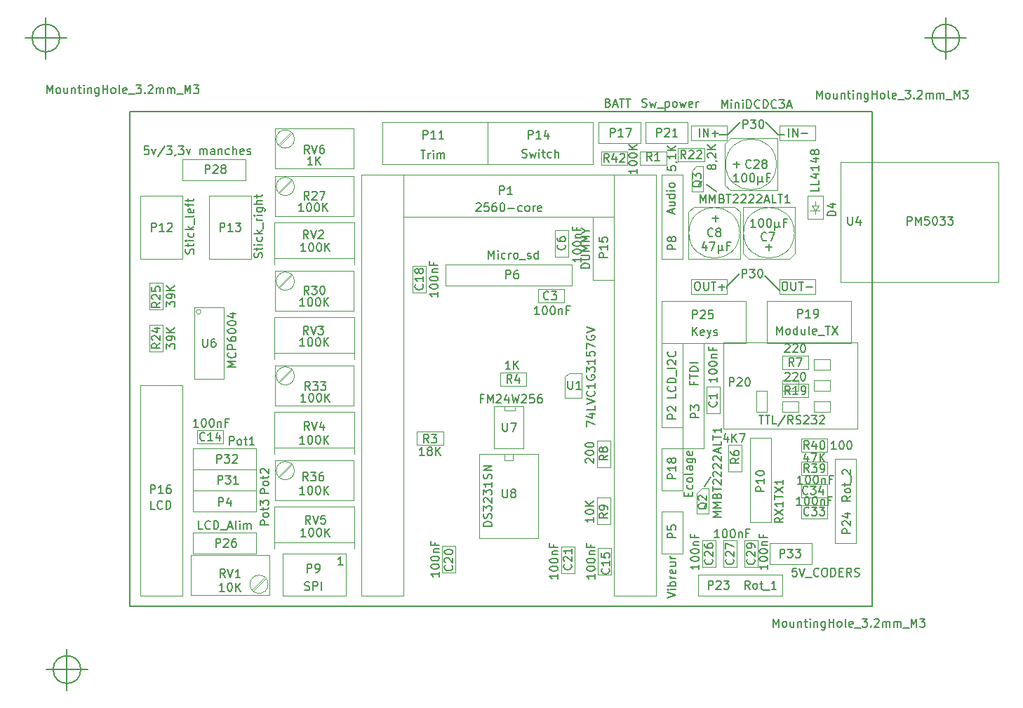
<source format=gbr>
G04 #@! TF.FileFunction,Other,Fab,Top*
%FSLAX46Y46*%
G04 Gerber Fmt 4.6, Leading zero omitted, Abs format (unit mm)*
G04 Created by KiCad (PCBNEW 4.0.7) date 09/13/18 08:52:09*
%MOMM*%
%LPD*%
G01*
G04 APERTURE LIST*
%ADD10C,0.100000*%
%ADD11C,0.150000*%
%ADD12C,0.200000*%
%ADD13C,0.120000*%
G04 APERTURE END LIST*
D10*
D11*
X209519520Y-107091480D02*
X210281520Y-105948480D01*
X209773520Y-70642480D02*
X210916520Y-71531480D01*
D12*
X165863235Y-116560861D02*
X165291806Y-116560861D01*
X165577520Y-116560861D02*
X165577520Y-115560861D01*
X165482282Y-115703718D01*
X165387044Y-115798956D01*
X165291806Y-115846575D01*
D11*
X212186520Y-82961480D02*
X212186520Y-83215480D01*
X213710520Y-81437480D02*
X212186520Y-82961480D01*
X216758520Y-81691480D02*
X218536520Y-83469480D01*
X214020234Y-81889861D02*
X214020234Y-80889861D01*
X214401187Y-80889861D01*
X214496425Y-80937480D01*
X214544044Y-80985099D01*
X214591663Y-81080337D01*
X214591663Y-81223194D01*
X214544044Y-81318432D01*
X214496425Y-81366051D01*
X214401187Y-81413670D01*
X214020234Y-81413670D01*
X214924996Y-80889861D02*
X215544044Y-80889861D01*
X215210710Y-81270813D01*
X215353568Y-81270813D01*
X215448806Y-81318432D01*
X215496425Y-81366051D01*
X215544044Y-81461290D01*
X215544044Y-81699385D01*
X215496425Y-81794623D01*
X215448806Y-81842242D01*
X215353568Y-81889861D01*
X215067853Y-81889861D01*
X214972615Y-81842242D01*
X214924996Y-81794623D01*
X216163091Y-80889861D02*
X216258330Y-80889861D01*
X216353568Y-80937480D01*
X216401187Y-80985099D01*
X216448806Y-81080337D01*
X216496425Y-81270813D01*
X216496425Y-81508909D01*
X216448806Y-81699385D01*
X216401187Y-81794623D01*
X216353568Y-81842242D01*
X216258330Y-81889861D01*
X216163091Y-81889861D01*
X216067853Y-81842242D01*
X216020234Y-81794623D01*
X215972615Y-81699385D01*
X215924996Y-81508909D01*
X215924996Y-81270813D01*
X215972615Y-81080337D01*
X216020234Y-80985099D01*
X216067853Y-80937480D01*
X216163091Y-80889861D01*
X218409520Y-64673480D02*
X219171520Y-64673480D01*
X216885520Y-63149480D02*
X218409520Y-64673480D01*
X212313520Y-64673480D02*
X211297520Y-64673480D01*
X213837520Y-63149480D02*
X212313520Y-64673480D01*
D12*
X131684186Y-52989480D02*
G75*
G03X131684186Y-52989480I-1666666J0D01*
G01*
X127517520Y-52989480D02*
X132517520Y-52989480D01*
X130017520Y-50489480D02*
X130017520Y-55489480D01*
X240269186Y-52989480D02*
G75*
G03X240269186Y-52989480I-1666666J0D01*
G01*
X236102520Y-52989480D02*
X241102520Y-52989480D01*
X238602520Y-50489480D02*
X238602520Y-55489480D01*
X134224186Y-129189480D02*
G75*
G03X134224186Y-129189480I-1666666J0D01*
G01*
X130057520Y-129189480D02*
X135057520Y-129189480D01*
X132557520Y-126689480D02*
X132557520Y-131689480D01*
X140177520Y-61879480D02*
X140177520Y-121569480D01*
X229712520Y-61879480D02*
X140177520Y-61879480D01*
X229712520Y-121569480D02*
X229712520Y-61879480D01*
X140177520Y-121569480D02*
X229712520Y-121569480D01*
D10*
X156827520Y-118895480D02*
G75*
G03X156827520Y-118895480I-1095000J0D01*
G01*
X157007520Y-120169480D02*
X157007520Y-115339480D01*
X157007520Y-115339480D02*
X147477520Y-115339480D01*
X147477520Y-115339480D02*
X147477520Y-120169480D01*
X147477520Y-120169480D02*
X157007520Y-120169480D01*
X154901520Y-119591480D02*
X156428520Y-118064480D01*
X155035520Y-119725480D02*
X156562520Y-118198480D01*
X206852520Y-89819480D02*
X206852520Y-102519480D01*
X206852520Y-102519480D02*
X209392520Y-102519480D01*
X209392520Y-102519480D02*
X209392520Y-89819480D01*
X209392520Y-89819480D02*
X206852520Y-89819480D01*
D13*
X173197520Y-74579480D02*
X173197520Y-69499480D01*
X198597520Y-74579480D02*
X198597520Y-69499480D01*
X168117520Y-120299480D02*
X173197520Y-120299480D01*
X173197520Y-120299480D02*
X173197520Y-74579480D01*
X173197520Y-74579480D02*
X198597520Y-74579480D01*
X198597520Y-74579480D02*
X198597520Y-120299480D01*
X198597520Y-120299480D02*
X203677520Y-120299480D01*
X203677520Y-69499480D02*
X168117520Y-69499480D01*
X168117520Y-69499480D02*
X168117520Y-120299480D01*
X203677520Y-120299480D02*
X203677520Y-69499480D01*
X225902520Y-82453480D02*
X225902520Y-67975480D01*
X244952520Y-82453480D02*
X244952520Y-67975480D01*
X244952520Y-67975480D02*
X225902520Y-67975480D01*
X225902520Y-82453480D02*
X244952520Y-82453480D01*
D10*
X206268520Y-67886480D02*
X206268520Y-66286480D01*
X209468520Y-67886480D02*
X206268520Y-67886480D01*
X209468520Y-66286480D02*
X209468520Y-67886480D01*
X206268520Y-66286480D02*
X209468520Y-66286480D01*
X222854520Y-73186480D02*
X222854520Y-72686480D01*
X223254520Y-73186480D02*
X222854520Y-73786480D01*
X222454520Y-73186480D02*
X223254520Y-73186480D01*
X222854520Y-73786480D02*
X222454520Y-73186480D01*
X222854520Y-73786480D02*
X223404520Y-73786480D01*
X222854520Y-73786480D02*
X222304520Y-73786480D01*
X222854520Y-74186480D02*
X222854520Y-73786480D01*
X223754520Y-74836480D02*
X221954520Y-74836480D01*
X223754520Y-72036480D02*
X223754520Y-74836480D01*
X221954520Y-72036480D02*
X223754520Y-72036480D01*
X221954520Y-74836480D02*
X221954520Y-72036480D01*
D13*
X218536520Y-82072480D02*
X218536520Y-83850480D01*
X218536520Y-83850480D02*
X222854520Y-83850480D01*
X222854520Y-83850480D02*
X222854520Y-82072480D01*
X222854520Y-82072480D02*
X218536520Y-82072480D01*
X207868520Y-82072480D02*
X207868520Y-83850480D01*
X207868520Y-83850480D02*
X212186520Y-83850480D01*
X212186520Y-83850480D02*
X212186520Y-82072480D01*
X212186520Y-82072480D02*
X207868520Y-82072480D01*
X218536520Y-63530480D02*
X218536520Y-65308480D01*
X218536520Y-65308480D02*
X222854520Y-65308480D01*
X222854520Y-65308480D02*
X222854520Y-63530480D01*
X222854520Y-63530480D02*
X218536520Y-63530480D01*
X207868520Y-63530480D02*
X207868520Y-65308480D01*
X207868520Y-65308480D02*
X212186520Y-65308480D01*
X212186520Y-65308480D02*
X212186520Y-63530480D01*
X212186520Y-63530480D02*
X207868520Y-63530480D01*
D10*
X196057520Y-74579480D02*
X196057520Y-82199480D01*
X196057520Y-82199480D02*
X198597520Y-82199480D01*
X198597520Y-82199480D02*
X198597520Y-74579480D01*
X198597520Y-74579480D02*
X196057520Y-74579480D01*
X204312520Y-69499480D02*
X204312520Y-79659480D01*
X204312520Y-79659480D02*
X206852520Y-79659480D01*
X206852520Y-79659480D02*
X206852520Y-69499480D01*
X206852520Y-69499480D02*
X204312520Y-69499480D01*
X208565520Y-107919480D02*
X208565520Y-110369480D01*
X209115520Y-107349480D02*
X209965520Y-107349480D01*
X208565520Y-107919480D02*
X209115520Y-107349480D01*
X209965520Y-107349480D02*
X209965520Y-110389480D01*
X208565520Y-110389480D02*
X209965520Y-110389480D01*
X222041520Y-91305480D02*
X222041520Y-92905480D01*
X218841520Y-91305480D02*
X222041520Y-91305480D01*
X218841520Y-92905480D02*
X218841520Y-91305480D01*
X222041520Y-92905480D02*
X218841520Y-92905480D01*
X222041520Y-94734480D02*
X222041520Y-96334480D01*
X218841520Y-94734480D02*
X222041520Y-94734480D01*
X218841520Y-96334480D02*
X218841520Y-94734480D01*
X222041520Y-96334480D02*
X218841520Y-96334480D01*
X217393520Y-116489480D02*
X222473520Y-116489480D01*
X222473520Y-116489480D02*
X222473520Y-113949480D01*
X222473520Y-113949480D02*
X217393520Y-113949480D01*
X217393520Y-113949480D02*
X217393520Y-116489480D01*
X211335520Y-98277480D02*
X209735520Y-98277480D01*
X211335520Y-95077480D02*
X211335520Y-98277480D01*
X209735520Y-95077480D02*
X211335520Y-95077480D01*
X209735520Y-98277480D02*
X209735520Y-95077480D01*
X196997520Y-68267480D02*
X196997520Y-66667480D01*
X200197520Y-68267480D02*
X196997520Y-68267480D01*
X200197520Y-66667480D02*
X200197520Y-68267480D01*
X196997520Y-66667480D02*
X200197520Y-66667480D01*
X224327520Y-109339480D02*
X224327520Y-110939480D01*
X221127520Y-109339480D02*
X224327520Y-109339480D01*
X221127520Y-110939480D02*
X221127520Y-109339480D01*
X224327520Y-110939480D02*
X221127520Y-110939480D01*
X224327520Y-106799480D02*
X224327520Y-108399480D01*
X221127520Y-106799480D02*
X224327520Y-106799480D01*
X221127520Y-108399480D02*
X221127520Y-106799480D01*
X224327520Y-108399480D02*
X221127520Y-108399480D01*
X221127520Y-105732480D02*
X221127520Y-104132480D01*
X224327520Y-105732480D02*
X221127520Y-105732480D01*
X224327520Y-104132480D02*
X224327520Y-105732480D01*
X221127520Y-104132480D02*
X224327520Y-104132480D01*
X221127520Y-102938480D02*
X221127520Y-101338480D01*
X224327520Y-102938480D02*
X221127520Y-102938480D01*
X224327520Y-101338480D02*
X224327520Y-102938480D01*
X221127520Y-101338480D02*
X224327520Y-101338480D01*
X227807520Y-113949480D02*
X227807520Y-103789480D01*
X227807520Y-103789480D02*
X225267520Y-103789480D01*
X225267520Y-103789480D02*
X225267520Y-113949480D01*
X225267520Y-113949480D02*
X227807520Y-113949480D01*
X208757520Y-120299480D02*
X218917520Y-120299480D01*
X218917520Y-120299480D02*
X218917520Y-117759480D01*
X218917520Y-117759480D02*
X208757520Y-117759480D01*
X208757520Y-117759480D02*
X208757520Y-120299480D01*
X215907520Y-116819480D02*
X214307520Y-116819480D01*
X215907520Y-113619480D02*
X215907520Y-116819480D01*
X214307520Y-113619480D02*
X215907520Y-113619480D01*
X214307520Y-116819480D02*
X214307520Y-113619480D01*
X213367520Y-116819480D02*
X211767520Y-116819480D01*
X213367520Y-113619480D02*
X213367520Y-116819480D01*
X211767520Y-113619480D02*
X213367520Y-113619480D01*
X211767520Y-116819480D02*
X211767520Y-113619480D01*
X210827520Y-116819480D02*
X209227520Y-116819480D01*
X210827520Y-113619480D02*
X210827520Y-116819480D01*
X209227520Y-113619480D02*
X210827520Y-113619480D01*
X209227520Y-116819480D02*
X209227520Y-113619480D01*
X204312520Y-110139480D02*
X204312520Y-115219480D01*
X204312520Y-115219480D02*
X206852520Y-115219480D01*
X206852520Y-115219480D02*
X206852520Y-110139480D01*
X206852520Y-110139480D02*
X204312520Y-110139480D01*
X214002520Y-105262480D02*
X212402520Y-105262480D01*
X214002520Y-102062480D02*
X214002520Y-105262480D01*
X212402520Y-102062480D02*
X214002520Y-102062480D01*
X212402520Y-105262480D02*
X212402520Y-102062480D01*
X214980520Y-101249480D02*
X214980520Y-111409480D01*
X214980520Y-111409480D02*
X217520520Y-111409480D01*
X217520520Y-111409480D02*
X217520520Y-101249480D01*
X217520520Y-101249480D02*
X214980520Y-101249480D01*
X204312520Y-102519480D02*
X204312520Y-107599480D01*
X204312520Y-107599480D02*
X206852520Y-107599480D01*
X206852520Y-107599480D02*
X206852520Y-102519480D01*
X206852520Y-102519480D02*
X204312520Y-102519480D01*
X204312520Y-89819480D02*
X204312520Y-99979480D01*
X204312520Y-99979480D02*
X206852520Y-99979480D01*
X206852520Y-99979480D02*
X206852520Y-89819480D01*
X206852520Y-89819480D02*
X204312520Y-89819480D01*
D13*
X211805520Y-100106480D02*
X227934520Y-100106480D01*
X227934520Y-100106480D02*
X227934520Y-89692480D01*
X227934520Y-89692480D02*
X211805520Y-89692480D01*
X211805520Y-89692480D02*
X211805520Y-100106480D01*
X217012520Y-98074480D02*
X217012520Y-95534480D01*
X217012520Y-95534480D02*
X215742520Y-95534480D01*
X215742520Y-95534480D02*
X215742520Y-98074480D01*
X215742520Y-98074480D02*
X217012520Y-98074480D01*
X220822520Y-95534480D02*
X218917520Y-95534480D01*
X218917520Y-95534480D02*
X218917520Y-94264480D01*
X218917520Y-94264480D02*
X220822520Y-94264480D01*
X220822520Y-94264480D02*
X220822520Y-95534480D01*
X220822520Y-96804480D02*
X220822520Y-98074480D01*
X220822520Y-98074480D02*
X218917520Y-98074480D01*
X218917520Y-98074480D02*
X218917520Y-96804480D01*
X218917520Y-96804480D02*
X220822520Y-96804480D01*
X224632520Y-92994480D02*
X222727520Y-92994480D01*
X222727520Y-92994480D02*
X222727520Y-91724480D01*
X222727520Y-91724480D02*
X224632520Y-91724480D01*
X224632520Y-91724480D02*
X224632520Y-92994480D01*
X224632520Y-95534480D02*
X224632520Y-94264480D01*
X224632520Y-94264480D02*
X222727520Y-94264480D01*
X222727520Y-94264480D02*
X222727520Y-95534480D01*
X222727520Y-95534480D02*
X224632520Y-95534480D01*
X224632520Y-96804480D02*
X224632520Y-98074480D01*
X224632520Y-98074480D02*
X222727520Y-98074480D01*
X224632520Y-96804480D02*
X222727520Y-96804480D01*
X222727520Y-96804480D02*
X222727520Y-98074480D01*
D10*
X201696520Y-68267480D02*
X201696520Y-66667480D01*
X204896520Y-68267480D02*
X201696520Y-68267480D01*
X204896520Y-66667480D02*
X204896520Y-68267480D01*
X201696520Y-66667480D02*
X204896520Y-66667480D01*
X202407520Y-65689480D02*
X207487520Y-65689480D01*
X207487520Y-65689480D02*
X207487520Y-63149480D01*
X207487520Y-63149480D02*
X202407520Y-63149480D01*
X202407520Y-63149480D02*
X202407520Y-65689480D01*
X196692520Y-65689480D02*
X201772520Y-65689480D01*
X201772520Y-65689480D02*
X201772520Y-63149480D01*
X201772520Y-63149480D02*
X196692520Y-63149480D01*
X196692520Y-63149480D02*
X196692520Y-65689480D01*
X178277520Y-82834480D02*
X193517520Y-82834480D01*
X193517520Y-82834480D02*
X193517520Y-80294480D01*
X193517520Y-80294480D02*
X178277520Y-80294480D01*
X178277520Y-80294480D02*
X178277520Y-82834480D01*
X196654520Y-114508480D02*
X198254520Y-114508480D01*
X196654520Y-117708480D02*
X196654520Y-114508480D01*
X198254520Y-117708480D02*
X196654520Y-117708480D01*
X198254520Y-114508480D02*
X198254520Y-117708480D01*
X193809520Y-117581480D02*
X192209520Y-117581480D01*
X193809520Y-114381480D02*
X193809520Y-117581480D01*
X192209520Y-114381480D02*
X193809520Y-114381480D01*
X192209520Y-117581480D02*
X192209520Y-114381480D01*
X179458520Y-117454480D02*
X177858520Y-117454480D01*
X179458520Y-114254480D02*
X179458520Y-117454480D01*
X177858520Y-114254480D02*
X179458520Y-114254480D01*
X177858520Y-117454480D02*
X177858520Y-114254480D01*
D13*
X186405520Y-103154480D02*
X186405520Y-103916480D01*
X186405520Y-103916480D02*
X185389520Y-103916480D01*
X185389520Y-103916480D02*
X185389520Y-103154480D01*
X182341520Y-103154480D02*
X182341520Y-113314480D01*
X182341520Y-113314480D02*
X189453520Y-113314480D01*
X189453520Y-113314480D02*
X189453520Y-103154480D01*
X189453520Y-103154480D02*
X182341520Y-103154480D01*
D10*
X198127520Y-111612480D02*
X196527520Y-111612480D01*
X198127520Y-108412480D02*
X198127520Y-111612480D01*
X196527520Y-108412480D02*
X198127520Y-108412480D01*
X196527520Y-111612480D02*
X196527520Y-108412480D01*
X198127520Y-104754480D02*
X196527520Y-104754480D01*
X198127520Y-101554480D02*
X198127520Y-104754480D01*
X196527520Y-101554480D02*
X198127520Y-101554480D01*
X196527520Y-104754480D02*
X196527520Y-101554480D01*
X177972520Y-100449480D02*
X177972520Y-102049480D01*
X174772520Y-100449480D02*
X177972520Y-100449480D01*
X174772520Y-102049480D02*
X174772520Y-100449480D01*
X177972520Y-102049480D02*
X174772520Y-102049480D01*
D13*
X186659520Y-97566480D02*
X186659520Y-97947480D01*
X186659520Y-97947480D02*
X185389520Y-97947480D01*
X185389520Y-97947480D02*
X185389520Y-97439480D01*
X184119520Y-97439480D02*
X184119520Y-102519480D01*
X184119520Y-102519480D02*
X187675520Y-102519480D01*
X187675520Y-102519480D02*
X187675520Y-97439480D01*
X187675520Y-97439480D02*
X184119520Y-97439480D01*
X192644520Y-96399480D02*
X194644520Y-96399480D01*
X194644520Y-96399480D02*
X194644520Y-93399480D01*
X194644520Y-93399480D02*
X193144520Y-93399480D01*
X193144520Y-93399480D02*
X192644520Y-93899480D01*
X192644520Y-93899480D02*
X192644520Y-96399480D01*
D10*
X188005520Y-93337480D02*
X188005520Y-94937480D01*
X184805520Y-93337480D02*
X188005520Y-93337480D01*
X184805520Y-94937480D02*
X184805520Y-93337480D01*
X188005520Y-94937480D02*
X184805520Y-94937480D01*
X146527520Y-70134480D02*
X154147520Y-70134480D01*
X154147520Y-70134480D02*
X154147520Y-67594480D01*
X154147520Y-67594480D02*
X146527520Y-67594480D01*
X146527520Y-67594480D02*
X146527520Y-70134480D01*
X149702520Y-72039480D02*
X149702520Y-79659480D01*
X149702520Y-79659480D02*
X154782520Y-79659480D01*
X154782520Y-79659480D02*
X154782520Y-72039480D01*
X154782520Y-72039480D02*
X149702520Y-72039480D01*
X141447520Y-72039480D02*
X141447520Y-79659480D01*
X141447520Y-79659480D02*
X146527520Y-79659480D01*
X146527520Y-79659480D02*
X146527520Y-72039480D01*
X146527520Y-72039480D02*
X141447520Y-72039480D01*
X144152520Y-85704480D02*
X142552520Y-85704480D01*
X144152520Y-82504480D02*
X144152520Y-85704480D01*
X142552520Y-82504480D02*
X144152520Y-82504480D01*
X142552520Y-85704480D02*
X142552520Y-82504480D01*
X144152520Y-90784480D02*
X142552520Y-90784480D01*
X144152520Y-87584480D02*
X144152520Y-90784480D01*
X142552520Y-87584480D02*
X144152520Y-87584480D01*
X142552520Y-90784480D02*
X142552520Y-87584480D01*
X146527520Y-120299480D02*
X146527520Y-94899480D01*
X146527520Y-94899480D02*
X141447520Y-94899480D01*
X141447520Y-94899480D02*
X141447520Y-120299480D01*
X141447520Y-120299480D02*
X146527520Y-120299480D01*
X151429520Y-100322480D02*
X151429520Y-101922480D01*
X148229520Y-100322480D02*
X151429520Y-100322480D01*
X148229520Y-101922480D02*
X148229520Y-100322480D01*
X151429520Y-101922480D02*
X148229520Y-101922480D01*
X155417520Y-102519480D02*
X147797520Y-102519480D01*
X147797520Y-102519480D02*
X147797520Y-105059480D01*
X147797520Y-105059480D02*
X155417520Y-105059480D01*
X155417520Y-105059480D02*
X155417520Y-102519480D01*
X155417520Y-105059480D02*
X147797520Y-105059480D01*
X147797520Y-105059480D02*
X147797520Y-107599480D01*
X147797520Y-107599480D02*
X155417520Y-107599480D01*
X155417520Y-107599480D02*
X155417520Y-105059480D01*
X155417520Y-107599480D02*
X147797520Y-107599480D01*
X147797520Y-107599480D02*
X147797520Y-110139480D01*
X147797520Y-110139480D02*
X155417520Y-110139480D01*
X155417520Y-110139480D02*
X155417520Y-107599480D01*
X155417520Y-112679480D02*
X147797520Y-112679480D01*
X147797520Y-112679480D02*
X147797520Y-115219480D01*
X147797520Y-115219480D02*
X155417520Y-115219480D01*
X155417520Y-115219480D02*
X155417520Y-112679480D01*
X166212520Y-115219480D02*
X158592520Y-115219480D01*
X158592520Y-115219480D02*
X158592520Y-120299480D01*
X158592520Y-120299480D02*
X166212520Y-120299480D01*
X166212520Y-120299480D02*
X166212520Y-115219480D01*
D13*
X157576520Y-113822480D02*
X167228520Y-113822480D01*
X167228520Y-114584480D02*
X167228520Y-109504480D01*
X167228520Y-109504480D02*
X157576520Y-109504480D01*
X157576520Y-109504480D02*
X157576520Y-114584480D01*
D10*
X160002520Y-105179480D02*
G75*
G03X160002520Y-105179480I-1095000J0D01*
G01*
X167167520Y-108739480D02*
X167167520Y-103909480D01*
X167167520Y-103909480D02*
X157637520Y-103909480D01*
X157637520Y-103909480D02*
X157637520Y-108739480D01*
X157637520Y-108739480D02*
X167167520Y-108739480D01*
X158076520Y-105875480D02*
X159603520Y-104348480D01*
X158210520Y-106009480D02*
X159737520Y-104482480D01*
D13*
X157576520Y-102392480D02*
X167228520Y-102392480D01*
X167228520Y-103154480D02*
X167228520Y-98074480D01*
X167228520Y-98074480D02*
X157576520Y-98074480D01*
X157576520Y-98074480D02*
X157576520Y-103154480D01*
D10*
X160002520Y-93749480D02*
G75*
G03X160002520Y-93749480I-1095000J0D01*
G01*
X167167520Y-97309480D02*
X167167520Y-92479480D01*
X167167520Y-92479480D02*
X157637520Y-92479480D01*
X157637520Y-92479480D02*
X157637520Y-97309480D01*
X157637520Y-97309480D02*
X167167520Y-97309480D01*
X158076520Y-94445480D02*
X159603520Y-92918480D01*
X158210520Y-94579480D02*
X159737520Y-93052480D01*
D13*
X157576520Y-90962480D02*
X167228520Y-90962480D01*
X167228520Y-91724480D02*
X167228520Y-86644480D01*
X167228520Y-86644480D02*
X157576520Y-86644480D01*
X157576520Y-86644480D02*
X157576520Y-91724480D01*
D10*
X160002520Y-82319480D02*
G75*
G03X160002520Y-82319480I-1095000J0D01*
G01*
X167167520Y-85879480D02*
X167167520Y-81049480D01*
X167167520Y-81049480D02*
X157637520Y-81049480D01*
X157637520Y-81049480D02*
X157637520Y-85879480D01*
X157637520Y-85879480D02*
X167167520Y-85879480D01*
X158076520Y-83015480D02*
X159603520Y-81488480D01*
X158210520Y-83149480D02*
X159737520Y-81622480D01*
X160002520Y-70889480D02*
G75*
G03X160002520Y-70889480I-1095000J0D01*
G01*
X167167520Y-74449480D02*
X167167520Y-69619480D01*
X167167520Y-69619480D02*
X157637520Y-69619480D01*
X157637520Y-69619480D02*
X157637520Y-74449480D01*
X157637520Y-74449480D02*
X167167520Y-74449480D01*
X158076520Y-71585480D02*
X159603520Y-70058480D01*
X158210520Y-71719480D02*
X159737520Y-70192480D01*
D13*
X157576520Y-79532480D02*
X167228520Y-79532480D01*
X167228520Y-80294480D02*
X167228520Y-75214480D01*
X167228520Y-75214480D02*
X157576520Y-75214480D01*
X157576520Y-75214480D02*
X157576520Y-80294480D01*
D10*
X160002520Y-65174480D02*
G75*
G03X160002520Y-65174480I-1095000J0D01*
G01*
X167167520Y-68734480D02*
X167167520Y-63904480D01*
X167167520Y-63904480D02*
X157637520Y-63904480D01*
X157637520Y-63904480D02*
X157637520Y-68734480D01*
X157637520Y-68734480D02*
X167167520Y-68734480D01*
X158076520Y-65870480D02*
X159603520Y-64343480D01*
X158210520Y-66004480D02*
X159737520Y-64477480D01*
X175902520Y-83672480D02*
X174302520Y-83672480D01*
X175902520Y-80472480D02*
X175902520Y-83672480D01*
X174302520Y-80472480D02*
X175902520Y-80472480D01*
X174302520Y-83672480D02*
X174302520Y-80472480D01*
X192577520Y-83304480D02*
X192577520Y-84904480D01*
X189377520Y-83304480D02*
X192577520Y-83304480D01*
X189377520Y-84904480D02*
X189377520Y-83304480D01*
X192577520Y-84904480D02*
X189377520Y-84904480D01*
X204312520Y-89819480D02*
X214472520Y-89819480D01*
X214472520Y-89819480D02*
X214472520Y-84739480D01*
X214472520Y-84739480D02*
X204312520Y-84739480D01*
X204312520Y-84739480D02*
X204312520Y-89819480D01*
X170657520Y-68229480D02*
X183357520Y-68229480D01*
X183357520Y-68229480D02*
X183357520Y-63149480D01*
X183357520Y-63149480D02*
X170657520Y-63149480D01*
X170657520Y-63149480D02*
X170657520Y-68229480D01*
X183357520Y-68229480D02*
X196057520Y-68229480D01*
X196057520Y-68229480D02*
X196057520Y-63149480D01*
X196057520Y-63149480D02*
X183357520Y-63149480D01*
X183357520Y-63149480D02*
X183357520Y-68229480D01*
X217012520Y-89819480D02*
X227172520Y-89819480D01*
X227172520Y-89819480D02*
X227172520Y-84739480D01*
X227172520Y-84739480D02*
X217012520Y-84739480D01*
X217012520Y-84739480D02*
X217012520Y-89819480D01*
X218166932Y-68229480D02*
G75*
G03X218166932Y-68229480I-3059412J0D01*
G01*
X218257520Y-71379480D02*
X218257520Y-65079480D01*
X212627520Y-71379480D02*
X218257520Y-71379480D01*
X211957520Y-70709480D02*
X212627520Y-71379480D01*
X211957520Y-65749480D02*
X211957520Y-70709480D01*
X212627520Y-65079480D02*
X211957520Y-65749480D01*
X218257520Y-65079480D02*
X212627520Y-65079480D01*
X193047520Y-79354480D02*
X191447520Y-79354480D01*
X193047520Y-76154480D02*
X193047520Y-79354480D01*
X191447520Y-76154480D02*
X193047520Y-76154480D01*
X191447520Y-79354480D02*
X191447520Y-76154480D01*
X220325932Y-76484480D02*
G75*
G03X220325932Y-76484480I-3059412J0D01*
G01*
X220416520Y-73334480D02*
X214116520Y-73334480D01*
X220416520Y-78964480D02*
X220416520Y-73334480D01*
X219746520Y-79634480D02*
X220416520Y-78964480D01*
X214786520Y-79634480D02*
X219746520Y-79634480D01*
X214116520Y-78964480D02*
X214786520Y-79634480D01*
X214116520Y-73334480D02*
X214116520Y-78964480D01*
X213721932Y-76484480D02*
G75*
G03X213721932Y-76484480I-3059412J0D01*
G01*
X207512520Y-79634480D02*
X213812520Y-79634480D01*
X207512520Y-74004480D02*
X207512520Y-79634480D01*
X208182520Y-73334480D02*
X207512520Y-74004480D01*
X213142520Y-73334480D02*
X208182520Y-73334480D01*
X213812520Y-74004480D02*
X213142520Y-73334480D01*
X213812520Y-79634480D02*
X213812520Y-74004480D01*
D13*
X148716501Y-86009480D02*
G75*
G03X148716501Y-86009480I-283981J0D01*
G01*
X147924520Y-85501480D02*
X147924520Y-94137480D01*
X147924520Y-94137480D02*
X151480520Y-94137480D01*
X151480520Y-94137480D02*
X151480520Y-85501480D01*
X151480520Y-85501480D02*
X147924520Y-85501480D01*
D10*
X207930520Y-69057480D02*
X207930520Y-71507480D01*
X208480520Y-68487480D02*
X209330520Y-68487480D01*
X207930520Y-69057480D02*
X208480520Y-68487480D01*
X209330520Y-68487480D02*
X209330520Y-71527480D01*
X207930520Y-71527480D02*
X209330520Y-71527480D01*
D11*
X151552044Y-119735861D02*
X150980615Y-119735861D01*
X151266329Y-119735861D02*
X151266329Y-118735861D01*
X151171091Y-118878718D01*
X151075853Y-118973956D01*
X150980615Y-119021575D01*
X152171091Y-118735861D02*
X152266330Y-118735861D01*
X152361568Y-118783480D01*
X152409187Y-118831099D01*
X152456806Y-118926337D01*
X152504425Y-119116813D01*
X152504425Y-119354909D01*
X152456806Y-119545385D01*
X152409187Y-119640623D01*
X152361568Y-119688242D01*
X152266330Y-119735861D01*
X152171091Y-119735861D01*
X152075853Y-119688242D01*
X152028234Y-119640623D01*
X151980615Y-119545385D01*
X151932996Y-119354909D01*
X151932996Y-119116813D01*
X151980615Y-118926337D01*
X152028234Y-118831099D01*
X152075853Y-118783480D01*
X152171091Y-118735861D01*
X152932996Y-119735861D02*
X152932996Y-118735861D01*
X153504425Y-119735861D02*
X153075853Y-119164432D01*
X153504425Y-118735861D02*
X152932996Y-119307290D01*
X151647282Y-118084861D02*
X151313948Y-117608670D01*
X151075853Y-118084861D02*
X151075853Y-117084861D01*
X151456806Y-117084861D01*
X151552044Y-117132480D01*
X151599663Y-117180099D01*
X151647282Y-117275337D01*
X151647282Y-117418194D01*
X151599663Y-117513432D01*
X151552044Y-117561051D01*
X151456806Y-117608670D01*
X151075853Y-117608670D01*
X151932996Y-117084861D02*
X152266329Y-118084861D01*
X152599663Y-117084861D01*
X153456806Y-118084861D02*
X152885377Y-118084861D01*
X153171091Y-118084861D02*
X153171091Y-117084861D01*
X153075853Y-117227718D01*
X152980615Y-117322956D01*
X152885377Y-117370575D01*
X208178091Y-94478670D02*
X208178091Y-94812004D01*
X208701901Y-94812004D02*
X207701901Y-94812004D01*
X207701901Y-94335813D01*
X207701901Y-94097718D02*
X207701901Y-93526289D01*
X208701901Y-93812004D02*
X207701901Y-93812004D01*
X208701901Y-93192956D02*
X207701901Y-93192956D01*
X207701901Y-92954861D01*
X207749520Y-92812003D01*
X207844758Y-92716765D01*
X207939996Y-92669146D01*
X208130472Y-92621527D01*
X208273330Y-92621527D01*
X208463806Y-92669146D01*
X208559044Y-92716765D01*
X208654282Y-92812003D01*
X208701901Y-92954861D01*
X208701901Y-93192956D01*
X208701901Y-92192956D02*
X207701901Y-92192956D01*
X208828901Y-98812575D02*
X207828901Y-98812575D01*
X207828901Y-98431622D01*
X207876520Y-98336384D01*
X207924139Y-98288765D01*
X208019377Y-98241146D01*
X208162234Y-98241146D01*
X208257472Y-98288765D01*
X208305091Y-98336384D01*
X208352710Y-98431622D01*
X208352710Y-98812575D01*
X207828901Y-97907813D02*
X207828901Y-97288765D01*
X208209853Y-97622099D01*
X208209853Y-97479241D01*
X208257472Y-97384003D01*
X208305091Y-97336384D01*
X208400330Y-97288765D01*
X208638425Y-97288765D01*
X208733663Y-97336384D01*
X208781282Y-97384003D01*
X208828901Y-97479241D01*
X208828901Y-97764956D01*
X208781282Y-97860194D01*
X208733663Y-97907813D01*
X181945139Y-72984099D02*
X181992758Y-72936480D01*
X182087996Y-72888861D01*
X182326092Y-72888861D01*
X182421330Y-72936480D01*
X182468949Y-72984099D01*
X182516568Y-73079337D01*
X182516568Y-73174575D01*
X182468949Y-73317432D01*
X181897520Y-73888861D01*
X182516568Y-73888861D01*
X183421330Y-72888861D02*
X182945139Y-72888861D01*
X182897520Y-73365051D01*
X182945139Y-73317432D01*
X183040377Y-73269813D01*
X183278473Y-73269813D01*
X183373711Y-73317432D01*
X183421330Y-73365051D01*
X183468949Y-73460290D01*
X183468949Y-73698385D01*
X183421330Y-73793623D01*
X183373711Y-73841242D01*
X183278473Y-73888861D01*
X183040377Y-73888861D01*
X182945139Y-73841242D01*
X182897520Y-73793623D01*
X184326092Y-72888861D02*
X184135615Y-72888861D01*
X184040377Y-72936480D01*
X183992758Y-72984099D01*
X183897520Y-73126956D01*
X183849901Y-73317432D01*
X183849901Y-73698385D01*
X183897520Y-73793623D01*
X183945139Y-73841242D01*
X184040377Y-73888861D01*
X184230854Y-73888861D01*
X184326092Y-73841242D01*
X184373711Y-73793623D01*
X184421330Y-73698385D01*
X184421330Y-73460290D01*
X184373711Y-73365051D01*
X184326092Y-73317432D01*
X184230854Y-73269813D01*
X184040377Y-73269813D01*
X183945139Y-73317432D01*
X183897520Y-73365051D01*
X183849901Y-73460290D01*
X185040377Y-72888861D02*
X185135616Y-72888861D01*
X185230854Y-72936480D01*
X185278473Y-72984099D01*
X185326092Y-73079337D01*
X185373711Y-73269813D01*
X185373711Y-73507909D01*
X185326092Y-73698385D01*
X185278473Y-73793623D01*
X185230854Y-73841242D01*
X185135616Y-73888861D01*
X185040377Y-73888861D01*
X184945139Y-73841242D01*
X184897520Y-73793623D01*
X184849901Y-73698385D01*
X184802282Y-73507909D01*
X184802282Y-73269813D01*
X184849901Y-73079337D01*
X184897520Y-72984099D01*
X184945139Y-72936480D01*
X185040377Y-72888861D01*
X185802282Y-73507909D02*
X186564187Y-73507909D01*
X187468949Y-73841242D02*
X187373711Y-73888861D01*
X187183234Y-73888861D01*
X187087996Y-73841242D01*
X187040377Y-73793623D01*
X186992758Y-73698385D01*
X186992758Y-73412670D01*
X187040377Y-73317432D01*
X187087996Y-73269813D01*
X187183234Y-73222194D01*
X187373711Y-73222194D01*
X187468949Y-73269813D01*
X188040377Y-73888861D02*
X187945139Y-73841242D01*
X187897520Y-73793623D01*
X187849901Y-73698385D01*
X187849901Y-73412670D01*
X187897520Y-73317432D01*
X187945139Y-73269813D01*
X188040377Y-73222194D01*
X188183235Y-73222194D01*
X188278473Y-73269813D01*
X188326092Y-73317432D01*
X188373711Y-73412670D01*
X188373711Y-73698385D01*
X188326092Y-73793623D01*
X188278473Y-73841242D01*
X188183235Y-73888861D01*
X188040377Y-73888861D01*
X188802282Y-73888861D02*
X188802282Y-73222194D01*
X188802282Y-73412670D02*
X188849901Y-73317432D01*
X188897520Y-73269813D01*
X188992758Y-73222194D01*
X189087997Y-73222194D01*
X189802283Y-73841242D02*
X189707045Y-73888861D01*
X189516568Y-73888861D01*
X189421330Y-73841242D01*
X189373711Y-73746004D01*
X189373711Y-73365051D01*
X189421330Y-73269813D01*
X189516568Y-73222194D01*
X189707045Y-73222194D01*
X189802283Y-73269813D01*
X189849902Y-73365051D01*
X189849902Y-73460290D01*
X189373711Y-73555528D01*
X184778425Y-71856861D02*
X184778425Y-70856861D01*
X185159378Y-70856861D01*
X185254616Y-70904480D01*
X185302235Y-70952099D01*
X185349854Y-71047337D01*
X185349854Y-71190194D01*
X185302235Y-71285432D01*
X185254616Y-71333051D01*
X185159378Y-71380670D01*
X184778425Y-71380670D01*
X186302235Y-71856861D02*
X185730806Y-71856861D01*
X186016520Y-71856861D02*
X186016520Y-70856861D01*
X185921282Y-70999718D01*
X185826044Y-71094956D01*
X185730806Y-71142575D01*
X233959425Y-75539861D02*
X233959425Y-74539861D01*
X234340378Y-74539861D01*
X234435616Y-74587480D01*
X234483235Y-74635099D01*
X234530854Y-74730337D01*
X234530854Y-74873194D01*
X234483235Y-74968432D01*
X234435616Y-75016051D01*
X234340378Y-75063670D01*
X233959425Y-75063670D01*
X234959425Y-75539861D02*
X234959425Y-74539861D01*
X235292759Y-75254147D01*
X235626092Y-74539861D01*
X235626092Y-75539861D01*
X236578473Y-74539861D02*
X236102282Y-74539861D01*
X236054663Y-75016051D01*
X236102282Y-74968432D01*
X236197520Y-74920813D01*
X236435616Y-74920813D01*
X236530854Y-74968432D01*
X236578473Y-75016051D01*
X236626092Y-75111290D01*
X236626092Y-75349385D01*
X236578473Y-75444623D01*
X236530854Y-75492242D01*
X236435616Y-75539861D01*
X236197520Y-75539861D01*
X236102282Y-75492242D01*
X236054663Y-75444623D01*
X237245139Y-74539861D02*
X237340378Y-74539861D01*
X237435616Y-74587480D01*
X237483235Y-74635099D01*
X237530854Y-74730337D01*
X237578473Y-74920813D01*
X237578473Y-75158909D01*
X237530854Y-75349385D01*
X237483235Y-75444623D01*
X237435616Y-75492242D01*
X237340378Y-75539861D01*
X237245139Y-75539861D01*
X237149901Y-75492242D01*
X237102282Y-75444623D01*
X237054663Y-75349385D01*
X237007044Y-75158909D01*
X237007044Y-74920813D01*
X237054663Y-74730337D01*
X237102282Y-74635099D01*
X237149901Y-74587480D01*
X237245139Y-74539861D01*
X237911806Y-74539861D02*
X238530854Y-74539861D01*
X238197520Y-74920813D01*
X238340378Y-74920813D01*
X238435616Y-74968432D01*
X238483235Y-75016051D01*
X238530854Y-75111290D01*
X238530854Y-75349385D01*
X238483235Y-75444623D01*
X238435616Y-75492242D01*
X238340378Y-75539861D01*
X238054663Y-75539861D01*
X237959425Y-75492242D01*
X237911806Y-75444623D01*
X238864187Y-74539861D02*
X239483235Y-74539861D01*
X239149901Y-74920813D01*
X239292759Y-74920813D01*
X239387997Y-74968432D01*
X239435616Y-75016051D01*
X239483235Y-75111290D01*
X239483235Y-75349385D01*
X239435616Y-75444623D01*
X239387997Y-75492242D01*
X239292759Y-75539861D01*
X239007044Y-75539861D01*
X238911806Y-75492242D01*
X238864187Y-75444623D01*
X226791615Y-74539861D02*
X226791615Y-75349385D01*
X226839234Y-75444623D01*
X226886853Y-75492242D01*
X226982091Y-75539861D01*
X227172568Y-75539861D01*
X227267806Y-75492242D01*
X227315425Y-75444623D01*
X227363044Y-75349385D01*
X227363044Y-74539861D01*
X228267806Y-74873194D02*
X228267806Y-75539861D01*
X228029710Y-74492242D02*
X227791615Y-75206528D01*
X228410663Y-75206528D01*
X210289472Y-68650004D02*
X210241853Y-68745242D01*
X210194234Y-68792861D01*
X210098996Y-68840480D01*
X210051377Y-68840480D01*
X209956139Y-68792861D01*
X209908520Y-68745242D01*
X209860901Y-68650004D01*
X209860901Y-68459527D01*
X209908520Y-68364289D01*
X209956139Y-68316670D01*
X210051377Y-68269051D01*
X210098996Y-68269051D01*
X210194234Y-68316670D01*
X210241853Y-68364289D01*
X210289472Y-68459527D01*
X210289472Y-68650004D01*
X210337091Y-68745242D01*
X210384710Y-68792861D01*
X210479949Y-68840480D01*
X210670425Y-68840480D01*
X210765663Y-68792861D01*
X210813282Y-68745242D01*
X210860901Y-68650004D01*
X210860901Y-68459527D01*
X210813282Y-68364289D01*
X210765663Y-68316670D01*
X210670425Y-68269051D01*
X210479949Y-68269051D01*
X210384710Y-68316670D01*
X210337091Y-68364289D01*
X210289472Y-68459527D01*
X210813282Y-67792861D02*
X210860901Y-67792861D01*
X210956139Y-67840480D01*
X211003758Y-67888099D01*
X209956139Y-67411909D02*
X209908520Y-67364290D01*
X209860901Y-67269052D01*
X209860901Y-67030956D01*
X209908520Y-66935718D01*
X209956139Y-66888099D01*
X210051377Y-66840480D01*
X210146615Y-66840480D01*
X210289472Y-66888099D01*
X210860901Y-67459528D01*
X210860901Y-66840480D01*
X210860901Y-66411909D02*
X209860901Y-66411909D01*
X210860901Y-65840480D02*
X210289472Y-66269052D01*
X209860901Y-65840480D02*
X210432330Y-66411909D01*
X207225663Y-67538861D02*
X206892329Y-67062670D01*
X206654234Y-67538861D02*
X206654234Y-66538861D01*
X207035187Y-66538861D01*
X207130425Y-66586480D01*
X207178044Y-66634099D01*
X207225663Y-66729337D01*
X207225663Y-66872194D01*
X207178044Y-66967432D01*
X207130425Y-67015051D01*
X207035187Y-67062670D01*
X206654234Y-67062670D01*
X207606615Y-66634099D02*
X207654234Y-66586480D01*
X207749472Y-66538861D01*
X207987568Y-66538861D01*
X208082806Y-66586480D01*
X208130425Y-66634099D01*
X208178044Y-66729337D01*
X208178044Y-66824575D01*
X208130425Y-66967432D01*
X207558996Y-67538861D01*
X208178044Y-67538861D01*
X208558996Y-66634099D02*
X208606615Y-66586480D01*
X208701853Y-66538861D01*
X208939949Y-66538861D01*
X209035187Y-66586480D01*
X209082806Y-66634099D01*
X209130425Y-66729337D01*
X209130425Y-66824575D01*
X209082806Y-66967432D01*
X208511377Y-67538861D01*
X209130425Y-67538861D01*
X223306901Y-70991480D02*
X223306901Y-71467671D01*
X222306901Y-71467671D01*
X223306901Y-70181956D02*
X223306901Y-70658147D01*
X222306901Y-70658147D01*
X222640234Y-69420051D02*
X223306901Y-69420051D01*
X222259282Y-69658147D02*
X222973568Y-69896242D01*
X222973568Y-69277194D01*
X223306901Y-68372432D02*
X223306901Y-68943861D01*
X223306901Y-68658147D02*
X222306901Y-68658147D01*
X222449758Y-68753385D01*
X222544996Y-68848623D01*
X222592615Y-68943861D01*
X222640234Y-67515289D02*
X223306901Y-67515289D01*
X222259282Y-67753385D02*
X222973568Y-67991480D01*
X222973568Y-67372432D01*
X222735472Y-66848623D02*
X222687853Y-66943861D01*
X222640234Y-66991480D01*
X222544996Y-67039099D01*
X222497377Y-67039099D01*
X222402139Y-66991480D01*
X222354520Y-66943861D01*
X222306901Y-66848623D01*
X222306901Y-66658146D01*
X222354520Y-66562908D01*
X222402139Y-66515289D01*
X222497377Y-66467670D01*
X222544996Y-66467670D01*
X222640234Y-66515289D01*
X222687853Y-66562908D01*
X222735472Y-66658146D01*
X222735472Y-66848623D01*
X222783091Y-66943861D01*
X222830710Y-66991480D01*
X222925949Y-67039099D01*
X223116425Y-67039099D01*
X223211663Y-66991480D01*
X223259282Y-66943861D01*
X223306901Y-66848623D01*
X223306901Y-66658146D01*
X223259282Y-66562908D01*
X223211663Y-66515289D01*
X223116425Y-66467670D01*
X222925949Y-66467670D01*
X222830710Y-66515289D01*
X222783091Y-66562908D01*
X222735472Y-66658146D01*
X225338901Y-74428575D02*
X224338901Y-74428575D01*
X224338901Y-74190480D01*
X224386520Y-74047622D01*
X224481758Y-73952384D01*
X224576996Y-73904765D01*
X224767472Y-73857146D01*
X224910330Y-73857146D01*
X225100806Y-73904765D01*
X225196044Y-73952384D01*
X225291282Y-74047622D01*
X225338901Y-74190480D01*
X225338901Y-74428575D01*
X224672234Y-73000003D02*
X225338901Y-73000003D01*
X224291282Y-73238099D02*
X225005568Y-73476194D01*
X225005568Y-72857146D01*
X211575854Y-61442861D02*
X211575854Y-60442861D01*
X211909188Y-61157147D01*
X212242521Y-60442861D01*
X212242521Y-61442861D01*
X212718711Y-61442861D02*
X212718711Y-60776194D01*
X212718711Y-60442861D02*
X212671092Y-60490480D01*
X212718711Y-60538099D01*
X212766330Y-60490480D01*
X212718711Y-60442861D01*
X212718711Y-60538099D01*
X213194901Y-60776194D02*
X213194901Y-61442861D01*
X213194901Y-60871432D02*
X213242520Y-60823813D01*
X213337758Y-60776194D01*
X213480616Y-60776194D01*
X213575854Y-60823813D01*
X213623473Y-60919051D01*
X213623473Y-61442861D01*
X214099663Y-61442861D02*
X214099663Y-60776194D01*
X214099663Y-60442861D02*
X214052044Y-60490480D01*
X214099663Y-60538099D01*
X214147282Y-60490480D01*
X214099663Y-60442861D01*
X214099663Y-60538099D01*
X214575853Y-61442861D02*
X214575853Y-60442861D01*
X214813948Y-60442861D01*
X214956806Y-60490480D01*
X215052044Y-60585718D01*
X215099663Y-60680956D01*
X215147282Y-60871432D01*
X215147282Y-61014290D01*
X215099663Y-61204766D01*
X215052044Y-61300004D01*
X214956806Y-61395242D01*
X214813948Y-61442861D01*
X214575853Y-61442861D01*
X216147282Y-61347623D02*
X216099663Y-61395242D01*
X215956806Y-61442861D01*
X215861568Y-61442861D01*
X215718710Y-61395242D01*
X215623472Y-61300004D01*
X215575853Y-61204766D01*
X215528234Y-61014290D01*
X215528234Y-60871432D01*
X215575853Y-60680956D01*
X215623472Y-60585718D01*
X215718710Y-60490480D01*
X215861568Y-60442861D01*
X215956806Y-60442861D01*
X216099663Y-60490480D01*
X216147282Y-60538099D01*
X216575853Y-61442861D02*
X216575853Y-60442861D01*
X216813948Y-60442861D01*
X216956806Y-60490480D01*
X217052044Y-60585718D01*
X217099663Y-60680956D01*
X217147282Y-60871432D01*
X217147282Y-61014290D01*
X217099663Y-61204766D01*
X217052044Y-61300004D01*
X216956806Y-61395242D01*
X216813948Y-61442861D01*
X216575853Y-61442861D01*
X218147282Y-61347623D02*
X218099663Y-61395242D01*
X217956806Y-61442861D01*
X217861568Y-61442861D01*
X217718710Y-61395242D01*
X217623472Y-61300004D01*
X217575853Y-61204766D01*
X217528234Y-61014290D01*
X217528234Y-60871432D01*
X217575853Y-60680956D01*
X217623472Y-60585718D01*
X217718710Y-60490480D01*
X217861568Y-60442861D01*
X217956806Y-60442861D01*
X218099663Y-60490480D01*
X218147282Y-60538099D01*
X218480615Y-60442861D02*
X219099663Y-60442861D01*
X218766329Y-60823813D01*
X218909187Y-60823813D01*
X219004425Y-60871432D01*
X219052044Y-60919051D01*
X219099663Y-61014290D01*
X219099663Y-61252385D01*
X219052044Y-61347623D01*
X219004425Y-61395242D01*
X218909187Y-61442861D01*
X218623472Y-61442861D01*
X218528234Y-61395242D01*
X218480615Y-61347623D01*
X219480615Y-61157147D02*
X219956806Y-61157147D01*
X219385377Y-61442861D02*
X219718710Y-60442861D01*
X220052044Y-61442861D01*
X214147234Y-63855861D02*
X214147234Y-62855861D01*
X214528187Y-62855861D01*
X214623425Y-62903480D01*
X214671044Y-62951099D01*
X214718663Y-63046337D01*
X214718663Y-63189194D01*
X214671044Y-63284432D01*
X214623425Y-63332051D01*
X214528187Y-63379670D01*
X214147234Y-63379670D01*
X215051996Y-62855861D02*
X215671044Y-62855861D01*
X215337710Y-63236813D01*
X215480568Y-63236813D01*
X215575806Y-63284432D01*
X215623425Y-63332051D01*
X215671044Y-63427290D01*
X215671044Y-63665385D01*
X215623425Y-63760623D01*
X215575806Y-63808242D01*
X215480568Y-63855861D01*
X215194853Y-63855861D01*
X215099615Y-63808242D01*
X215051996Y-63760623D01*
X216290091Y-62855861D02*
X216385330Y-62855861D01*
X216480568Y-62903480D01*
X216528187Y-62951099D01*
X216575806Y-63046337D01*
X216623425Y-63236813D01*
X216623425Y-63474909D01*
X216575806Y-63665385D01*
X216528187Y-63760623D01*
X216480568Y-63808242D01*
X216385330Y-63855861D01*
X216290091Y-63855861D01*
X216194853Y-63808242D01*
X216147234Y-63760623D01*
X216099615Y-63665385D01*
X216051996Y-63474909D01*
X216051996Y-63236813D01*
X216099615Y-63046337D01*
X216147234Y-62951099D01*
X216194853Y-62903480D01*
X216290091Y-62855861D01*
X208535472Y-82413861D02*
X208725949Y-82413861D01*
X208821187Y-82461480D01*
X208916425Y-82556718D01*
X208964044Y-82747194D01*
X208964044Y-83080528D01*
X208916425Y-83271004D01*
X208821187Y-83366242D01*
X208725949Y-83413861D01*
X208535472Y-83413861D01*
X208440234Y-83366242D01*
X208344996Y-83271004D01*
X208297377Y-83080528D01*
X208297377Y-82747194D01*
X208344996Y-82556718D01*
X208440234Y-82461480D01*
X208535472Y-82413861D01*
X209392615Y-82413861D02*
X209392615Y-83223385D01*
X209440234Y-83318623D01*
X209487853Y-83366242D01*
X209583091Y-83413861D01*
X209773568Y-83413861D01*
X209868806Y-83366242D01*
X209916425Y-83318623D01*
X209964044Y-83223385D01*
X209964044Y-82413861D01*
X210297377Y-82413861D02*
X210868806Y-82413861D01*
X210583091Y-83413861D02*
X210583091Y-82413861D01*
X211202139Y-83032909D02*
X211964044Y-83032909D01*
X211583092Y-83413861D02*
X211583092Y-82651956D01*
X219076472Y-82413861D02*
X219266949Y-82413861D01*
X219362187Y-82461480D01*
X219457425Y-82556718D01*
X219505044Y-82747194D01*
X219505044Y-83080528D01*
X219457425Y-83271004D01*
X219362187Y-83366242D01*
X219266949Y-83413861D01*
X219076472Y-83413861D01*
X218981234Y-83366242D01*
X218885996Y-83271004D01*
X218838377Y-83080528D01*
X218838377Y-82747194D01*
X218885996Y-82556718D01*
X218981234Y-82461480D01*
X219076472Y-82413861D01*
X219933615Y-82413861D02*
X219933615Y-83223385D01*
X219981234Y-83318623D01*
X220028853Y-83366242D01*
X220124091Y-83413861D01*
X220314568Y-83413861D01*
X220409806Y-83366242D01*
X220457425Y-83318623D01*
X220505044Y-83223385D01*
X220505044Y-82413861D01*
X220838377Y-82413861D02*
X221409806Y-82413861D01*
X221124091Y-83413861D02*
X221124091Y-82413861D01*
X221743139Y-83032909D02*
X222505044Y-83032909D01*
X219679663Y-64871861D02*
X219679663Y-63871861D01*
X220155853Y-64871861D02*
X220155853Y-63871861D01*
X220727282Y-64871861D01*
X220727282Y-63871861D01*
X221203472Y-64490909D02*
X221965377Y-64490909D01*
X208884663Y-64871861D02*
X208884663Y-63871861D01*
X209360853Y-64871861D02*
X209360853Y-63871861D01*
X209932282Y-64871861D01*
X209932282Y-63871861D01*
X210408472Y-64490909D02*
X211170377Y-64490909D01*
X210789425Y-64871861D02*
X210789425Y-64109956D01*
X195620901Y-80746623D02*
X194620901Y-80746623D01*
X194620901Y-80508528D01*
X194668520Y-80365670D01*
X194763758Y-80270432D01*
X194858996Y-80222813D01*
X195049472Y-80175194D01*
X195192330Y-80175194D01*
X195382806Y-80222813D01*
X195478044Y-80270432D01*
X195573282Y-80365670D01*
X195620901Y-80508528D01*
X195620901Y-80746623D01*
X194620901Y-79746623D02*
X195430425Y-79746623D01*
X195525663Y-79699004D01*
X195573282Y-79651385D01*
X195620901Y-79556147D01*
X195620901Y-79365670D01*
X195573282Y-79270432D01*
X195525663Y-79222813D01*
X195430425Y-79175194D01*
X194620901Y-79175194D01*
X195620901Y-78699004D02*
X194620901Y-78699004D01*
X195335187Y-78365670D01*
X194620901Y-78032337D01*
X195620901Y-78032337D01*
X195620901Y-77556147D02*
X194620901Y-77556147D01*
X195335187Y-77222813D01*
X194620901Y-76889480D01*
X195620901Y-76889480D01*
X195144710Y-76222814D02*
X195620901Y-76222814D01*
X194620901Y-76556147D02*
X195144710Y-76222814D01*
X194620901Y-75889480D01*
X197779901Y-79476766D02*
X196779901Y-79476766D01*
X196779901Y-79095813D01*
X196827520Y-79000575D01*
X196875139Y-78952956D01*
X196970377Y-78905337D01*
X197113234Y-78905337D01*
X197208472Y-78952956D01*
X197256091Y-79000575D01*
X197303710Y-79095813D01*
X197303710Y-79476766D01*
X197779901Y-77952956D02*
X197779901Y-78524385D01*
X197779901Y-78238671D02*
X196779901Y-78238671D01*
X196922758Y-78333909D01*
X197017996Y-78429147D01*
X197065615Y-78524385D01*
X196779901Y-77048194D02*
X196779901Y-77524385D01*
X197256091Y-77572004D01*
X197208472Y-77524385D01*
X197160853Y-77429147D01*
X197160853Y-77191051D01*
X197208472Y-77095813D01*
X197256091Y-77048194D01*
X197351330Y-77000575D01*
X197589425Y-77000575D01*
X197684663Y-77048194D01*
X197732282Y-77095813D01*
X197779901Y-77191051D01*
X197779901Y-77429147D01*
X197732282Y-77524385D01*
X197684663Y-77572004D01*
X205622187Y-74126813D02*
X205622187Y-73650622D01*
X205907901Y-74222051D02*
X204907901Y-73888718D01*
X205907901Y-73555384D01*
X205241234Y-72793479D02*
X205907901Y-72793479D01*
X205241234Y-73222051D02*
X205765044Y-73222051D01*
X205860282Y-73174432D01*
X205907901Y-73079194D01*
X205907901Y-72936336D01*
X205860282Y-72841098D01*
X205812663Y-72793479D01*
X205907901Y-71888717D02*
X204907901Y-71888717D01*
X205860282Y-71888717D02*
X205907901Y-71983955D01*
X205907901Y-72174432D01*
X205860282Y-72269670D01*
X205812663Y-72317289D01*
X205717425Y-72364908D01*
X205431710Y-72364908D01*
X205336472Y-72317289D01*
X205288853Y-72269670D01*
X205241234Y-72174432D01*
X205241234Y-71983955D01*
X205288853Y-71888717D01*
X205907901Y-71412527D02*
X205241234Y-71412527D01*
X204907901Y-71412527D02*
X204955520Y-71460146D01*
X205003139Y-71412527D01*
X204955520Y-71364908D01*
X204907901Y-71412527D01*
X205003139Y-71412527D01*
X205907901Y-70793480D02*
X205860282Y-70888718D01*
X205812663Y-70936337D01*
X205717425Y-70983956D01*
X205431710Y-70983956D01*
X205336472Y-70936337D01*
X205288853Y-70888718D01*
X205241234Y-70793480D01*
X205241234Y-70650622D01*
X205288853Y-70555384D01*
X205336472Y-70507765D01*
X205431710Y-70460146D01*
X205717425Y-70460146D01*
X205812663Y-70507765D01*
X205860282Y-70555384D01*
X205907901Y-70650622D01*
X205907901Y-70793480D01*
X206034901Y-78492575D02*
X205034901Y-78492575D01*
X205034901Y-78111622D01*
X205082520Y-78016384D01*
X205130139Y-77968765D01*
X205225377Y-77921146D01*
X205368234Y-77921146D01*
X205463472Y-77968765D01*
X205511091Y-78016384D01*
X205558710Y-78111622D01*
X205558710Y-78492575D01*
X205463472Y-77349718D02*
X205415853Y-77444956D01*
X205368234Y-77492575D01*
X205272996Y-77540194D01*
X205225377Y-77540194D01*
X205130139Y-77492575D01*
X205082520Y-77444956D01*
X205034901Y-77349718D01*
X205034901Y-77159241D01*
X205082520Y-77064003D01*
X205130139Y-77016384D01*
X205225377Y-76968765D01*
X205272996Y-76968765D01*
X205368234Y-77016384D01*
X205415853Y-77064003D01*
X205463472Y-77159241D01*
X205463472Y-77349718D01*
X205511091Y-77444956D01*
X205558710Y-77492575D01*
X205653949Y-77540194D01*
X205844425Y-77540194D01*
X205939663Y-77492575D01*
X205987282Y-77444956D01*
X206034901Y-77349718D01*
X206034901Y-77159241D01*
X205987282Y-77064003D01*
X205939663Y-77016384D01*
X205844425Y-76968765D01*
X205653949Y-76968765D01*
X205558710Y-77016384D01*
X205511091Y-77064003D01*
X205463472Y-77159241D01*
X211495901Y-110821433D02*
X210495901Y-110821433D01*
X211210187Y-110488099D01*
X210495901Y-110154766D01*
X211495901Y-110154766D01*
X211495901Y-109678576D02*
X210495901Y-109678576D01*
X211210187Y-109345242D01*
X210495901Y-109011909D01*
X211495901Y-109011909D01*
X210972091Y-108202385D02*
X211019710Y-108059528D01*
X211067330Y-108011909D01*
X211162568Y-107964290D01*
X211305425Y-107964290D01*
X211400663Y-108011909D01*
X211448282Y-108059528D01*
X211495901Y-108154766D01*
X211495901Y-108535719D01*
X210495901Y-108535719D01*
X210495901Y-108202385D01*
X210543520Y-108107147D01*
X210591139Y-108059528D01*
X210686377Y-108011909D01*
X210781615Y-108011909D01*
X210876853Y-108059528D01*
X210924472Y-108107147D01*
X210972091Y-108202385D01*
X210972091Y-108535719D01*
X210495901Y-107678576D02*
X210495901Y-107107147D01*
X211495901Y-107392862D02*
X210495901Y-107392862D01*
X210591139Y-106821433D02*
X210543520Y-106773814D01*
X210495901Y-106678576D01*
X210495901Y-106440480D01*
X210543520Y-106345242D01*
X210591139Y-106297623D01*
X210686377Y-106250004D01*
X210781615Y-106250004D01*
X210924472Y-106297623D01*
X211495901Y-106869052D01*
X211495901Y-106250004D01*
X210591139Y-105869052D02*
X210543520Y-105821433D01*
X210495901Y-105726195D01*
X210495901Y-105488099D01*
X210543520Y-105392861D01*
X210591139Y-105345242D01*
X210686377Y-105297623D01*
X210781615Y-105297623D01*
X210924472Y-105345242D01*
X211495901Y-105916671D01*
X211495901Y-105297623D01*
X210591139Y-104916671D02*
X210543520Y-104869052D01*
X210495901Y-104773814D01*
X210495901Y-104535718D01*
X210543520Y-104440480D01*
X210591139Y-104392861D01*
X210686377Y-104345242D01*
X210781615Y-104345242D01*
X210924472Y-104392861D01*
X211495901Y-104964290D01*
X211495901Y-104345242D01*
X210591139Y-103964290D02*
X210543520Y-103916671D01*
X210495901Y-103821433D01*
X210495901Y-103583337D01*
X210543520Y-103488099D01*
X210591139Y-103440480D01*
X210686377Y-103392861D01*
X210781615Y-103392861D01*
X210924472Y-103440480D01*
X211495901Y-104011909D01*
X211495901Y-103392861D01*
X211210187Y-103011909D02*
X211210187Y-102535718D01*
X211495901Y-103107147D02*
X210495901Y-102773814D01*
X211495901Y-102440480D01*
X211495901Y-101630956D02*
X211495901Y-102107147D01*
X210495901Y-102107147D01*
X210495901Y-101440480D02*
X210495901Y-100869051D01*
X211495901Y-101154766D02*
X210495901Y-101154766D01*
X211495901Y-100011908D02*
X211495901Y-100583337D01*
X211495901Y-100297623D02*
X210495901Y-100297623D01*
X210638758Y-100392861D01*
X210733996Y-100488099D01*
X210781615Y-100583337D01*
X209813139Y-109091718D02*
X209765520Y-109186956D01*
X209670282Y-109282194D01*
X209527425Y-109425051D01*
X209479806Y-109520290D01*
X209479806Y-109615528D01*
X209717901Y-109567909D02*
X209670282Y-109663147D01*
X209575044Y-109758385D01*
X209384568Y-109806004D01*
X209051234Y-109806004D01*
X208860758Y-109758385D01*
X208765520Y-109663147D01*
X208717901Y-109567909D01*
X208717901Y-109377432D01*
X208765520Y-109282194D01*
X208860758Y-109186956D01*
X209051234Y-109139337D01*
X209384568Y-109139337D01*
X209575044Y-109186956D01*
X209670282Y-109282194D01*
X209717901Y-109377432D01*
X209717901Y-109567909D01*
X208813139Y-108758385D02*
X208765520Y-108710766D01*
X208717901Y-108615528D01*
X208717901Y-108377432D01*
X208765520Y-108282194D01*
X208813139Y-108234575D01*
X208908377Y-108186956D01*
X209003615Y-108186956D01*
X209146472Y-108234575D01*
X209717901Y-108806004D01*
X209717901Y-108186956D01*
X219203425Y-90002099D02*
X219251044Y-89954480D01*
X219346282Y-89906861D01*
X219584378Y-89906861D01*
X219679616Y-89954480D01*
X219727235Y-90002099D01*
X219774854Y-90097337D01*
X219774854Y-90192575D01*
X219727235Y-90335432D01*
X219155806Y-90906861D01*
X219774854Y-90906861D01*
X220155806Y-90002099D02*
X220203425Y-89954480D01*
X220298663Y-89906861D01*
X220536759Y-89906861D01*
X220631997Y-89954480D01*
X220679616Y-90002099D01*
X220727235Y-90097337D01*
X220727235Y-90192575D01*
X220679616Y-90335432D01*
X220108187Y-90906861D01*
X220727235Y-90906861D01*
X221346282Y-89906861D02*
X221441521Y-89906861D01*
X221536759Y-89954480D01*
X221584378Y-90002099D01*
X221631997Y-90097337D01*
X221679616Y-90287813D01*
X221679616Y-90525909D01*
X221631997Y-90716385D01*
X221584378Y-90811623D01*
X221536759Y-90859242D01*
X221441521Y-90906861D01*
X221346282Y-90906861D01*
X221251044Y-90859242D01*
X221203425Y-90811623D01*
X221155806Y-90716385D01*
X221108187Y-90525909D01*
X221108187Y-90287813D01*
X221155806Y-90097337D01*
X221203425Y-90002099D01*
X221251044Y-89954480D01*
X221346282Y-89906861D01*
X220274854Y-92557861D02*
X219941520Y-92081670D01*
X219703425Y-92557861D02*
X219703425Y-91557861D01*
X220084378Y-91557861D01*
X220179616Y-91605480D01*
X220227235Y-91653099D01*
X220274854Y-91748337D01*
X220274854Y-91891194D01*
X220227235Y-91986432D01*
X220179616Y-92034051D01*
X220084378Y-92081670D01*
X219703425Y-92081670D01*
X220608187Y-91557861D02*
X221274854Y-91557861D01*
X220846282Y-92557861D01*
X219203425Y-93431099D02*
X219251044Y-93383480D01*
X219346282Y-93335861D01*
X219584378Y-93335861D01*
X219679616Y-93383480D01*
X219727235Y-93431099D01*
X219774854Y-93526337D01*
X219774854Y-93621575D01*
X219727235Y-93764432D01*
X219155806Y-94335861D01*
X219774854Y-94335861D01*
X220155806Y-93431099D02*
X220203425Y-93383480D01*
X220298663Y-93335861D01*
X220536759Y-93335861D01*
X220631997Y-93383480D01*
X220679616Y-93431099D01*
X220727235Y-93526337D01*
X220727235Y-93621575D01*
X220679616Y-93764432D01*
X220108187Y-94335861D01*
X220727235Y-94335861D01*
X221346282Y-93335861D02*
X221441521Y-93335861D01*
X221536759Y-93383480D01*
X221584378Y-93431099D01*
X221631997Y-93526337D01*
X221679616Y-93716813D01*
X221679616Y-93954909D01*
X221631997Y-94145385D01*
X221584378Y-94240623D01*
X221536759Y-94288242D01*
X221441521Y-94335861D01*
X221346282Y-94335861D01*
X221251044Y-94288242D01*
X221203425Y-94240623D01*
X221155806Y-94145385D01*
X221108187Y-93954909D01*
X221108187Y-93716813D01*
X221155806Y-93526337D01*
X221203425Y-93431099D01*
X221251044Y-93383480D01*
X221346282Y-93335861D01*
X219798663Y-95986861D02*
X219465329Y-95510670D01*
X219227234Y-95986861D02*
X219227234Y-94986861D01*
X219608187Y-94986861D01*
X219703425Y-95034480D01*
X219751044Y-95082099D01*
X219798663Y-95177337D01*
X219798663Y-95320194D01*
X219751044Y-95415432D01*
X219703425Y-95463051D01*
X219608187Y-95510670D01*
X219227234Y-95510670D01*
X220751044Y-95986861D02*
X220179615Y-95986861D01*
X220465329Y-95986861D02*
X220465329Y-94986861D01*
X220370091Y-95129718D01*
X220274853Y-95224956D01*
X220179615Y-95272575D01*
X221227234Y-95986861D02*
X221417710Y-95986861D01*
X221512949Y-95939242D01*
X221560568Y-95891623D01*
X221655806Y-95748766D01*
X221703425Y-95558290D01*
X221703425Y-95177337D01*
X221655806Y-95082099D01*
X221608187Y-95034480D01*
X221512949Y-94986861D01*
X221322472Y-94986861D01*
X221227234Y-95034480D01*
X221179615Y-95082099D01*
X221131996Y-95177337D01*
X221131996Y-95415432D01*
X221179615Y-95510670D01*
X221227234Y-95558290D01*
X221322472Y-95605909D01*
X221512949Y-95605909D01*
X221608187Y-95558290D01*
X221655806Y-95510670D01*
X221703425Y-95415432D01*
X220600711Y-116957861D02*
X220124520Y-116957861D01*
X220076901Y-117434051D01*
X220124520Y-117386432D01*
X220219758Y-117338813D01*
X220457854Y-117338813D01*
X220553092Y-117386432D01*
X220600711Y-117434051D01*
X220648330Y-117529290D01*
X220648330Y-117767385D01*
X220600711Y-117862623D01*
X220553092Y-117910242D01*
X220457854Y-117957861D01*
X220219758Y-117957861D01*
X220124520Y-117910242D01*
X220076901Y-117862623D01*
X220934044Y-116957861D02*
X221267377Y-117957861D01*
X221600711Y-116957861D01*
X221695949Y-118053099D02*
X222457854Y-118053099D01*
X223267378Y-117862623D02*
X223219759Y-117910242D01*
X223076902Y-117957861D01*
X222981664Y-117957861D01*
X222838806Y-117910242D01*
X222743568Y-117815004D01*
X222695949Y-117719766D01*
X222648330Y-117529290D01*
X222648330Y-117386432D01*
X222695949Y-117195956D01*
X222743568Y-117100718D01*
X222838806Y-117005480D01*
X222981664Y-116957861D01*
X223076902Y-116957861D01*
X223219759Y-117005480D01*
X223267378Y-117053099D01*
X223886425Y-116957861D02*
X224076902Y-116957861D01*
X224172140Y-117005480D01*
X224267378Y-117100718D01*
X224314997Y-117291194D01*
X224314997Y-117624528D01*
X224267378Y-117815004D01*
X224172140Y-117910242D01*
X224076902Y-117957861D01*
X223886425Y-117957861D01*
X223791187Y-117910242D01*
X223695949Y-117815004D01*
X223648330Y-117624528D01*
X223648330Y-117291194D01*
X223695949Y-117100718D01*
X223791187Y-117005480D01*
X223886425Y-116957861D01*
X224743568Y-117957861D02*
X224743568Y-116957861D01*
X224981663Y-116957861D01*
X225124521Y-117005480D01*
X225219759Y-117100718D01*
X225267378Y-117195956D01*
X225314997Y-117386432D01*
X225314997Y-117529290D01*
X225267378Y-117719766D01*
X225219759Y-117815004D01*
X225124521Y-117910242D01*
X224981663Y-117957861D01*
X224743568Y-117957861D01*
X225743568Y-117434051D02*
X226076902Y-117434051D01*
X226219759Y-117957861D02*
X225743568Y-117957861D01*
X225743568Y-116957861D01*
X226219759Y-116957861D01*
X227219759Y-117957861D02*
X226886425Y-117481670D01*
X226648330Y-117957861D02*
X226648330Y-116957861D01*
X227029283Y-116957861D01*
X227124521Y-117005480D01*
X227172140Y-117053099D01*
X227219759Y-117148337D01*
X227219759Y-117291194D01*
X227172140Y-117386432D01*
X227124521Y-117434051D01*
X227029283Y-117481670D01*
X226648330Y-117481670D01*
X227600711Y-117910242D02*
X227743568Y-117957861D01*
X227981664Y-117957861D01*
X228076902Y-117910242D01*
X228124521Y-117862623D01*
X228172140Y-117767385D01*
X228172140Y-117672147D01*
X228124521Y-117576909D01*
X228076902Y-117529290D01*
X227981664Y-117481670D01*
X227791187Y-117434051D01*
X227695949Y-117386432D01*
X227648330Y-117338813D01*
X227600711Y-117243575D01*
X227600711Y-117148337D01*
X227648330Y-117053099D01*
X227695949Y-117005480D01*
X227791187Y-116957861D01*
X228029283Y-116957861D01*
X228172140Y-117005480D01*
X218592234Y-115671861D02*
X218592234Y-114671861D01*
X218973187Y-114671861D01*
X219068425Y-114719480D01*
X219116044Y-114767099D01*
X219163663Y-114862337D01*
X219163663Y-115005194D01*
X219116044Y-115100432D01*
X219068425Y-115148051D01*
X218973187Y-115195670D01*
X218592234Y-115195670D01*
X219496996Y-114671861D02*
X220116044Y-114671861D01*
X219782710Y-115052813D01*
X219925568Y-115052813D01*
X220020806Y-115100432D01*
X220068425Y-115148051D01*
X220116044Y-115243290D01*
X220116044Y-115481385D01*
X220068425Y-115576623D01*
X220020806Y-115624242D01*
X219925568Y-115671861D01*
X219639853Y-115671861D01*
X219544615Y-115624242D01*
X219496996Y-115576623D01*
X220449377Y-114671861D02*
X221068425Y-114671861D01*
X220735091Y-115052813D01*
X220877949Y-115052813D01*
X220973187Y-115100432D01*
X221020806Y-115148051D01*
X221068425Y-115243290D01*
X221068425Y-115481385D01*
X221020806Y-115576623D01*
X220973187Y-115624242D01*
X220877949Y-115671861D01*
X220592234Y-115671861D01*
X220496996Y-115624242D01*
X220449377Y-115576623D01*
X217799472Y-124053861D02*
X217799472Y-123053861D01*
X218132806Y-123768147D01*
X218466139Y-123053861D01*
X218466139Y-124053861D01*
X219085186Y-124053861D02*
X218989948Y-124006242D01*
X218942329Y-123958623D01*
X218894710Y-123863385D01*
X218894710Y-123577670D01*
X218942329Y-123482432D01*
X218989948Y-123434813D01*
X219085186Y-123387194D01*
X219228044Y-123387194D01*
X219323282Y-123434813D01*
X219370901Y-123482432D01*
X219418520Y-123577670D01*
X219418520Y-123863385D01*
X219370901Y-123958623D01*
X219323282Y-124006242D01*
X219228044Y-124053861D01*
X219085186Y-124053861D01*
X220275663Y-123387194D02*
X220275663Y-124053861D01*
X219847091Y-123387194D02*
X219847091Y-123911004D01*
X219894710Y-124006242D01*
X219989948Y-124053861D01*
X220132806Y-124053861D01*
X220228044Y-124006242D01*
X220275663Y-123958623D01*
X220751853Y-123387194D02*
X220751853Y-124053861D01*
X220751853Y-123482432D02*
X220799472Y-123434813D01*
X220894710Y-123387194D01*
X221037568Y-123387194D01*
X221132806Y-123434813D01*
X221180425Y-123530051D01*
X221180425Y-124053861D01*
X221513758Y-123387194D02*
X221894710Y-123387194D01*
X221656615Y-123053861D02*
X221656615Y-123911004D01*
X221704234Y-124006242D01*
X221799472Y-124053861D01*
X221894710Y-124053861D01*
X222228044Y-124053861D02*
X222228044Y-123387194D01*
X222228044Y-123053861D02*
X222180425Y-123101480D01*
X222228044Y-123149099D01*
X222275663Y-123101480D01*
X222228044Y-123053861D01*
X222228044Y-123149099D01*
X222704234Y-123387194D02*
X222704234Y-124053861D01*
X222704234Y-123482432D02*
X222751853Y-123434813D01*
X222847091Y-123387194D01*
X222989949Y-123387194D01*
X223085187Y-123434813D01*
X223132806Y-123530051D01*
X223132806Y-124053861D01*
X224037568Y-123387194D02*
X224037568Y-124196718D01*
X223989949Y-124291956D01*
X223942330Y-124339575D01*
X223847091Y-124387194D01*
X223704234Y-124387194D01*
X223608996Y-124339575D01*
X224037568Y-124006242D02*
X223942330Y-124053861D01*
X223751853Y-124053861D01*
X223656615Y-124006242D01*
X223608996Y-123958623D01*
X223561377Y-123863385D01*
X223561377Y-123577670D01*
X223608996Y-123482432D01*
X223656615Y-123434813D01*
X223751853Y-123387194D01*
X223942330Y-123387194D01*
X224037568Y-123434813D01*
X224513758Y-124053861D02*
X224513758Y-123053861D01*
X224513758Y-123530051D02*
X225085187Y-123530051D01*
X225085187Y-124053861D02*
X225085187Y-123053861D01*
X225704234Y-124053861D02*
X225608996Y-124006242D01*
X225561377Y-123958623D01*
X225513758Y-123863385D01*
X225513758Y-123577670D01*
X225561377Y-123482432D01*
X225608996Y-123434813D01*
X225704234Y-123387194D01*
X225847092Y-123387194D01*
X225942330Y-123434813D01*
X225989949Y-123482432D01*
X226037568Y-123577670D01*
X226037568Y-123863385D01*
X225989949Y-123958623D01*
X225942330Y-124006242D01*
X225847092Y-124053861D01*
X225704234Y-124053861D01*
X226608996Y-124053861D02*
X226513758Y-124006242D01*
X226466139Y-123911004D01*
X226466139Y-123053861D01*
X227370902Y-124006242D02*
X227275664Y-124053861D01*
X227085187Y-124053861D01*
X226989949Y-124006242D01*
X226942330Y-123911004D01*
X226942330Y-123530051D01*
X226989949Y-123434813D01*
X227085187Y-123387194D01*
X227275664Y-123387194D01*
X227370902Y-123434813D01*
X227418521Y-123530051D01*
X227418521Y-123625290D01*
X226942330Y-123720528D01*
X227608997Y-124149099D02*
X228370902Y-124149099D01*
X228513759Y-123053861D02*
X229132807Y-123053861D01*
X228799473Y-123434813D01*
X228942331Y-123434813D01*
X229037569Y-123482432D01*
X229085188Y-123530051D01*
X229132807Y-123625290D01*
X229132807Y-123863385D01*
X229085188Y-123958623D01*
X229037569Y-124006242D01*
X228942331Y-124053861D01*
X228656616Y-124053861D01*
X228561378Y-124006242D01*
X228513759Y-123958623D01*
X229561378Y-123958623D02*
X229608997Y-124006242D01*
X229561378Y-124053861D01*
X229513759Y-124006242D01*
X229561378Y-123958623D01*
X229561378Y-124053861D01*
X229989949Y-123149099D02*
X230037568Y-123101480D01*
X230132806Y-123053861D01*
X230370902Y-123053861D01*
X230466140Y-123101480D01*
X230513759Y-123149099D01*
X230561378Y-123244337D01*
X230561378Y-123339575D01*
X230513759Y-123482432D01*
X229942330Y-124053861D01*
X230561378Y-124053861D01*
X230989949Y-124053861D02*
X230989949Y-123387194D01*
X230989949Y-123482432D02*
X231037568Y-123434813D01*
X231132806Y-123387194D01*
X231275664Y-123387194D01*
X231370902Y-123434813D01*
X231418521Y-123530051D01*
X231418521Y-124053861D01*
X231418521Y-123530051D02*
X231466140Y-123434813D01*
X231561378Y-123387194D01*
X231704235Y-123387194D01*
X231799473Y-123434813D01*
X231847092Y-123530051D01*
X231847092Y-124053861D01*
X232323282Y-124053861D02*
X232323282Y-123387194D01*
X232323282Y-123482432D02*
X232370901Y-123434813D01*
X232466139Y-123387194D01*
X232608997Y-123387194D01*
X232704235Y-123434813D01*
X232751854Y-123530051D01*
X232751854Y-124053861D01*
X232751854Y-123530051D02*
X232799473Y-123434813D01*
X232894711Y-123387194D01*
X233037568Y-123387194D01*
X233132806Y-123434813D01*
X233180425Y-123530051D01*
X233180425Y-124053861D01*
X233418520Y-124149099D02*
X234180425Y-124149099D01*
X234418520Y-124053861D02*
X234418520Y-123053861D01*
X234751854Y-123768147D01*
X235085187Y-123053861D01*
X235085187Y-124053861D01*
X235466139Y-123053861D02*
X236085187Y-123053861D01*
X235751853Y-123434813D01*
X235894711Y-123434813D01*
X235989949Y-123482432D01*
X236037568Y-123530051D01*
X236085187Y-123625290D01*
X236085187Y-123863385D01*
X236037568Y-123958623D01*
X235989949Y-124006242D01*
X235894711Y-124053861D01*
X235608996Y-124053861D01*
X235513758Y-124006242D01*
X235466139Y-123958623D01*
X223006472Y-60299861D02*
X223006472Y-59299861D01*
X223339806Y-60014147D01*
X223673139Y-59299861D01*
X223673139Y-60299861D01*
X224292186Y-60299861D02*
X224196948Y-60252242D01*
X224149329Y-60204623D01*
X224101710Y-60109385D01*
X224101710Y-59823670D01*
X224149329Y-59728432D01*
X224196948Y-59680813D01*
X224292186Y-59633194D01*
X224435044Y-59633194D01*
X224530282Y-59680813D01*
X224577901Y-59728432D01*
X224625520Y-59823670D01*
X224625520Y-60109385D01*
X224577901Y-60204623D01*
X224530282Y-60252242D01*
X224435044Y-60299861D01*
X224292186Y-60299861D01*
X225482663Y-59633194D02*
X225482663Y-60299861D01*
X225054091Y-59633194D02*
X225054091Y-60157004D01*
X225101710Y-60252242D01*
X225196948Y-60299861D01*
X225339806Y-60299861D01*
X225435044Y-60252242D01*
X225482663Y-60204623D01*
X225958853Y-59633194D02*
X225958853Y-60299861D01*
X225958853Y-59728432D02*
X226006472Y-59680813D01*
X226101710Y-59633194D01*
X226244568Y-59633194D01*
X226339806Y-59680813D01*
X226387425Y-59776051D01*
X226387425Y-60299861D01*
X226720758Y-59633194D02*
X227101710Y-59633194D01*
X226863615Y-59299861D02*
X226863615Y-60157004D01*
X226911234Y-60252242D01*
X227006472Y-60299861D01*
X227101710Y-60299861D01*
X227435044Y-60299861D02*
X227435044Y-59633194D01*
X227435044Y-59299861D02*
X227387425Y-59347480D01*
X227435044Y-59395099D01*
X227482663Y-59347480D01*
X227435044Y-59299861D01*
X227435044Y-59395099D01*
X227911234Y-59633194D02*
X227911234Y-60299861D01*
X227911234Y-59728432D02*
X227958853Y-59680813D01*
X228054091Y-59633194D01*
X228196949Y-59633194D01*
X228292187Y-59680813D01*
X228339806Y-59776051D01*
X228339806Y-60299861D01*
X229244568Y-59633194D02*
X229244568Y-60442718D01*
X229196949Y-60537956D01*
X229149330Y-60585575D01*
X229054091Y-60633194D01*
X228911234Y-60633194D01*
X228815996Y-60585575D01*
X229244568Y-60252242D02*
X229149330Y-60299861D01*
X228958853Y-60299861D01*
X228863615Y-60252242D01*
X228815996Y-60204623D01*
X228768377Y-60109385D01*
X228768377Y-59823670D01*
X228815996Y-59728432D01*
X228863615Y-59680813D01*
X228958853Y-59633194D01*
X229149330Y-59633194D01*
X229244568Y-59680813D01*
X229720758Y-60299861D02*
X229720758Y-59299861D01*
X229720758Y-59776051D02*
X230292187Y-59776051D01*
X230292187Y-60299861D02*
X230292187Y-59299861D01*
X230911234Y-60299861D02*
X230815996Y-60252242D01*
X230768377Y-60204623D01*
X230720758Y-60109385D01*
X230720758Y-59823670D01*
X230768377Y-59728432D01*
X230815996Y-59680813D01*
X230911234Y-59633194D01*
X231054092Y-59633194D01*
X231149330Y-59680813D01*
X231196949Y-59728432D01*
X231244568Y-59823670D01*
X231244568Y-60109385D01*
X231196949Y-60204623D01*
X231149330Y-60252242D01*
X231054092Y-60299861D01*
X230911234Y-60299861D01*
X231815996Y-60299861D02*
X231720758Y-60252242D01*
X231673139Y-60157004D01*
X231673139Y-59299861D01*
X232577902Y-60252242D02*
X232482664Y-60299861D01*
X232292187Y-60299861D01*
X232196949Y-60252242D01*
X232149330Y-60157004D01*
X232149330Y-59776051D01*
X232196949Y-59680813D01*
X232292187Y-59633194D01*
X232482664Y-59633194D01*
X232577902Y-59680813D01*
X232625521Y-59776051D01*
X232625521Y-59871290D01*
X232149330Y-59966528D01*
X232815997Y-60395099D02*
X233577902Y-60395099D01*
X233720759Y-59299861D02*
X234339807Y-59299861D01*
X234006473Y-59680813D01*
X234149331Y-59680813D01*
X234244569Y-59728432D01*
X234292188Y-59776051D01*
X234339807Y-59871290D01*
X234339807Y-60109385D01*
X234292188Y-60204623D01*
X234244569Y-60252242D01*
X234149331Y-60299861D01*
X233863616Y-60299861D01*
X233768378Y-60252242D01*
X233720759Y-60204623D01*
X234768378Y-60204623D02*
X234815997Y-60252242D01*
X234768378Y-60299861D01*
X234720759Y-60252242D01*
X234768378Y-60204623D01*
X234768378Y-60299861D01*
X235196949Y-59395099D02*
X235244568Y-59347480D01*
X235339806Y-59299861D01*
X235577902Y-59299861D01*
X235673140Y-59347480D01*
X235720759Y-59395099D01*
X235768378Y-59490337D01*
X235768378Y-59585575D01*
X235720759Y-59728432D01*
X235149330Y-60299861D01*
X235768378Y-60299861D01*
X236196949Y-60299861D02*
X236196949Y-59633194D01*
X236196949Y-59728432D02*
X236244568Y-59680813D01*
X236339806Y-59633194D01*
X236482664Y-59633194D01*
X236577902Y-59680813D01*
X236625521Y-59776051D01*
X236625521Y-60299861D01*
X236625521Y-59776051D02*
X236673140Y-59680813D01*
X236768378Y-59633194D01*
X236911235Y-59633194D01*
X237006473Y-59680813D01*
X237054092Y-59776051D01*
X237054092Y-60299861D01*
X237530282Y-60299861D02*
X237530282Y-59633194D01*
X237530282Y-59728432D02*
X237577901Y-59680813D01*
X237673139Y-59633194D01*
X237815997Y-59633194D01*
X237911235Y-59680813D01*
X237958854Y-59776051D01*
X237958854Y-60299861D01*
X237958854Y-59776051D02*
X238006473Y-59680813D01*
X238101711Y-59633194D01*
X238244568Y-59633194D01*
X238339806Y-59680813D01*
X238387425Y-59776051D01*
X238387425Y-60299861D01*
X238625520Y-60395099D02*
X239387425Y-60395099D01*
X239625520Y-60299861D02*
X239625520Y-59299861D01*
X239958854Y-60014147D01*
X240292187Y-59299861D01*
X240292187Y-60299861D01*
X240673139Y-59299861D02*
X241292187Y-59299861D01*
X240958853Y-59680813D01*
X241101711Y-59680813D01*
X241196949Y-59728432D01*
X241244568Y-59776051D01*
X241292187Y-59871290D01*
X241292187Y-60109385D01*
X241244568Y-60204623D01*
X241196949Y-60252242D01*
X241101711Y-60299861D01*
X240815996Y-60299861D01*
X240720758Y-60252242D01*
X240673139Y-60204623D01*
X210987901Y-93907099D02*
X210987901Y-94478528D01*
X210987901Y-94192814D02*
X209987901Y-94192814D01*
X210130758Y-94288052D01*
X210225996Y-94383290D01*
X210273615Y-94478528D01*
X209987901Y-93288052D02*
X209987901Y-93192813D01*
X210035520Y-93097575D01*
X210083139Y-93049956D01*
X210178377Y-93002337D01*
X210368853Y-92954718D01*
X210606949Y-92954718D01*
X210797425Y-93002337D01*
X210892663Y-93049956D01*
X210940282Y-93097575D01*
X210987901Y-93192813D01*
X210987901Y-93288052D01*
X210940282Y-93383290D01*
X210892663Y-93430909D01*
X210797425Y-93478528D01*
X210606949Y-93526147D01*
X210368853Y-93526147D01*
X210178377Y-93478528D01*
X210083139Y-93430909D01*
X210035520Y-93383290D01*
X209987901Y-93288052D01*
X209987901Y-92335671D02*
X209987901Y-92240432D01*
X210035520Y-92145194D01*
X210083139Y-92097575D01*
X210178377Y-92049956D01*
X210368853Y-92002337D01*
X210606949Y-92002337D01*
X210797425Y-92049956D01*
X210892663Y-92097575D01*
X210940282Y-92145194D01*
X210987901Y-92240432D01*
X210987901Y-92335671D01*
X210940282Y-92430909D01*
X210892663Y-92478528D01*
X210797425Y-92526147D01*
X210606949Y-92573766D01*
X210368853Y-92573766D01*
X210178377Y-92526147D01*
X210083139Y-92478528D01*
X210035520Y-92430909D01*
X209987901Y-92335671D01*
X210321234Y-91573766D02*
X210987901Y-91573766D01*
X210416472Y-91573766D02*
X210368853Y-91526147D01*
X210321234Y-91430909D01*
X210321234Y-91288051D01*
X210368853Y-91192813D01*
X210464091Y-91145194D01*
X210987901Y-91145194D01*
X210464091Y-90335670D02*
X210464091Y-90669004D01*
X210987901Y-90669004D02*
X209987901Y-90669004D01*
X209987901Y-90192813D01*
X210892663Y-96844146D02*
X210940282Y-96891765D01*
X210987901Y-97034622D01*
X210987901Y-97129860D01*
X210940282Y-97272718D01*
X210845044Y-97367956D01*
X210749806Y-97415575D01*
X210559330Y-97463194D01*
X210416472Y-97463194D01*
X210225996Y-97415575D01*
X210130758Y-97367956D01*
X210035520Y-97272718D01*
X209987901Y-97129860D01*
X209987901Y-97034622D01*
X210035520Y-96891765D01*
X210083139Y-96844146D01*
X210987901Y-95891765D02*
X210987901Y-96463194D01*
X210987901Y-96177480D02*
X209987901Y-96177480D01*
X210130758Y-96272718D01*
X210225996Y-96367956D01*
X210273615Y-96463194D01*
X201335901Y-68761146D02*
X201335901Y-69332575D01*
X201335901Y-69046861D02*
X200335901Y-69046861D01*
X200478758Y-69142099D01*
X200573996Y-69237337D01*
X200621615Y-69332575D01*
X200335901Y-68142099D02*
X200335901Y-68046860D01*
X200383520Y-67951622D01*
X200431139Y-67904003D01*
X200526377Y-67856384D01*
X200716853Y-67808765D01*
X200954949Y-67808765D01*
X201145425Y-67856384D01*
X201240663Y-67904003D01*
X201288282Y-67951622D01*
X201335901Y-68046860D01*
X201335901Y-68142099D01*
X201288282Y-68237337D01*
X201240663Y-68284956D01*
X201145425Y-68332575D01*
X200954949Y-68380194D01*
X200716853Y-68380194D01*
X200526377Y-68332575D01*
X200431139Y-68284956D01*
X200383520Y-68237337D01*
X200335901Y-68142099D01*
X200335901Y-67189718D02*
X200335901Y-67094479D01*
X200383520Y-66999241D01*
X200431139Y-66951622D01*
X200526377Y-66904003D01*
X200716853Y-66856384D01*
X200954949Y-66856384D01*
X201145425Y-66904003D01*
X201240663Y-66951622D01*
X201288282Y-66999241D01*
X201335901Y-67094479D01*
X201335901Y-67189718D01*
X201288282Y-67284956D01*
X201240663Y-67332575D01*
X201145425Y-67380194D01*
X200954949Y-67427813D01*
X200716853Y-67427813D01*
X200526377Y-67380194D01*
X200431139Y-67332575D01*
X200383520Y-67284956D01*
X200335901Y-67189718D01*
X201335901Y-66427813D02*
X200335901Y-66427813D01*
X201335901Y-65856384D02*
X200764472Y-66284956D01*
X200335901Y-65856384D02*
X200907330Y-66427813D01*
X197954663Y-67919861D02*
X197621329Y-67443670D01*
X197383234Y-67919861D02*
X197383234Y-66919861D01*
X197764187Y-66919861D01*
X197859425Y-66967480D01*
X197907044Y-67015099D01*
X197954663Y-67110337D01*
X197954663Y-67253194D01*
X197907044Y-67348432D01*
X197859425Y-67396051D01*
X197764187Y-67443670D01*
X197383234Y-67443670D01*
X198811806Y-67253194D02*
X198811806Y-67919861D01*
X198573710Y-66872242D02*
X198335615Y-67586528D01*
X198954663Y-67586528D01*
X199287996Y-67015099D02*
X199335615Y-66967480D01*
X199430853Y-66919861D01*
X199668949Y-66919861D01*
X199764187Y-66967480D01*
X199811806Y-67015099D01*
X199859425Y-67110337D01*
X199859425Y-67205575D01*
X199811806Y-67348432D01*
X199240377Y-67919861D01*
X199859425Y-67919861D01*
X221179901Y-109321861D02*
X220608472Y-109321861D01*
X220894186Y-109321861D02*
X220894186Y-108321861D01*
X220798948Y-108464718D01*
X220703710Y-108559956D01*
X220608472Y-108607575D01*
X221798948Y-108321861D02*
X221894187Y-108321861D01*
X221989425Y-108369480D01*
X222037044Y-108417099D01*
X222084663Y-108512337D01*
X222132282Y-108702813D01*
X222132282Y-108940909D01*
X222084663Y-109131385D01*
X222037044Y-109226623D01*
X221989425Y-109274242D01*
X221894187Y-109321861D01*
X221798948Y-109321861D01*
X221703710Y-109274242D01*
X221656091Y-109226623D01*
X221608472Y-109131385D01*
X221560853Y-108940909D01*
X221560853Y-108702813D01*
X221608472Y-108512337D01*
X221656091Y-108417099D01*
X221703710Y-108369480D01*
X221798948Y-108321861D01*
X222751329Y-108321861D02*
X222846568Y-108321861D01*
X222941806Y-108369480D01*
X222989425Y-108417099D01*
X223037044Y-108512337D01*
X223084663Y-108702813D01*
X223084663Y-108940909D01*
X223037044Y-109131385D01*
X222989425Y-109226623D01*
X222941806Y-109274242D01*
X222846568Y-109321861D01*
X222751329Y-109321861D01*
X222656091Y-109274242D01*
X222608472Y-109226623D01*
X222560853Y-109131385D01*
X222513234Y-108940909D01*
X222513234Y-108702813D01*
X222560853Y-108512337D01*
X222608472Y-108417099D01*
X222656091Y-108369480D01*
X222751329Y-108321861D01*
X223513234Y-108655194D02*
X223513234Y-109321861D01*
X223513234Y-108750432D02*
X223560853Y-108702813D01*
X223656091Y-108655194D01*
X223798949Y-108655194D01*
X223894187Y-108702813D01*
X223941806Y-108798051D01*
X223941806Y-109321861D01*
X224751330Y-108798051D02*
X224417996Y-108798051D01*
X224417996Y-109321861D02*
X224417996Y-108321861D01*
X224894187Y-108321861D01*
X222084663Y-110496623D02*
X222037044Y-110544242D01*
X221894187Y-110591861D01*
X221798949Y-110591861D01*
X221656091Y-110544242D01*
X221560853Y-110449004D01*
X221513234Y-110353766D01*
X221465615Y-110163290D01*
X221465615Y-110020432D01*
X221513234Y-109829956D01*
X221560853Y-109734718D01*
X221656091Y-109639480D01*
X221798949Y-109591861D01*
X221894187Y-109591861D01*
X222037044Y-109639480D01*
X222084663Y-109687099D01*
X222417996Y-109591861D02*
X223037044Y-109591861D01*
X222703710Y-109972813D01*
X222846568Y-109972813D01*
X222941806Y-110020432D01*
X222989425Y-110068051D01*
X223037044Y-110163290D01*
X223037044Y-110401385D01*
X222989425Y-110496623D01*
X222941806Y-110544242D01*
X222846568Y-110591861D01*
X222560853Y-110591861D01*
X222465615Y-110544242D01*
X222417996Y-110496623D01*
X223370377Y-109591861D02*
X223989425Y-109591861D01*
X223656091Y-109972813D01*
X223798949Y-109972813D01*
X223894187Y-110020432D01*
X223941806Y-110068051D01*
X223989425Y-110163290D01*
X223989425Y-110401385D01*
X223941806Y-110496623D01*
X223894187Y-110544242D01*
X223798949Y-110591861D01*
X223513234Y-110591861D01*
X223417996Y-110544242D01*
X223370377Y-110496623D01*
X221306901Y-106781861D02*
X220735472Y-106781861D01*
X221021186Y-106781861D02*
X221021186Y-105781861D01*
X220925948Y-105924718D01*
X220830710Y-106019956D01*
X220735472Y-106067575D01*
X221925948Y-105781861D02*
X222021187Y-105781861D01*
X222116425Y-105829480D01*
X222164044Y-105877099D01*
X222211663Y-105972337D01*
X222259282Y-106162813D01*
X222259282Y-106400909D01*
X222211663Y-106591385D01*
X222164044Y-106686623D01*
X222116425Y-106734242D01*
X222021187Y-106781861D01*
X221925948Y-106781861D01*
X221830710Y-106734242D01*
X221783091Y-106686623D01*
X221735472Y-106591385D01*
X221687853Y-106400909D01*
X221687853Y-106162813D01*
X221735472Y-105972337D01*
X221783091Y-105877099D01*
X221830710Y-105829480D01*
X221925948Y-105781861D01*
X222878329Y-105781861D02*
X222973568Y-105781861D01*
X223068806Y-105829480D01*
X223116425Y-105877099D01*
X223164044Y-105972337D01*
X223211663Y-106162813D01*
X223211663Y-106400909D01*
X223164044Y-106591385D01*
X223116425Y-106686623D01*
X223068806Y-106734242D01*
X222973568Y-106781861D01*
X222878329Y-106781861D01*
X222783091Y-106734242D01*
X222735472Y-106686623D01*
X222687853Y-106591385D01*
X222640234Y-106400909D01*
X222640234Y-106162813D01*
X222687853Y-105972337D01*
X222735472Y-105877099D01*
X222783091Y-105829480D01*
X222878329Y-105781861D01*
X223640234Y-106115194D02*
X223640234Y-106781861D01*
X223640234Y-106210432D02*
X223687853Y-106162813D01*
X223783091Y-106115194D01*
X223925949Y-106115194D01*
X224021187Y-106162813D01*
X224068806Y-106258051D01*
X224068806Y-106781861D01*
X224878330Y-106258051D02*
X224544996Y-106258051D01*
X224544996Y-106781861D02*
X224544996Y-105781861D01*
X225021187Y-105781861D01*
X221957663Y-107956623D02*
X221910044Y-108004242D01*
X221767187Y-108051861D01*
X221671949Y-108051861D01*
X221529091Y-108004242D01*
X221433853Y-107909004D01*
X221386234Y-107813766D01*
X221338615Y-107623290D01*
X221338615Y-107480432D01*
X221386234Y-107289956D01*
X221433853Y-107194718D01*
X221529091Y-107099480D01*
X221671949Y-107051861D01*
X221767187Y-107051861D01*
X221910044Y-107099480D01*
X221957663Y-107147099D01*
X222290996Y-107051861D02*
X222910044Y-107051861D01*
X222576710Y-107432813D01*
X222719568Y-107432813D01*
X222814806Y-107480432D01*
X222862425Y-107528051D01*
X222910044Y-107623290D01*
X222910044Y-107861385D01*
X222862425Y-107956623D01*
X222814806Y-108004242D01*
X222719568Y-108051861D01*
X222433853Y-108051861D01*
X222338615Y-108004242D01*
X222290996Y-107956623D01*
X223767187Y-107385194D02*
X223767187Y-108051861D01*
X223529091Y-107004242D02*
X223290996Y-107718528D01*
X223910044Y-107718528D01*
X221941806Y-103448194D02*
X221941806Y-104114861D01*
X221703710Y-103067242D02*
X221465615Y-103781528D01*
X222084663Y-103781528D01*
X222370377Y-103114861D02*
X223037044Y-103114861D01*
X222608472Y-104114861D01*
X223417996Y-104114861D02*
X223417996Y-103114861D01*
X223989425Y-104114861D02*
X223560853Y-103543432D01*
X223989425Y-103114861D02*
X223417996Y-103686290D01*
X222084663Y-105384861D02*
X221751329Y-104908670D01*
X221513234Y-105384861D02*
X221513234Y-104384861D01*
X221894187Y-104384861D01*
X221989425Y-104432480D01*
X222037044Y-104480099D01*
X222084663Y-104575337D01*
X222084663Y-104718194D01*
X222037044Y-104813432D01*
X221989425Y-104861051D01*
X221894187Y-104908670D01*
X221513234Y-104908670D01*
X222417996Y-104384861D02*
X223037044Y-104384861D01*
X222703710Y-104765813D01*
X222846568Y-104765813D01*
X222941806Y-104813432D01*
X222989425Y-104861051D01*
X223037044Y-104956290D01*
X223037044Y-105194385D01*
X222989425Y-105289623D01*
X222941806Y-105337242D01*
X222846568Y-105384861D01*
X222560853Y-105384861D01*
X222465615Y-105337242D01*
X222417996Y-105289623D01*
X223513234Y-105384861D02*
X223703710Y-105384861D01*
X223798949Y-105337242D01*
X223846568Y-105289623D01*
X223941806Y-105146766D01*
X223989425Y-104956290D01*
X223989425Y-104575337D01*
X223941806Y-104480099D01*
X223894187Y-104432480D01*
X223798949Y-104384861D01*
X223608472Y-104384861D01*
X223513234Y-104432480D01*
X223465615Y-104480099D01*
X223417996Y-104575337D01*
X223417996Y-104813432D01*
X223465615Y-104908670D01*
X223513234Y-104956290D01*
X223608472Y-105003909D01*
X223798949Y-105003909D01*
X223894187Y-104956290D01*
X223941806Y-104908670D01*
X223989425Y-104813432D01*
X225362854Y-102590861D02*
X224791425Y-102590861D01*
X225077139Y-102590861D02*
X225077139Y-101590861D01*
X224981901Y-101733718D01*
X224886663Y-101828956D01*
X224791425Y-101876575D01*
X225981901Y-101590861D02*
X226077140Y-101590861D01*
X226172378Y-101638480D01*
X226219997Y-101686099D01*
X226267616Y-101781337D01*
X226315235Y-101971813D01*
X226315235Y-102209909D01*
X226267616Y-102400385D01*
X226219997Y-102495623D01*
X226172378Y-102543242D01*
X226077140Y-102590861D01*
X225981901Y-102590861D01*
X225886663Y-102543242D01*
X225839044Y-102495623D01*
X225791425Y-102400385D01*
X225743806Y-102209909D01*
X225743806Y-101971813D01*
X225791425Y-101781337D01*
X225839044Y-101686099D01*
X225886663Y-101638480D01*
X225981901Y-101590861D01*
X226934282Y-101590861D02*
X227029521Y-101590861D01*
X227124759Y-101638480D01*
X227172378Y-101686099D01*
X227219997Y-101781337D01*
X227267616Y-101971813D01*
X227267616Y-102209909D01*
X227219997Y-102400385D01*
X227172378Y-102495623D01*
X227124759Y-102543242D01*
X227029521Y-102590861D01*
X226934282Y-102590861D01*
X226839044Y-102543242D01*
X226791425Y-102495623D01*
X226743806Y-102400385D01*
X226696187Y-102209909D01*
X226696187Y-101971813D01*
X226743806Y-101781337D01*
X226791425Y-101686099D01*
X226839044Y-101638480D01*
X226934282Y-101590861D01*
X222084663Y-102590861D02*
X221751329Y-102114670D01*
X221513234Y-102590861D02*
X221513234Y-101590861D01*
X221894187Y-101590861D01*
X221989425Y-101638480D01*
X222037044Y-101686099D01*
X222084663Y-101781337D01*
X222084663Y-101924194D01*
X222037044Y-102019432D01*
X221989425Y-102067051D01*
X221894187Y-102114670D01*
X221513234Y-102114670D01*
X222941806Y-101924194D02*
X222941806Y-102590861D01*
X222703710Y-101543242D02*
X222465615Y-102257528D01*
X223084663Y-102257528D01*
X223656091Y-101590861D02*
X223751330Y-101590861D01*
X223846568Y-101638480D01*
X223894187Y-101686099D01*
X223941806Y-101781337D01*
X223989425Y-101971813D01*
X223989425Y-102209909D01*
X223941806Y-102400385D01*
X223894187Y-102495623D01*
X223846568Y-102543242D01*
X223751330Y-102590861D01*
X223656091Y-102590861D01*
X223560853Y-102543242D01*
X223513234Y-102495623D01*
X223465615Y-102400385D01*
X223417996Y-102209909D01*
X223417996Y-101971813D01*
X223465615Y-101781337D01*
X223513234Y-101686099D01*
X223560853Y-101638480D01*
X223656091Y-101590861D01*
X227116901Y-108250194D02*
X226640710Y-108583528D01*
X227116901Y-108821623D02*
X226116901Y-108821623D01*
X226116901Y-108440670D01*
X226164520Y-108345432D01*
X226212139Y-108297813D01*
X226307377Y-108250194D01*
X226450234Y-108250194D01*
X226545472Y-108297813D01*
X226593091Y-108345432D01*
X226640710Y-108440670D01*
X226640710Y-108821623D01*
X227116901Y-107678766D02*
X227069282Y-107774004D01*
X227021663Y-107821623D01*
X226926425Y-107869242D01*
X226640710Y-107869242D01*
X226545472Y-107821623D01*
X226497853Y-107774004D01*
X226450234Y-107678766D01*
X226450234Y-107535908D01*
X226497853Y-107440670D01*
X226545472Y-107393051D01*
X226640710Y-107345432D01*
X226926425Y-107345432D01*
X227021663Y-107393051D01*
X227069282Y-107440670D01*
X227116901Y-107535908D01*
X227116901Y-107678766D01*
X226450234Y-107059718D02*
X226450234Y-106678766D01*
X226116901Y-106916861D02*
X226974044Y-106916861D01*
X227069282Y-106869242D01*
X227116901Y-106774004D01*
X227116901Y-106678766D01*
X227212139Y-106583527D02*
X227212139Y-105821622D01*
X226212139Y-105631146D02*
X226164520Y-105583527D01*
X226116901Y-105488289D01*
X226116901Y-105250193D01*
X226164520Y-105154955D01*
X226212139Y-105107336D01*
X226307377Y-105059717D01*
X226402615Y-105059717D01*
X226545472Y-105107336D01*
X227116901Y-105678765D01*
X227116901Y-105059717D01*
X227116901Y-112750766D02*
X226116901Y-112750766D01*
X226116901Y-112369813D01*
X226164520Y-112274575D01*
X226212139Y-112226956D01*
X226307377Y-112179337D01*
X226450234Y-112179337D01*
X226545472Y-112226956D01*
X226593091Y-112274575D01*
X226640710Y-112369813D01*
X226640710Y-112750766D01*
X226212139Y-111798385D02*
X226164520Y-111750766D01*
X226116901Y-111655528D01*
X226116901Y-111417432D01*
X226164520Y-111322194D01*
X226212139Y-111274575D01*
X226307377Y-111226956D01*
X226402615Y-111226956D01*
X226545472Y-111274575D01*
X227116901Y-111846004D01*
X227116901Y-111226956D01*
X226450234Y-110369813D02*
X227116901Y-110369813D01*
X226069282Y-110607909D02*
X226783568Y-110846004D01*
X226783568Y-110226956D01*
X214964806Y-119481861D02*
X214631472Y-119005670D01*
X214393377Y-119481861D02*
X214393377Y-118481861D01*
X214774330Y-118481861D01*
X214869568Y-118529480D01*
X214917187Y-118577099D01*
X214964806Y-118672337D01*
X214964806Y-118815194D01*
X214917187Y-118910432D01*
X214869568Y-118958051D01*
X214774330Y-119005670D01*
X214393377Y-119005670D01*
X215536234Y-119481861D02*
X215440996Y-119434242D01*
X215393377Y-119386623D01*
X215345758Y-119291385D01*
X215345758Y-119005670D01*
X215393377Y-118910432D01*
X215440996Y-118862813D01*
X215536234Y-118815194D01*
X215679092Y-118815194D01*
X215774330Y-118862813D01*
X215821949Y-118910432D01*
X215869568Y-119005670D01*
X215869568Y-119291385D01*
X215821949Y-119386623D01*
X215774330Y-119434242D01*
X215679092Y-119481861D01*
X215536234Y-119481861D01*
X216155282Y-118815194D02*
X216536234Y-118815194D01*
X216298139Y-118481861D02*
X216298139Y-119339004D01*
X216345758Y-119434242D01*
X216440996Y-119481861D01*
X216536234Y-119481861D01*
X216631473Y-119577099D02*
X217393378Y-119577099D01*
X218155283Y-119481861D02*
X217583854Y-119481861D01*
X217869568Y-119481861D02*
X217869568Y-118481861D01*
X217774330Y-118624718D01*
X217679092Y-118719956D01*
X217583854Y-118767575D01*
X209956234Y-119481861D02*
X209956234Y-118481861D01*
X210337187Y-118481861D01*
X210432425Y-118529480D01*
X210480044Y-118577099D01*
X210527663Y-118672337D01*
X210527663Y-118815194D01*
X210480044Y-118910432D01*
X210432425Y-118958051D01*
X210337187Y-119005670D01*
X209956234Y-119005670D01*
X210908615Y-118577099D02*
X210956234Y-118529480D01*
X211051472Y-118481861D01*
X211289568Y-118481861D01*
X211384806Y-118529480D01*
X211432425Y-118577099D01*
X211480044Y-118672337D01*
X211480044Y-118767575D01*
X211432425Y-118910432D01*
X210860996Y-119481861D01*
X211480044Y-119481861D01*
X211813377Y-118481861D02*
X212432425Y-118481861D01*
X212099091Y-118862813D01*
X212241949Y-118862813D01*
X212337187Y-118910432D01*
X212384806Y-118958051D01*
X212432425Y-119053290D01*
X212432425Y-119291385D01*
X212384806Y-119386623D01*
X212337187Y-119434242D01*
X212241949Y-119481861D01*
X211956234Y-119481861D01*
X211860996Y-119434242D01*
X211813377Y-119386623D01*
X217083901Y-116513099D02*
X217083901Y-117084528D01*
X217083901Y-116798814D02*
X216083901Y-116798814D01*
X216226758Y-116894052D01*
X216321996Y-116989290D01*
X216369615Y-117084528D01*
X216083901Y-115894052D02*
X216083901Y-115798813D01*
X216131520Y-115703575D01*
X216179139Y-115655956D01*
X216274377Y-115608337D01*
X216464853Y-115560718D01*
X216702949Y-115560718D01*
X216893425Y-115608337D01*
X216988663Y-115655956D01*
X217036282Y-115703575D01*
X217083901Y-115798813D01*
X217083901Y-115894052D01*
X217036282Y-115989290D01*
X216988663Y-116036909D01*
X216893425Y-116084528D01*
X216702949Y-116132147D01*
X216464853Y-116132147D01*
X216274377Y-116084528D01*
X216179139Y-116036909D01*
X216131520Y-115989290D01*
X216083901Y-115894052D01*
X216083901Y-114941671D02*
X216083901Y-114846432D01*
X216131520Y-114751194D01*
X216179139Y-114703575D01*
X216274377Y-114655956D01*
X216464853Y-114608337D01*
X216702949Y-114608337D01*
X216893425Y-114655956D01*
X216988663Y-114703575D01*
X217036282Y-114751194D01*
X217083901Y-114846432D01*
X217083901Y-114941671D01*
X217036282Y-115036909D01*
X216988663Y-115084528D01*
X216893425Y-115132147D01*
X216702949Y-115179766D01*
X216464853Y-115179766D01*
X216274377Y-115132147D01*
X216179139Y-115084528D01*
X216131520Y-115036909D01*
X216083901Y-114941671D01*
X216417234Y-114179766D02*
X217083901Y-114179766D01*
X216512472Y-114179766D02*
X216464853Y-114132147D01*
X216417234Y-114036909D01*
X216417234Y-113894051D01*
X216464853Y-113798813D01*
X216560091Y-113751194D01*
X217083901Y-113751194D01*
X216560091Y-112941670D02*
X216560091Y-113275004D01*
X217083901Y-113275004D02*
X216083901Y-113275004D01*
X216083901Y-112798813D01*
X215464663Y-115862337D02*
X215512282Y-115909956D01*
X215559901Y-116052813D01*
X215559901Y-116148051D01*
X215512282Y-116290909D01*
X215417044Y-116386147D01*
X215321806Y-116433766D01*
X215131330Y-116481385D01*
X214988472Y-116481385D01*
X214797996Y-116433766D01*
X214702758Y-116386147D01*
X214607520Y-116290909D01*
X214559901Y-116148051D01*
X214559901Y-116052813D01*
X214607520Y-115909956D01*
X214655139Y-115862337D01*
X214655139Y-115481385D02*
X214607520Y-115433766D01*
X214559901Y-115338528D01*
X214559901Y-115100432D01*
X214607520Y-115005194D01*
X214655139Y-114957575D01*
X214750377Y-114909956D01*
X214845615Y-114909956D01*
X214988472Y-114957575D01*
X215559901Y-115529004D01*
X215559901Y-114909956D01*
X215559901Y-114433766D02*
X215559901Y-114243290D01*
X215512282Y-114148051D01*
X215464663Y-114100432D01*
X215321806Y-114005194D01*
X215131330Y-113957575D01*
X214750377Y-113957575D01*
X214655139Y-114005194D01*
X214607520Y-114052813D01*
X214559901Y-114148051D01*
X214559901Y-114338528D01*
X214607520Y-114433766D01*
X214655139Y-114481385D01*
X214750377Y-114529004D01*
X214988472Y-114529004D01*
X215083710Y-114481385D01*
X215131330Y-114433766D01*
X215178949Y-114338528D01*
X215178949Y-114148051D01*
X215131330Y-114052813D01*
X215083710Y-114005194D01*
X214988472Y-113957575D01*
X211273901Y-113258861D02*
X210702472Y-113258861D01*
X210988186Y-113258861D02*
X210988186Y-112258861D01*
X210892948Y-112401718D01*
X210797710Y-112496956D01*
X210702472Y-112544575D01*
X211892948Y-112258861D02*
X211988187Y-112258861D01*
X212083425Y-112306480D01*
X212131044Y-112354099D01*
X212178663Y-112449337D01*
X212226282Y-112639813D01*
X212226282Y-112877909D01*
X212178663Y-113068385D01*
X212131044Y-113163623D01*
X212083425Y-113211242D01*
X211988187Y-113258861D01*
X211892948Y-113258861D01*
X211797710Y-113211242D01*
X211750091Y-113163623D01*
X211702472Y-113068385D01*
X211654853Y-112877909D01*
X211654853Y-112639813D01*
X211702472Y-112449337D01*
X211750091Y-112354099D01*
X211797710Y-112306480D01*
X211892948Y-112258861D01*
X212845329Y-112258861D02*
X212940568Y-112258861D01*
X213035806Y-112306480D01*
X213083425Y-112354099D01*
X213131044Y-112449337D01*
X213178663Y-112639813D01*
X213178663Y-112877909D01*
X213131044Y-113068385D01*
X213083425Y-113163623D01*
X213035806Y-113211242D01*
X212940568Y-113258861D01*
X212845329Y-113258861D01*
X212750091Y-113211242D01*
X212702472Y-113163623D01*
X212654853Y-113068385D01*
X212607234Y-112877909D01*
X212607234Y-112639813D01*
X212654853Y-112449337D01*
X212702472Y-112354099D01*
X212750091Y-112306480D01*
X212845329Y-112258861D01*
X213607234Y-112592194D02*
X213607234Y-113258861D01*
X213607234Y-112687432D02*
X213654853Y-112639813D01*
X213750091Y-112592194D01*
X213892949Y-112592194D01*
X213988187Y-112639813D01*
X214035806Y-112735051D01*
X214035806Y-113258861D01*
X214845330Y-112735051D02*
X214511996Y-112735051D01*
X214511996Y-113258861D02*
X214511996Y-112258861D01*
X214988187Y-112258861D01*
X212924663Y-115862337D02*
X212972282Y-115909956D01*
X213019901Y-116052813D01*
X213019901Y-116148051D01*
X212972282Y-116290909D01*
X212877044Y-116386147D01*
X212781806Y-116433766D01*
X212591330Y-116481385D01*
X212448472Y-116481385D01*
X212257996Y-116433766D01*
X212162758Y-116386147D01*
X212067520Y-116290909D01*
X212019901Y-116148051D01*
X212019901Y-116052813D01*
X212067520Y-115909956D01*
X212115139Y-115862337D01*
X212115139Y-115481385D02*
X212067520Y-115433766D01*
X212019901Y-115338528D01*
X212019901Y-115100432D01*
X212067520Y-115005194D01*
X212115139Y-114957575D01*
X212210377Y-114909956D01*
X212305615Y-114909956D01*
X212448472Y-114957575D01*
X213019901Y-115529004D01*
X213019901Y-114909956D01*
X212019901Y-114576623D02*
X212019901Y-113909956D01*
X213019901Y-114338528D01*
X208828901Y-116513099D02*
X208828901Y-117084528D01*
X208828901Y-116798814D02*
X207828901Y-116798814D01*
X207971758Y-116894052D01*
X208066996Y-116989290D01*
X208114615Y-117084528D01*
X207828901Y-115894052D02*
X207828901Y-115798813D01*
X207876520Y-115703575D01*
X207924139Y-115655956D01*
X208019377Y-115608337D01*
X208209853Y-115560718D01*
X208447949Y-115560718D01*
X208638425Y-115608337D01*
X208733663Y-115655956D01*
X208781282Y-115703575D01*
X208828901Y-115798813D01*
X208828901Y-115894052D01*
X208781282Y-115989290D01*
X208733663Y-116036909D01*
X208638425Y-116084528D01*
X208447949Y-116132147D01*
X208209853Y-116132147D01*
X208019377Y-116084528D01*
X207924139Y-116036909D01*
X207876520Y-115989290D01*
X207828901Y-115894052D01*
X207828901Y-114941671D02*
X207828901Y-114846432D01*
X207876520Y-114751194D01*
X207924139Y-114703575D01*
X208019377Y-114655956D01*
X208209853Y-114608337D01*
X208447949Y-114608337D01*
X208638425Y-114655956D01*
X208733663Y-114703575D01*
X208781282Y-114751194D01*
X208828901Y-114846432D01*
X208828901Y-114941671D01*
X208781282Y-115036909D01*
X208733663Y-115084528D01*
X208638425Y-115132147D01*
X208447949Y-115179766D01*
X208209853Y-115179766D01*
X208019377Y-115132147D01*
X207924139Y-115084528D01*
X207876520Y-115036909D01*
X207828901Y-114941671D01*
X208162234Y-114179766D02*
X208828901Y-114179766D01*
X208257472Y-114179766D02*
X208209853Y-114132147D01*
X208162234Y-114036909D01*
X208162234Y-113894051D01*
X208209853Y-113798813D01*
X208305091Y-113751194D01*
X208828901Y-113751194D01*
X208305091Y-112941670D02*
X208305091Y-113275004D01*
X208828901Y-113275004D02*
X207828901Y-113275004D01*
X207828901Y-112798813D01*
X210384663Y-115862337D02*
X210432282Y-115909956D01*
X210479901Y-116052813D01*
X210479901Y-116148051D01*
X210432282Y-116290909D01*
X210337044Y-116386147D01*
X210241806Y-116433766D01*
X210051330Y-116481385D01*
X209908472Y-116481385D01*
X209717996Y-116433766D01*
X209622758Y-116386147D01*
X209527520Y-116290909D01*
X209479901Y-116148051D01*
X209479901Y-116052813D01*
X209527520Y-115909956D01*
X209575139Y-115862337D01*
X209575139Y-115481385D02*
X209527520Y-115433766D01*
X209479901Y-115338528D01*
X209479901Y-115100432D01*
X209527520Y-115005194D01*
X209575139Y-114957575D01*
X209670377Y-114909956D01*
X209765615Y-114909956D01*
X209908472Y-114957575D01*
X210479901Y-115529004D01*
X210479901Y-114909956D01*
X209479901Y-114052813D02*
X209479901Y-114243290D01*
X209527520Y-114338528D01*
X209575139Y-114386147D01*
X209717996Y-114481385D01*
X209908472Y-114529004D01*
X210289425Y-114529004D01*
X210384663Y-114481385D01*
X210432282Y-114433766D01*
X210479901Y-114338528D01*
X210479901Y-114148051D01*
X210432282Y-114052813D01*
X210384663Y-114005194D01*
X210289425Y-113957575D01*
X210051330Y-113957575D01*
X209956091Y-114005194D01*
X209908472Y-114052813D01*
X209860853Y-114148051D01*
X209860853Y-114338528D01*
X209908472Y-114433766D01*
X209956091Y-114481385D01*
X210051330Y-114529004D01*
X205034901Y-120537290D02*
X206034901Y-120203957D01*
X205034901Y-119870623D01*
X206034901Y-119537290D02*
X205368234Y-119537290D01*
X205034901Y-119537290D02*
X205082520Y-119584909D01*
X205130139Y-119537290D01*
X205082520Y-119489671D01*
X205034901Y-119537290D01*
X205130139Y-119537290D01*
X206034901Y-119061100D02*
X205034901Y-119061100D01*
X205415853Y-119061100D02*
X205368234Y-118965862D01*
X205368234Y-118775385D01*
X205415853Y-118680147D01*
X205463472Y-118632528D01*
X205558710Y-118584909D01*
X205844425Y-118584909D01*
X205939663Y-118632528D01*
X205987282Y-118680147D01*
X206034901Y-118775385D01*
X206034901Y-118965862D01*
X205987282Y-119061100D01*
X206034901Y-118156338D02*
X205368234Y-118156338D01*
X205558710Y-118156338D02*
X205463472Y-118108719D01*
X205415853Y-118061100D01*
X205368234Y-117965862D01*
X205368234Y-117870623D01*
X205987282Y-117156337D02*
X206034901Y-117251575D01*
X206034901Y-117442052D01*
X205987282Y-117537290D01*
X205892044Y-117584909D01*
X205511091Y-117584909D01*
X205415853Y-117537290D01*
X205368234Y-117442052D01*
X205368234Y-117251575D01*
X205415853Y-117156337D01*
X205511091Y-117108718D01*
X205606330Y-117108718D01*
X205701568Y-117584909D01*
X205368234Y-116251575D02*
X206034901Y-116251575D01*
X205368234Y-116680147D02*
X205892044Y-116680147D01*
X205987282Y-116632528D01*
X206034901Y-116537290D01*
X206034901Y-116394432D01*
X205987282Y-116299194D01*
X205939663Y-116251575D01*
X206034901Y-115775385D02*
X205368234Y-115775385D01*
X205558710Y-115775385D02*
X205463472Y-115727766D01*
X205415853Y-115680147D01*
X205368234Y-115584909D01*
X205368234Y-115489670D01*
X206034901Y-113290575D02*
X205034901Y-113290575D01*
X205034901Y-112909622D01*
X205082520Y-112814384D01*
X205130139Y-112766765D01*
X205225377Y-112719146D01*
X205368234Y-112719146D01*
X205463472Y-112766765D01*
X205511091Y-112814384D01*
X205558710Y-112909622D01*
X205558710Y-113290575D01*
X205034901Y-111814384D02*
X205034901Y-112290575D01*
X205511091Y-112338194D01*
X205463472Y-112290575D01*
X205415853Y-112195337D01*
X205415853Y-111957241D01*
X205463472Y-111862003D01*
X205511091Y-111814384D01*
X205606330Y-111766765D01*
X205844425Y-111766765D01*
X205939663Y-111814384D01*
X205987282Y-111862003D01*
X206034901Y-111957241D01*
X206034901Y-112195337D01*
X205987282Y-112290575D01*
X205939663Y-112338194D01*
X212289806Y-101035194D02*
X212289806Y-101701861D01*
X212051710Y-100654242D02*
X211813615Y-101368528D01*
X212432663Y-101368528D01*
X212813615Y-101701861D02*
X212813615Y-100701861D01*
X213385044Y-101701861D02*
X212956472Y-101130432D01*
X213385044Y-100701861D02*
X212813615Y-101273290D01*
X213718377Y-100701861D02*
X214385044Y-100701861D01*
X213956472Y-101701861D01*
X213654901Y-103702146D02*
X213178710Y-104035480D01*
X213654901Y-104273575D02*
X212654901Y-104273575D01*
X212654901Y-103892622D01*
X212702520Y-103797384D01*
X212750139Y-103749765D01*
X212845377Y-103702146D01*
X212988234Y-103702146D01*
X213083472Y-103749765D01*
X213131091Y-103797384D01*
X213178710Y-103892622D01*
X213178710Y-104273575D01*
X212654901Y-102845003D02*
X212654901Y-103035480D01*
X212702520Y-103130718D01*
X212750139Y-103178337D01*
X212892996Y-103273575D01*
X213083472Y-103321194D01*
X213464425Y-103321194D01*
X213559663Y-103273575D01*
X213607282Y-103225956D01*
X213654901Y-103130718D01*
X213654901Y-102940241D01*
X213607282Y-102845003D01*
X213559663Y-102797384D01*
X213464425Y-102749765D01*
X213226330Y-102749765D01*
X213131091Y-102797384D01*
X213083472Y-102845003D01*
X213035853Y-102940241D01*
X213035853Y-103130718D01*
X213083472Y-103225956D01*
X213131091Y-103273575D01*
X213226330Y-103321194D01*
X218988901Y-110845670D02*
X218512710Y-111179004D01*
X218988901Y-111417099D02*
X217988901Y-111417099D01*
X217988901Y-111036146D01*
X218036520Y-110940908D01*
X218084139Y-110893289D01*
X218179377Y-110845670D01*
X218322234Y-110845670D01*
X218417472Y-110893289D01*
X218465091Y-110940908D01*
X218512710Y-111036146D01*
X218512710Y-111417099D01*
X217988901Y-110512337D02*
X218988901Y-109845670D01*
X217988901Y-109845670D02*
X218988901Y-110512337D01*
X218988901Y-108940908D02*
X218988901Y-109512337D01*
X218988901Y-109226623D02*
X217988901Y-109226623D01*
X218131758Y-109321861D01*
X218226996Y-109417099D01*
X218274615Y-109512337D01*
X217988901Y-108655194D02*
X217988901Y-108083765D01*
X218988901Y-108369480D02*
X217988901Y-108369480D01*
X217988901Y-107845670D02*
X218988901Y-107179003D01*
X217988901Y-107179003D02*
X218988901Y-107845670D01*
X218988901Y-106274241D02*
X218988901Y-106845670D01*
X218988901Y-106559956D02*
X217988901Y-106559956D01*
X218131758Y-106655194D01*
X218226996Y-106750432D01*
X218274615Y-106845670D01*
X216702901Y-107670766D02*
X215702901Y-107670766D01*
X215702901Y-107289813D01*
X215750520Y-107194575D01*
X215798139Y-107146956D01*
X215893377Y-107099337D01*
X216036234Y-107099337D01*
X216131472Y-107146956D01*
X216179091Y-107194575D01*
X216226710Y-107289813D01*
X216226710Y-107670766D01*
X216702901Y-106146956D02*
X216702901Y-106718385D01*
X216702901Y-106432671D02*
X215702901Y-106432671D01*
X215845758Y-106527909D01*
X215940996Y-106623147D01*
X215988615Y-106718385D01*
X215702901Y-105527909D02*
X215702901Y-105432670D01*
X215750520Y-105337432D01*
X215798139Y-105289813D01*
X215893377Y-105242194D01*
X216083853Y-105194575D01*
X216321949Y-105194575D01*
X216512425Y-105242194D01*
X216607663Y-105289813D01*
X216655282Y-105337432D01*
X216702901Y-105432670D01*
X216702901Y-105527909D01*
X216655282Y-105623147D01*
X216607663Y-105670766D01*
X216512425Y-105718385D01*
X216321949Y-105766004D01*
X216083853Y-105766004D01*
X215893377Y-105718385D01*
X215798139Y-105670766D01*
X215750520Y-105623147D01*
X215702901Y-105527909D01*
X207543091Y-108257957D02*
X207543091Y-107924623D01*
X208066901Y-107781766D02*
X208066901Y-108257957D01*
X207066901Y-108257957D01*
X207066901Y-107781766D01*
X208019282Y-106924623D02*
X208066901Y-107019861D01*
X208066901Y-107210338D01*
X208019282Y-107305576D01*
X207971663Y-107353195D01*
X207876425Y-107400814D01*
X207590710Y-107400814D01*
X207495472Y-107353195D01*
X207447853Y-107305576D01*
X207400234Y-107210338D01*
X207400234Y-107019861D01*
X207447853Y-106924623D01*
X208066901Y-106353195D02*
X208019282Y-106448433D01*
X207971663Y-106496052D01*
X207876425Y-106543671D01*
X207590710Y-106543671D01*
X207495472Y-106496052D01*
X207447853Y-106448433D01*
X207400234Y-106353195D01*
X207400234Y-106210337D01*
X207447853Y-106115099D01*
X207495472Y-106067480D01*
X207590710Y-106019861D01*
X207876425Y-106019861D01*
X207971663Y-106067480D01*
X208019282Y-106115099D01*
X208066901Y-106210337D01*
X208066901Y-106353195D01*
X208066901Y-105448433D02*
X208019282Y-105543671D01*
X207924044Y-105591290D01*
X207066901Y-105591290D01*
X208066901Y-104638908D02*
X207543091Y-104638908D01*
X207447853Y-104686527D01*
X207400234Y-104781765D01*
X207400234Y-104972242D01*
X207447853Y-105067480D01*
X208019282Y-104638908D02*
X208066901Y-104734146D01*
X208066901Y-104972242D01*
X208019282Y-105067480D01*
X207924044Y-105115099D01*
X207828806Y-105115099D01*
X207733568Y-105067480D01*
X207685949Y-104972242D01*
X207685949Y-104734146D01*
X207638330Y-104638908D01*
X207400234Y-103734146D02*
X208209758Y-103734146D01*
X208304996Y-103781765D01*
X208352615Y-103829384D01*
X208400234Y-103924623D01*
X208400234Y-104067480D01*
X208352615Y-104162718D01*
X208019282Y-103734146D02*
X208066901Y-103829384D01*
X208066901Y-104019861D01*
X208019282Y-104115099D01*
X207971663Y-104162718D01*
X207876425Y-104210337D01*
X207590710Y-104210337D01*
X207495472Y-104162718D01*
X207447853Y-104115099D01*
X207400234Y-104019861D01*
X207400234Y-103829384D01*
X207447853Y-103734146D01*
X208019282Y-102877003D02*
X208066901Y-102972241D01*
X208066901Y-103162718D01*
X208019282Y-103257956D01*
X207924044Y-103305575D01*
X207543091Y-103305575D01*
X207447853Y-103257956D01*
X207400234Y-103162718D01*
X207400234Y-102972241D01*
X207447853Y-102877003D01*
X207543091Y-102829384D01*
X207638330Y-102829384D01*
X207733568Y-103305575D01*
X206034901Y-106146766D02*
X205034901Y-106146766D01*
X205034901Y-105765813D01*
X205082520Y-105670575D01*
X205130139Y-105622956D01*
X205225377Y-105575337D01*
X205368234Y-105575337D01*
X205463472Y-105622956D01*
X205511091Y-105670575D01*
X205558710Y-105765813D01*
X205558710Y-106146766D01*
X206034901Y-104622956D02*
X206034901Y-105194385D01*
X206034901Y-104908671D02*
X205034901Y-104908671D01*
X205177758Y-105003909D01*
X205272996Y-105099147D01*
X205320615Y-105194385D01*
X205463472Y-104051528D02*
X205415853Y-104146766D01*
X205368234Y-104194385D01*
X205272996Y-104242004D01*
X205225377Y-104242004D01*
X205130139Y-104194385D01*
X205082520Y-104146766D01*
X205034901Y-104051528D01*
X205034901Y-103861051D01*
X205082520Y-103765813D01*
X205130139Y-103718194D01*
X205225377Y-103670575D01*
X205272996Y-103670575D01*
X205368234Y-103718194D01*
X205415853Y-103765813D01*
X205463472Y-103861051D01*
X205463472Y-104051528D01*
X205511091Y-104146766D01*
X205558710Y-104194385D01*
X205653949Y-104242004D01*
X205844425Y-104242004D01*
X205939663Y-104194385D01*
X205987282Y-104146766D01*
X206034901Y-104051528D01*
X206034901Y-103861051D01*
X205987282Y-103765813D01*
X205939663Y-103718194D01*
X205844425Y-103670575D01*
X205653949Y-103670575D01*
X205558710Y-103718194D01*
X205511091Y-103765813D01*
X205463472Y-103861051D01*
X206034901Y-95915194D02*
X206034901Y-96391385D01*
X205034901Y-96391385D01*
X205939663Y-95010432D02*
X205987282Y-95058051D01*
X206034901Y-95200908D01*
X206034901Y-95296146D01*
X205987282Y-95439004D01*
X205892044Y-95534242D01*
X205796806Y-95581861D01*
X205606330Y-95629480D01*
X205463472Y-95629480D01*
X205272996Y-95581861D01*
X205177758Y-95534242D01*
X205082520Y-95439004D01*
X205034901Y-95296146D01*
X205034901Y-95200908D01*
X205082520Y-95058051D01*
X205130139Y-95010432D01*
X206034901Y-94581861D02*
X205034901Y-94581861D01*
X205034901Y-94343766D01*
X205082520Y-94200908D01*
X205177758Y-94105670D01*
X205272996Y-94058051D01*
X205463472Y-94010432D01*
X205606330Y-94010432D01*
X205796806Y-94058051D01*
X205892044Y-94105670D01*
X205987282Y-94200908D01*
X206034901Y-94343766D01*
X206034901Y-94581861D01*
X206130139Y-93819956D02*
X206130139Y-93058051D01*
X206034901Y-92819956D02*
X205034901Y-92819956D01*
X205130139Y-92391385D02*
X205082520Y-92343766D01*
X205034901Y-92248528D01*
X205034901Y-92010432D01*
X205082520Y-91915194D01*
X205130139Y-91867575D01*
X205225377Y-91819956D01*
X205320615Y-91819956D01*
X205463472Y-91867575D01*
X206034901Y-92439004D01*
X206034901Y-91819956D01*
X205939663Y-90819956D02*
X205987282Y-90867575D01*
X206034901Y-91010432D01*
X206034901Y-91105670D01*
X205987282Y-91248528D01*
X205892044Y-91343766D01*
X205796806Y-91391385D01*
X205606330Y-91439004D01*
X205463472Y-91439004D01*
X205272996Y-91391385D01*
X205177758Y-91343766D01*
X205082520Y-91248528D01*
X205034901Y-91105670D01*
X205034901Y-91010432D01*
X205082520Y-90867575D01*
X205130139Y-90819956D01*
X206034901Y-98939575D02*
X205034901Y-98939575D01*
X205034901Y-98558622D01*
X205082520Y-98463384D01*
X205130139Y-98415765D01*
X205225377Y-98368146D01*
X205368234Y-98368146D01*
X205463472Y-98415765D01*
X205511091Y-98463384D01*
X205558710Y-98558622D01*
X205558710Y-98939575D01*
X205130139Y-97987194D02*
X205082520Y-97939575D01*
X205034901Y-97844337D01*
X205034901Y-97606241D01*
X205082520Y-97511003D01*
X205130139Y-97463384D01*
X205225377Y-97415765D01*
X205320615Y-97415765D01*
X205463472Y-97463384D01*
X206034901Y-98034813D01*
X206034901Y-97415765D01*
X216060520Y-98542861D02*
X216631949Y-98542861D01*
X216346234Y-99542861D02*
X216346234Y-98542861D01*
X216822425Y-98542861D02*
X217393854Y-98542861D01*
X217108139Y-99542861D02*
X217108139Y-98542861D01*
X218203378Y-99542861D02*
X217727187Y-99542861D01*
X217727187Y-98542861D01*
X219250997Y-98495242D02*
X218393854Y-99780956D01*
X220155759Y-99542861D02*
X219822425Y-99066670D01*
X219584330Y-99542861D02*
X219584330Y-98542861D01*
X219965283Y-98542861D01*
X220060521Y-98590480D01*
X220108140Y-98638099D01*
X220155759Y-98733337D01*
X220155759Y-98876194D01*
X220108140Y-98971432D01*
X220060521Y-99019051D01*
X219965283Y-99066670D01*
X219584330Y-99066670D01*
X220536711Y-99495242D02*
X220679568Y-99542861D01*
X220917664Y-99542861D01*
X221012902Y-99495242D01*
X221060521Y-99447623D01*
X221108140Y-99352385D01*
X221108140Y-99257147D01*
X221060521Y-99161909D01*
X221012902Y-99114290D01*
X220917664Y-99066670D01*
X220727187Y-99019051D01*
X220631949Y-98971432D01*
X220584330Y-98923813D01*
X220536711Y-98828575D01*
X220536711Y-98733337D01*
X220584330Y-98638099D01*
X220631949Y-98590480D01*
X220727187Y-98542861D01*
X220965283Y-98542861D01*
X221108140Y-98590480D01*
X221489092Y-98638099D02*
X221536711Y-98590480D01*
X221631949Y-98542861D01*
X221870045Y-98542861D01*
X221965283Y-98590480D01*
X222012902Y-98638099D01*
X222060521Y-98733337D01*
X222060521Y-98828575D01*
X222012902Y-98971432D01*
X221441473Y-99542861D01*
X222060521Y-99542861D01*
X222393854Y-98542861D02*
X223012902Y-98542861D01*
X222679568Y-98923813D01*
X222822426Y-98923813D01*
X222917664Y-98971432D01*
X222965283Y-99019051D01*
X223012902Y-99114290D01*
X223012902Y-99352385D01*
X222965283Y-99447623D01*
X222917664Y-99495242D01*
X222822426Y-99542861D01*
X222536711Y-99542861D01*
X222441473Y-99495242D01*
X222393854Y-99447623D01*
X223393854Y-98638099D02*
X223441473Y-98590480D01*
X223536711Y-98542861D01*
X223774807Y-98542861D01*
X223870045Y-98590480D01*
X223917664Y-98638099D01*
X223965283Y-98733337D01*
X223965283Y-98828575D01*
X223917664Y-98971432D01*
X223346235Y-99542861D01*
X223965283Y-99542861D01*
X212496234Y-94970861D02*
X212496234Y-93970861D01*
X212877187Y-93970861D01*
X212972425Y-94018480D01*
X213020044Y-94066099D01*
X213067663Y-94161337D01*
X213067663Y-94304194D01*
X213020044Y-94399432D01*
X212972425Y-94447051D01*
X212877187Y-94494670D01*
X212496234Y-94494670D01*
X213448615Y-94066099D02*
X213496234Y-94018480D01*
X213591472Y-93970861D01*
X213829568Y-93970861D01*
X213924806Y-94018480D01*
X213972425Y-94066099D01*
X214020044Y-94161337D01*
X214020044Y-94256575D01*
X213972425Y-94399432D01*
X213400996Y-94970861D01*
X214020044Y-94970861D01*
X214639091Y-93970861D02*
X214734330Y-93970861D01*
X214829568Y-94018480D01*
X214877187Y-94066099D01*
X214924806Y-94161337D01*
X214972425Y-94351813D01*
X214972425Y-94589909D01*
X214924806Y-94780385D01*
X214877187Y-94875623D01*
X214829568Y-94923242D01*
X214734330Y-94970861D01*
X214639091Y-94970861D01*
X214543853Y-94923242D01*
X214496234Y-94875623D01*
X214448615Y-94780385D01*
X214400996Y-94589909D01*
X214400996Y-94351813D01*
X214448615Y-94161337D01*
X214496234Y-94066099D01*
X214543853Y-94018480D01*
X214639091Y-93970861D01*
X205034901Y-68443670D02*
X205034901Y-68919861D01*
X205511091Y-68967480D01*
X205463472Y-68919861D01*
X205415853Y-68824623D01*
X205415853Y-68586527D01*
X205463472Y-68491289D01*
X205511091Y-68443670D01*
X205606330Y-68396051D01*
X205844425Y-68396051D01*
X205939663Y-68443670D01*
X205987282Y-68491289D01*
X206034901Y-68586527D01*
X206034901Y-68824623D01*
X205987282Y-68919861D01*
X205939663Y-68967480D01*
X205987282Y-67919861D02*
X206034901Y-67919861D01*
X206130139Y-67967480D01*
X206177758Y-68015099D01*
X206034901Y-66967480D02*
X206034901Y-67538909D01*
X206034901Y-67253195D02*
X205034901Y-67253195D01*
X205177758Y-67348433D01*
X205272996Y-67443671D01*
X205320615Y-67538909D01*
X206034901Y-66538909D02*
X205034901Y-66538909D01*
X206034901Y-65967480D02*
X205463472Y-66396052D01*
X205034901Y-65967480D02*
X205606330Y-66538909D01*
X203129854Y-67792861D02*
X202796520Y-67316670D01*
X202558425Y-67792861D02*
X202558425Y-66792861D01*
X202939378Y-66792861D01*
X203034616Y-66840480D01*
X203082235Y-66888099D01*
X203129854Y-66983337D01*
X203129854Y-67126194D01*
X203082235Y-67221432D01*
X203034616Y-67269051D01*
X202939378Y-67316670D01*
X202558425Y-67316670D01*
X204082235Y-67792861D02*
X203510806Y-67792861D01*
X203796520Y-67792861D02*
X203796520Y-66792861D01*
X203701282Y-66935718D01*
X203606044Y-67030956D01*
X203510806Y-67078575D01*
X201971377Y-61268242D02*
X202114234Y-61315861D01*
X202352330Y-61315861D01*
X202447568Y-61268242D01*
X202495187Y-61220623D01*
X202542806Y-61125385D01*
X202542806Y-61030147D01*
X202495187Y-60934909D01*
X202447568Y-60887290D01*
X202352330Y-60839670D01*
X202161853Y-60792051D01*
X202066615Y-60744432D01*
X202018996Y-60696813D01*
X201971377Y-60601575D01*
X201971377Y-60506337D01*
X202018996Y-60411099D01*
X202066615Y-60363480D01*
X202161853Y-60315861D01*
X202399949Y-60315861D01*
X202542806Y-60363480D01*
X202876139Y-60649194D02*
X203066615Y-61315861D01*
X203257092Y-60839670D01*
X203447568Y-61315861D01*
X203638044Y-60649194D01*
X203780901Y-61411099D02*
X204542806Y-61411099D01*
X204780901Y-60649194D02*
X204780901Y-61649194D01*
X204780901Y-60696813D02*
X204876139Y-60649194D01*
X205066616Y-60649194D01*
X205161854Y-60696813D01*
X205209473Y-60744432D01*
X205257092Y-60839670D01*
X205257092Y-61125385D01*
X205209473Y-61220623D01*
X205161854Y-61268242D01*
X205066616Y-61315861D01*
X204876139Y-61315861D01*
X204780901Y-61268242D01*
X205828520Y-61315861D02*
X205733282Y-61268242D01*
X205685663Y-61220623D01*
X205638044Y-61125385D01*
X205638044Y-60839670D01*
X205685663Y-60744432D01*
X205733282Y-60696813D01*
X205828520Y-60649194D01*
X205971378Y-60649194D01*
X206066616Y-60696813D01*
X206114235Y-60744432D01*
X206161854Y-60839670D01*
X206161854Y-61125385D01*
X206114235Y-61220623D01*
X206066616Y-61268242D01*
X205971378Y-61315861D01*
X205828520Y-61315861D01*
X206495187Y-60649194D02*
X206685663Y-61315861D01*
X206876140Y-60839670D01*
X207066616Y-61315861D01*
X207257092Y-60649194D01*
X208018997Y-61268242D02*
X207923759Y-61315861D01*
X207733282Y-61315861D01*
X207638044Y-61268242D01*
X207590425Y-61173004D01*
X207590425Y-60792051D01*
X207638044Y-60696813D01*
X207733282Y-60649194D01*
X207923759Y-60649194D01*
X208018997Y-60696813D01*
X208066616Y-60792051D01*
X208066616Y-60887290D01*
X207590425Y-60982528D01*
X208495187Y-61315861D02*
X208495187Y-60649194D01*
X208495187Y-60839670D02*
X208542806Y-60744432D01*
X208590425Y-60696813D01*
X208685663Y-60649194D01*
X208780902Y-60649194D01*
X203733234Y-64871861D02*
X203733234Y-63871861D01*
X204114187Y-63871861D01*
X204209425Y-63919480D01*
X204257044Y-63967099D01*
X204304663Y-64062337D01*
X204304663Y-64205194D01*
X204257044Y-64300432D01*
X204209425Y-64348051D01*
X204114187Y-64395670D01*
X203733234Y-64395670D01*
X204685615Y-63967099D02*
X204733234Y-63919480D01*
X204828472Y-63871861D01*
X205066568Y-63871861D01*
X205161806Y-63919480D01*
X205209425Y-63967099D01*
X205257044Y-64062337D01*
X205257044Y-64157575D01*
X205209425Y-64300432D01*
X204637996Y-64871861D01*
X205257044Y-64871861D01*
X206209425Y-64871861D02*
X205637996Y-64871861D01*
X205923710Y-64871861D02*
X205923710Y-63871861D01*
X205828472Y-64014718D01*
X205733234Y-64109956D01*
X205637996Y-64157575D01*
X197859473Y-60792051D02*
X198002330Y-60839670D01*
X198049949Y-60887290D01*
X198097568Y-60982528D01*
X198097568Y-61125385D01*
X198049949Y-61220623D01*
X198002330Y-61268242D01*
X197907092Y-61315861D01*
X197526139Y-61315861D01*
X197526139Y-60315861D01*
X197859473Y-60315861D01*
X197954711Y-60363480D01*
X198002330Y-60411099D01*
X198049949Y-60506337D01*
X198049949Y-60601575D01*
X198002330Y-60696813D01*
X197954711Y-60744432D01*
X197859473Y-60792051D01*
X197526139Y-60792051D01*
X198478520Y-61030147D02*
X198954711Y-61030147D01*
X198383282Y-61315861D02*
X198716615Y-60315861D01*
X199049949Y-61315861D01*
X199240425Y-60315861D02*
X199811854Y-60315861D01*
X199526139Y-61315861D02*
X199526139Y-60315861D01*
X200002330Y-60315861D02*
X200573759Y-60315861D01*
X200288044Y-61315861D02*
X200288044Y-60315861D01*
X198145234Y-64871861D02*
X198145234Y-63871861D01*
X198526187Y-63871861D01*
X198621425Y-63919480D01*
X198669044Y-63967099D01*
X198716663Y-64062337D01*
X198716663Y-64205194D01*
X198669044Y-64300432D01*
X198621425Y-64348051D01*
X198526187Y-64395670D01*
X198145234Y-64395670D01*
X199669044Y-64871861D02*
X199097615Y-64871861D01*
X199383329Y-64871861D02*
X199383329Y-63871861D01*
X199288091Y-64014718D01*
X199192853Y-64109956D01*
X199097615Y-64157575D01*
X200002377Y-63871861D02*
X200669044Y-63871861D01*
X200240472Y-64871861D01*
X183405520Y-79603861D02*
X183405520Y-78603861D01*
X183738854Y-79318147D01*
X184072187Y-78603861D01*
X184072187Y-79603861D01*
X184548377Y-79603861D02*
X184548377Y-78937194D01*
X184548377Y-78603861D02*
X184500758Y-78651480D01*
X184548377Y-78699099D01*
X184595996Y-78651480D01*
X184548377Y-78603861D01*
X184548377Y-78699099D01*
X185453139Y-79556242D02*
X185357901Y-79603861D01*
X185167424Y-79603861D01*
X185072186Y-79556242D01*
X185024567Y-79508623D01*
X184976948Y-79413385D01*
X184976948Y-79127670D01*
X185024567Y-79032432D01*
X185072186Y-78984813D01*
X185167424Y-78937194D01*
X185357901Y-78937194D01*
X185453139Y-78984813D01*
X185881710Y-79603861D02*
X185881710Y-78937194D01*
X185881710Y-79127670D02*
X185929329Y-79032432D01*
X185976948Y-78984813D01*
X186072186Y-78937194D01*
X186167425Y-78937194D01*
X186643615Y-79603861D02*
X186548377Y-79556242D01*
X186500758Y-79508623D01*
X186453139Y-79413385D01*
X186453139Y-79127670D01*
X186500758Y-79032432D01*
X186548377Y-78984813D01*
X186643615Y-78937194D01*
X186786473Y-78937194D01*
X186881711Y-78984813D01*
X186929330Y-79032432D01*
X186976949Y-79127670D01*
X186976949Y-79413385D01*
X186929330Y-79508623D01*
X186881711Y-79556242D01*
X186786473Y-79603861D01*
X186643615Y-79603861D01*
X187167425Y-79699099D02*
X187929330Y-79699099D01*
X188119806Y-79556242D02*
X188215044Y-79603861D01*
X188405520Y-79603861D01*
X188500759Y-79556242D01*
X188548378Y-79461004D01*
X188548378Y-79413385D01*
X188500759Y-79318147D01*
X188405520Y-79270528D01*
X188262663Y-79270528D01*
X188167425Y-79222909D01*
X188119806Y-79127670D01*
X188119806Y-79080051D01*
X188167425Y-78984813D01*
X188262663Y-78937194D01*
X188405520Y-78937194D01*
X188500759Y-78984813D01*
X189405521Y-79603861D02*
X189405521Y-78603861D01*
X189405521Y-79556242D02*
X189310283Y-79603861D01*
X189119806Y-79603861D01*
X189024568Y-79556242D01*
X188976949Y-79508623D01*
X188929330Y-79413385D01*
X188929330Y-79127670D01*
X188976949Y-79032432D01*
X189024568Y-78984813D01*
X189119806Y-78937194D01*
X189310283Y-78937194D01*
X189405521Y-78984813D01*
X185540425Y-82016861D02*
X185540425Y-81016861D01*
X185921378Y-81016861D01*
X186016616Y-81064480D01*
X186064235Y-81112099D01*
X186111854Y-81207337D01*
X186111854Y-81350194D01*
X186064235Y-81445432D01*
X186016616Y-81493051D01*
X185921378Y-81540670D01*
X185540425Y-81540670D01*
X186968997Y-81016861D02*
X186778520Y-81016861D01*
X186683282Y-81064480D01*
X186635663Y-81112099D01*
X186540425Y-81254956D01*
X186492806Y-81445432D01*
X186492806Y-81826385D01*
X186540425Y-81921623D01*
X186588044Y-81969242D01*
X186683282Y-82016861D01*
X186873759Y-82016861D01*
X186968997Y-81969242D01*
X187016616Y-81921623D01*
X187064235Y-81826385D01*
X187064235Y-81588290D01*
X187016616Y-81493051D01*
X186968997Y-81445432D01*
X186873759Y-81397813D01*
X186683282Y-81397813D01*
X186588044Y-81445432D01*
X186540425Y-81493051D01*
X186492806Y-81588290D01*
X196255901Y-117656099D02*
X196255901Y-118227528D01*
X196255901Y-117941814D02*
X195255901Y-117941814D01*
X195398758Y-118037052D01*
X195493996Y-118132290D01*
X195541615Y-118227528D01*
X195255901Y-117037052D02*
X195255901Y-116941813D01*
X195303520Y-116846575D01*
X195351139Y-116798956D01*
X195446377Y-116751337D01*
X195636853Y-116703718D01*
X195874949Y-116703718D01*
X196065425Y-116751337D01*
X196160663Y-116798956D01*
X196208282Y-116846575D01*
X196255901Y-116941813D01*
X196255901Y-117037052D01*
X196208282Y-117132290D01*
X196160663Y-117179909D01*
X196065425Y-117227528D01*
X195874949Y-117275147D01*
X195636853Y-117275147D01*
X195446377Y-117227528D01*
X195351139Y-117179909D01*
X195303520Y-117132290D01*
X195255901Y-117037052D01*
X195255901Y-116084671D02*
X195255901Y-115989432D01*
X195303520Y-115894194D01*
X195351139Y-115846575D01*
X195446377Y-115798956D01*
X195636853Y-115751337D01*
X195874949Y-115751337D01*
X196065425Y-115798956D01*
X196160663Y-115846575D01*
X196208282Y-115894194D01*
X196255901Y-115989432D01*
X196255901Y-116084671D01*
X196208282Y-116179909D01*
X196160663Y-116227528D01*
X196065425Y-116275147D01*
X195874949Y-116322766D01*
X195636853Y-116322766D01*
X195446377Y-116275147D01*
X195351139Y-116227528D01*
X195303520Y-116179909D01*
X195255901Y-116084671D01*
X195589234Y-115322766D02*
X196255901Y-115322766D01*
X195684472Y-115322766D02*
X195636853Y-115275147D01*
X195589234Y-115179909D01*
X195589234Y-115037051D01*
X195636853Y-114941813D01*
X195732091Y-114894194D01*
X196255901Y-114894194D01*
X195732091Y-114084670D02*
X195732091Y-114418004D01*
X196255901Y-114418004D02*
X195255901Y-114418004D01*
X195255901Y-113941813D01*
X197938663Y-117005337D02*
X197986282Y-117052956D01*
X198033901Y-117195813D01*
X198033901Y-117291051D01*
X197986282Y-117433909D01*
X197891044Y-117529147D01*
X197795806Y-117576766D01*
X197605330Y-117624385D01*
X197462472Y-117624385D01*
X197271996Y-117576766D01*
X197176758Y-117529147D01*
X197081520Y-117433909D01*
X197033901Y-117291051D01*
X197033901Y-117195813D01*
X197081520Y-117052956D01*
X197129139Y-117005337D01*
X198033901Y-116052956D02*
X198033901Y-116624385D01*
X198033901Y-116338671D02*
X197033901Y-116338671D01*
X197176758Y-116433909D01*
X197271996Y-116529147D01*
X197319615Y-116624385D01*
X197033901Y-115148194D02*
X197033901Y-115624385D01*
X197510091Y-115672004D01*
X197462472Y-115624385D01*
X197414853Y-115529147D01*
X197414853Y-115291051D01*
X197462472Y-115195813D01*
X197510091Y-115148194D01*
X197605330Y-115100575D01*
X197843425Y-115100575D01*
X197938663Y-115148194D01*
X197986282Y-115195813D01*
X198033901Y-115291051D01*
X198033901Y-115529147D01*
X197986282Y-115624385D01*
X197938663Y-115672004D01*
X191810901Y-117656099D02*
X191810901Y-118227528D01*
X191810901Y-117941814D02*
X190810901Y-117941814D01*
X190953758Y-118037052D01*
X191048996Y-118132290D01*
X191096615Y-118227528D01*
X190810901Y-117037052D02*
X190810901Y-116941813D01*
X190858520Y-116846575D01*
X190906139Y-116798956D01*
X191001377Y-116751337D01*
X191191853Y-116703718D01*
X191429949Y-116703718D01*
X191620425Y-116751337D01*
X191715663Y-116798956D01*
X191763282Y-116846575D01*
X191810901Y-116941813D01*
X191810901Y-117037052D01*
X191763282Y-117132290D01*
X191715663Y-117179909D01*
X191620425Y-117227528D01*
X191429949Y-117275147D01*
X191191853Y-117275147D01*
X191001377Y-117227528D01*
X190906139Y-117179909D01*
X190858520Y-117132290D01*
X190810901Y-117037052D01*
X190810901Y-116084671D02*
X190810901Y-115989432D01*
X190858520Y-115894194D01*
X190906139Y-115846575D01*
X191001377Y-115798956D01*
X191191853Y-115751337D01*
X191429949Y-115751337D01*
X191620425Y-115798956D01*
X191715663Y-115846575D01*
X191763282Y-115894194D01*
X191810901Y-115989432D01*
X191810901Y-116084671D01*
X191763282Y-116179909D01*
X191715663Y-116227528D01*
X191620425Y-116275147D01*
X191429949Y-116322766D01*
X191191853Y-116322766D01*
X191001377Y-116275147D01*
X190906139Y-116227528D01*
X190858520Y-116179909D01*
X190810901Y-116084671D01*
X191144234Y-115322766D02*
X191810901Y-115322766D01*
X191239472Y-115322766D02*
X191191853Y-115275147D01*
X191144234Y-115179909D01*
X191144234Y-115037051D01*
X191191853Y-114941813D01*
X191287091Y-114894194D01*
X191810901Y-114894194D01*
X191287091Y-114084670D02*
X191287091Y-114418004D01*
X191810901Y-114418004D02*
X190810901Y-114418004D01*
X190810901Y-113941813D01*
X193366663Y-116497337D02*
X193414282Y-116544956D01*
X193461901Y-116687813D01*
X193461901Y-116783051D01*
X193414282Y-116925909D01*
X193319044Y-117021147D01*
X193223806Y-117068766D01*
X193033330Y-117116385D01*
X192890472Y-117116385D01*
X192699996Y-117068766D01*
X192604758Y-117021147D01*
X192509520Y-116925909D01*
X192461901Y-116783051D01*
X192461901Y-116687813D01*
X192509520Y-116544956D01*
X192557139Y-116497337D01*
X192557139Y-116116385D02*
X192509520Y-116068766D01*
X192461901Y-115973528D01*
X192461901Y-115735432D01*
X192509520Y-115640194D01*
X192557139Y-115592575D01*
X192652377Y-115544956D01*
X192747615Y-115544956D01*
X192890472Y-115592575D01*
X193461901Y-116164004D01*
X193461901Y-115544956D01*
X193461901Y-114592575D02*
X193461901Y-115164004D01*
X193461901Y-114878290D02*
X192461901Y-114878290D01*
X192604758Y-114973528D01*
X192699996Y-115068766D01*
X192747615Y-115164004D01*
X177459901Y-117402099D02*
X177459901Y-117973528D01*
X177459901Y-117687814D02*
X176459901Y-117687814D01*
X176602758Y-117783052D01*
X176697996Y-117878290D01*
X176745615Y-117973528D01*
X176459901Y-116783052D02*
X176459901Y-116687813D01*
X176507520Y-116592575D01*
X176555139Y-116544956D01*
X176650377Y-116497337D01*
X176840853Y-116449718D01*
X177078949Y-116449718D01*
X177269425Y-116497337D01*
X177364663Y-116544956D01*
X177412282Y-116592575D01*
X177459901Y-116687813D01*
X177459901Y-116783052D01*
X177412282Y-116878290D01*
X177364663Y-116925909D01*
X177269425Y-116973528D01*
X177078949Y-117021147D01*
X176840853Y-117021147D01*
X176650377Y-116973528D01*
X176555139Y-116925909D01*
X176507520Y-116878290D01*
X176459901Y-116783052D01*
X176459901Y-115830671D02*
X176459901Y-115735432D01*
X176507520Y-115640194D01*
X176555139Y-115592575D01*
X176650377Y-115544956D01*
X176840853Y-115497337D01*
X177078949Y-115497337D01*
X177269425Y-115544956D01*
X177364663Y-115592575D01*
X177412282Y-115640194D01*
X177459901Y-115735432D01*
X177459901Y-115830671D01*
X177412282Y-115925909D01*
X177364663Y-115973528D01*
X177269425Y-116021147D01*
X177078949Y-116068766D01*
X176840853Y-116068766D01*
X176650377Y-116021147D01*
X176555139Y-115973528D01*
X176507520Y-115925909D01*
X176459901Y-115830671D01*
X176793234Y-115068766D02*
X177459901Y-115068766D01*
X176888472Y-115068766D02*
X176840853Y-115021147D01*
X176793234Y-114925909D01*
X176793234Y-114783051D01*
X176840853Y-114687813D01*
X176936091Y-114640194D01*
X177459901Y-114640194D01*
X176936091Y-113830670D02*
X176936091Y-114164004D01*
X177459901Y-114164004D02*
X176459901Y-114164004D01*
X176459901Y-113687813D01*
X179015663Y-116624337D02*
X179063282Y-116671956D01*
X179110901Y-116814813D01*
X179110901Y-116910051D01*
X179063282Y-117052909D01*
X178968044Y-117148147D01*
X178872806Y-117195766D01*
X178682330Y-117243385D01*
X178539472Y-117243385D01*
X178348996Y-117195766D01*
X178253758Y-117148147D01*
X178158520Y-117052909D01*
X178110901Y-116910051D01*
X178110901Y-116814813D01*
X178158520Y-116671956D01*
X178206139Y-116624337D01*
X178206139Y-116243385D02*
X178158520Y-116195766D01*
X178110901Y-116100528D01*
X178110901Y-115862432D01*
X178158520Y-115767194D01*
X178206139Y-115719575D01*
X178301377Y-115671956D01*
X178396615Y-115671956D01*
X178539472Y-115719575D01*
X179110901Y-116291004D01*
X179110901Y-115671956D01*
X178110901Y-115052909D02*
X178110901Y-114957670D01*
X178158520Y-114862432D01*
X178206139Y-114814813D01*
X178301377Y-114767194D01*
X178491853Y-114719575D01*
X178729949Y-114719575D01*
X178920425Y-114767194D01*
X179015663Y-114814813D01*
X179063282Y-114862432D01*
X179110901Y-114957670D01*
X179110901Y-115052909D01*
X179063282Y-115148147D01*
X179015663Y-115195766D01*
X178920425Y-115243385D01*
X178729949Y-115291004D01*
X178491853Y-115291004D01*
X178301377Y-115243385D01*
X178206139Y-115195766D01*
X178158520Y-115148147D01*
X178110901Y-115052909D01*
X183809901Y-111877337D02*
X182809901Y-111877337D01*
X182809901Y-111639242D01*
X182857520Y-111496384D01*
X182952758Y-111401146D01*
X183047996Y-111353527D01*
X183238472Y-111305908D01*
X183381330Y-111305908D01*
X183571806Y-111353527D01*
X183667044Y-111401146D01*
X183762282Y-111496384D01*
X183809901Y-111639242D01*
X183809901Y-111877337D01*
X183762282Y-110924956D02*
X183809901Y-110782099D01*
X183809901Y-110544003D01*
X183762282Y-110448765D01*
X183714663Y-110401146D01*
X183619425Y-110353527D01*
X183524187Y-110353527D01*
X183428949Y-110401146D01*
X183381330Y-110448765D01*
X183333710Y-110544003D01*
X183286091Y-110734480D01*
X183238472Y-110829718D01*
X183190853Y-110877337D01*
X183095615Y-110924956D01*
X183000377Y-110924956D01*
X182905139Y-110877337D01*
X182857520Y-110829718D01*
X182809901Y-110734480D01*
X182809901Y-110496384D01*
X182857520Y-110353527D01*
X182809901Y-110020194D02*
X182809901Y-109401146D01*
X183190853Y-109734480D01*
X183190853Y-109591622D01*
X183238472Y-109496384D01*
X183286091Y-109448765D01*
X183381330Y-109401146D01*
X183619425Y-109401146D01*
X183714663Y-109448765D01*
X183762282Y-109496384D01*
X183809901Y-109591622D01*
X183809901Y-109877337D01*
X183762282Y-109972575D01*
X183714663Y-110020194D01*
X182905139Y-109020194D02*
X182857520Y-108972575D01*
X182809901Y-108877337D01*
X182809901Y-108639241D01*
X182857520Y-108544003D01*
X182905139Y-108496384D01*
X183000377Y-108448765D01*
X183095615Y-108448765D01*
X183238472Y-108496384D01*
X183809901Y-109067813D01*
X183809901Y-108448765D01*
X182809901Y-108115432D02*
X182809901Y-107496384D01*
X183190853Y-107829718D01*
X183190853Y-107686860D01*
X183238472Y-107591622D01*
X183286091Y-107544003D01*
X183381330Y-107496384D01*
X183619425Y-107496384D01*
X183714663Y-107544003D01*
X183762282Y-107591622D01*
X183809901Y-107686860D01*
X183809901Y-107972575D01*
X183762282Y-108067813D01*
X183714663Y-108115432D01*
X183809901Y-106544003D02*
X183809901Y-107115432D01*
X183809901Y-106829718D02*
X182809901Y-106829718D01*
X182952758Y-106924956D01*
X183047996Y-107020194D01*
X183095615Y-107115432D01*
X183762282Y-106163051D02*
X183809901Y-106020194D01*
X183809901Y-105782098D01*
X183762282Y-105686860D01*
X183714663Y-105639241D01*
X183619425Y-105591622D01*
X183524187Y-105591622D01*
X183428949Y-105639241D01*
X183381330Y-105686860D01*
X183333710Y-105782098D01*
X183286091Y-105972575D01*
X183238472Y-106067813D01*
X183190853Y-106115432D01*
X183095615Y-106163051D01*
X183000377Y-106163051D01*
X182905139Y-106115432D01*
X182857520Y-106067813D01*
X182809901Y-105972575D01*
X182809901Y-105734479D01*
X182857520Y-105591622D01*
X183809901Y-105163051D02*
X182809901Y-105163051D01*
X183809901Y-104591622D01*
X182809901Y-104591622D01*
X185135615Y-107432861D02*
X185135615Y-108242385D01*
X185183234Y-108337623D01*
X185230853Y-108385242D01*
X185326091Y-108432861D01*
X185516568Y-108432861D01*
X185611806Y-108385242D01*
X185659425Y-108337623D01*
X185707044Y-108242385D01*
X185707044Y-107432861D01*
X186326091Y-107861432D02*
X186230853Y-107813813D01*
X186183234Y-107766194D01*
X186135615Y-107670956D01*
X186135615Y-107623337D01*
X186183234Y-107528099D01*
X186230853Y-107480480D01*
X186326091Y-107432861D01*
X186516568Y-107432861D01*
X186611806Y-107480480D01*
X186659425Y-107528099D01*
X186707044Y-107623337D01*
X186707044Y-107670956D01*
X186659425Y-107766194D01*
X186611806Y-107813813D01*
X186516568Y-107861432D01*
X186326091Y-107861432D01*
X186230853Y-107909051D01*
X186183234Y-107956670D01*
X186135615Y-108051909D01*
X186135615Y-108242385D01*
X186183234Y-108337623D01*
X186230853Y-108385242D01*
X186326091Y-108432861D01*
X186516568Y-108432861D01*
X186611806Y-108385242D01*
X186659425Y-108337623D01*
X186707044Y-108242385D01*
X186707044Y-108051909D01*
X186659425Y-107956670D01*
X186611806Y-107909051D01*
X186516568Y-107861432D01*
X196128901Y-110829956D02*
X196128901Y-111401385D01*
X196128901Y-111115671D02*
X195128901Y-111115671D01*
X195271758Y-111210909D01*
X195366996Y-111306147D01*
X195414615Y-111401385D01*
X195128901Y-110210909D02*
X195128901Y-110115670D01*
X195176520Y-110020432D01*
X195224139Y-109972813D01*
X195319377Y-109925194D01*
X195509853Y-109877575D01*
X195747949Y-109877575D01*
X195938425Y-109925194D01*
X196033663Y-109972813D01*
X196081282Y-110020432D01*
X196128901Y-110115670D01*
X196128901Y-110210909D01*
X196081282Y-110306147D01*
X196033663Y-110353766D01*
X195938425Y-110401385D01*
X195747949Y-110449004D01*
X195509853Y-110449004D01*
X195319377Y-110401385D01*
X195224139Y-110353766D01*
X195176520Y-110306147D01*
X195128901Y-110210909D01*
X196128901Y-109449004D02*
X195128901Y-109449004D01*
X196128901Y-108877575D02*
X195557472Y-109306147D01*
X195128901Y-108877575D02*
X195700330Y-109449004D01*
X197779901Y-110306146D02*
X197303710Y-110639480D01*
X197779901Y-110877575D02*
X196779901Y-110877575D01*
X196779901Y-110496622D01*
X196827520Y-110401384D01*
X196875139Y-110353765D01*
X196970377Y-110306146D01*
X197113234Y-110306146D01*
X197208472Y-110353765D01*
X197256091Y-110401384D01*
X197303710Y-110496622D01*
X197303710Y-110877575D01*
X197779901Y-109829956D02*
X197779901Y-109639480D01*
X197732282Y-109544241D01*
X197684663Y-109496622D01*
X197541806Y-109401384D01*
X197351330Y-109353765D01*
X196970377Y-109353765D01*
X196875139Y-109401384D01*
X196827520Y-109449003D01*
X196779901Y-109544241D01*
X196779901Y-109734718D01*
X196827520Y-109829956D01*
X196875139Y-109877575D01*
X196970377Y-109925194D01*
X197208472Y-109925194D01*
X197303710Y-109877575D01*
X197351330Y-109829956D01*
X197398949Y-109734718D01*
X197398949Y-109544241D01*
X197351330Y-109449003D01*
X197303710Y-109401384D01*
X197208472Y-109353765D01*
X195224139Y-104265575D02*
X195176520Y-104217956D01*
X195128901Y-104122718D01*
X195128901Y-103884622D01*
X195176520Y-103789384D01*
X195224139Y-103741765D01*
X195319377Y-103694146D01*
X195414615Y-103694146D01*
X195557472Y-103741765D01*
X196128901Y-104313194D01*
X196128901Y-103694146D01*
X195128901Y-103075099D02*
X195128901Y-102979860D01*
X195176520Y-102884622D01*
X195224139Y-102837003D01*
X195319377Y-102789384D01*
X195509853Y-102741765D01*
X195747949Y-102741765D01*
X195938425Y-102789384D01*
X196033663Y-102837003D01*
X196081282Y-102884622D01*
X196128901Y-102979860D01*
X196128901Y-103075099D01*
X196081282Y-103170337D01*
X196033663Y-103217956D01*
X195938425Y-103265575D01*
X195747949Y-103313194D01*
X195509853Y-103313194D01*
X195319377Y-103265575D01*
X195224139Y-103217956D01*
X195176520Y-103170337D01*
X195128901Y-103075099D01*
X195128901Y-102122718D02*
X195128901Y-102027479D01*
X195176520Y-101932241D01*
X195224139Y-101884622D01*
X195319377Y-101837003D01*
X195509853Y-101789384D01*
X195747949Y-101789384D01*
X195938425Y-101837003D01*
X196033663Y-101884622D01*
X196081282Y-101932241D01*
X196128901Y-102027479D01*
X196128901Y-102122718D01*
X196081282Y-102217956D01*
X196033663Y-102265575D01*
X195938425Y-102313194D01*
X195747949Y-102360813D01*
X195509853Y-102360813D01*
X195319377Y-102313194D01*
X195224139Y-102265575D01*
X195176520Y-102217956D01*
X195128901Y-102122718D01*
X197779901Y-103321146D02*
X197303710Y-103654480D01*
X197779901Y-103892575D02*
X196779901Y-103892575D01*
X196779901Y-103511622D01*
X196827520Y-103416384D01*
X196875139Y-103368765D01*
X196970377Y-103321146D01*
X197113234Y-103321146D01*
X197208472Y-103368765D01*
X197256091Y-103416384D01*
X197303710Y-103511622D01*
X197303710Y-103892575D01*
X197208472Y-102749718D02*
X197160853Y-102844956D01*
X197113234Y-102892575D01*
X197017996Y-102940194D01*
X196970377Y-102940194D01*
X196875139Y-102892575D01*
X196827520Y-102844956D01*
X196779901Y-102749718D01*
X196779901Y-102559241D01*
X196827520Y-102464003D01*
X196875139Y-102416384D01*
X196970377Y-102368765D01*
X197017996Y-102368765D01*
X197113234Y-102416384D01*
X197160853Y-102464003D01*
X197208472Y-102559241D01*
X197208472Y-102749718D01*
X197256091Y-102844956D01*
X197303710Y-102892575D01*
X197398949Y-102940194D01*
X197589425Y-102940194D01*
X197684663Y-102892575D01*
X197732282Y-102844956D01*
X197779901Y-102749718D01*
X197779901Y-102559241D01*
X197732282Y-102464003D01*
X197684663Y-102416384D01*
X197589425Y-102368765D01*
X197398949Y-102368765D01*
X197303710Y-102416384D01*
X197256091Y-102464003D01*
X197208472Y-102559241D01*
X175682044Y-103352861D02*
X175110615Y-103352861D01*
X175396329Y-103352861D02*
X175396329Y-102352861D01*
X175301091Y-102495718D01*
X175205853Y-102590956D01*
X175110615Y-102638575D01*
X176253472Y-102781432D02*
X176158234Y-102733813D01*
X176110615Y-102686194D01*
X176062996Y-102590956D01*
X176062996Y-102543337D01*
X176110615Y-102448099D01*
X176158234Y-102400480D01*
X176253472Y-102352861D01*
X176443949Y-102352861D01*
X176539187Y-102400480D01*
X176586806Y-102448099D01*
X176634425Y-102543337D01*
X176634425Y-102590956D01*
X176586806Y-102686194D01*
X176539187Y-102733813D01*
X176443949Y-102781432D01*
X176253472Y-102781432D01*
X176158234Y-102829051D01*
X176110615Y-102876670D01*
X176062996Y-102971909D01*
X176062996Y-103162385D01*
X176110615Y-103257623D01*
X176158234Y-103305242D01*
X176253472Y-103352861D01*
X176443949Y-103352861D01*
X176539187Y-103305242D01*
X176586806Y-103257623D01*
X176634425Y-103162385D01*
X176634425Y-102971909D01*
X176586806Y-102876670D01*
X176539187Y-102829051D01*
X176443949Y-102781432D01*
X177062996Y-103352861D02*
X177062996Y-102352861D01*
X177634425Y-103352861D02*
X177205853Y-102781432D01*
X177634425Y-102352861D02*
X177062996Y-102924290D01*
X176205854Y-101828861D02*
X175872520Y-101352670D01*
X175634425Y-101828861D02*
X175634425Y-100828861D01*
X176015378Y-100828861D01*
X176110616Y-100876480D01*
X176158235Y-100924099D01*
X176205854Y-101019337D01*
X176205854Y-101162194D01*
X176158235Y-101257432D01*
X176110616Y-101305051D01*
X176015378Y-101352670D01*
X175634425Y-101352670D01*
X176539187Y-100828861D02*
X177158235Y-100828861D01*
X176824901Y-101209813D01*
X176967759Y-101209813D01*
X177062997Y-101257432D01*
X177110616Y-101305051D01*
X177158235Y-101400290D01*
X177158235Y-101638385D01*
X177110616Y-101733623D01*
X177062997Y-101781242D01*
X176967759Y-101828861D01*
X176682044Y-101828861D01*
X176586806Y-101781242D01*
X176539187Y-101733623D01*
X182770568Y-96479051D02*
X182437234Y-96479051D01*
X182437234Y-97002861D02*
X182437234Y-96002861D01*
X182913425Y-96002861D01*
X183294377Y-97002861D02*
X183294377Y-96002861D01*
X183627711Y-96717147D01*
X183961044Y-96002861D01*
X183961044Y-97002861D01*
X184389615Y-96098099D02*
X184437234Y-96050480D01*
X184532472Y-96002861D01*
X184770568Y-96002861D01*
X184865806Y-96050480D01*
X184913425Y-96098099D01*
X184961044Y-96193337D01*
X184961044Y-96288575D01*
X184913425Y-96431432D01*
X184341996Y-97002861D01*
X184961044Y-97002861D01*
X185818187Y-96336194D02*
X185818187Y-97002861D01*
X185580091Y-95955242D02*
X185341996Y-96669528D01*
X185961044Y-96669528D01*
X186246758Y-96002861D02*
X186484853Y-97002861D01*
X186675330Y-96288575D01*
X186865806Y-97002861D01*
X187103901Y-96002861D01*
X187437234Y-96098099D02*
X187484853Y-96050480D01*
X187580091Y-96002861D01*
X187818187Y-96002861D01*
X187913425Y-96050480D01*
X187961044Y-96098099D01*
X188008663Y-96193337D01*
X188008663Y-96288575D01*
X187961044Y-96431432D01*
X187389615Y-97002861D01*
X188008663Y-97002861D01*
X188913425Y-96002861D02*
X188437234Y-96002861D01*
X188389615Y-96479051D01*
X188437234Y-96431432D01*
X188532472Y-96383813D01*
X188770568Y-96383813D01*
X188865806Y-96431432D01*
X188913425Y-96479051D01*
X188961044Y-96574290D01*
X188961044Y-96812385D01*
X188913425Y-96907623D01*
X188865806Y-96955242D01*
X188770568Y-97002861D01*
X188532472Y-97002861D01*
X188437234Y-96955242D01*
X188389615Y-96907623D01*
X189818187Y-96002861D02*
X189627710Y-96002861D01*
X189532472Y-96050480D01*
X189484853Y-96098099D01*
X189389615Y-96240956D01*
X189341996Y-96431432D01*
X189341996Y-96812385D01*
X189389615Y-96907623D01*
X189437234Y-96955242D01*
X189532472Y-97002861D01*
X189722949Y-97002861D01*
X189818187Y-96955242D01*
X189865806Y-96907623D01*
X189913425Y-96812385D01*
X189913425Y-96574290D01*
X189865806Y-96479051D01*
X189818187Y-96431432D01*
X189722949Y-96383813D01*
X189532472Y-96383813D01*
X189437234Y-96431432D01*
X189389615Y-96479051D01*
X189341996Y-96574290D01*
X185135615Y-99431861D02*
X185135615Y-100241385D01*
X185183234Y-100336623D01*
X185230853Y-100384242D01*
X185326091Y-100431861D01*
X185516568Y-100431861D01*
X185611806Y-100384242D01*
X185659425Y-100336623D01*
X185707044Y-100241385D01*
X185707044Y-99431861D01*
X186087996Y-99431861D02*
X186754663Y-99431861D01*
X186326091Y-100431861D01*
X195255901Y-99835861D02*
X195255901Y-99169194D01*
X196255901Y-99597766D01*
X195589234Y-98359670D02*
X196255901Y-98359670D01*
X195208282Y-98597766D02*
X195922568Y-98835861D01*
X195922568Y-98216813D01*
X196255901Y-97359670D02*
X196255901Y-97835861D01*
X195255901Y-97835861D01*
X195255901Y-97169194D02*
X196255901Y-96835861D01*
X195255901Y-96502527D01*
X196160663Y-95597765D02*
X196208282Y-95645384D01*
X196255901Y-95788241D01*
X196255901Y-95883479D01*
X196208282Y-96026337D01*
X196113044Y-96121575D01*
X196017806Y-96169194D01*
X195827330Y-96216813D01*
X195684472Y-96216813D01*
X195493996Y-96169194D01*
X195398758Y-96121575D01*
X195303520Y-96026337D01*
X195255901Y-95883479D01*
X195255901Y-95788241D01*
X195303520Y-95645384D01*
X195351139Y-95597765D01*
X196255901Y-94645384D02*
X196255901Y-95216813D01*
X196255901Y-94931099D02*
X195255901Y-94931099D01*
X195398758Y-95026337D01*
X195493996Y-95121575D01*
X195541615Y-95216813D01*
X195303520Y-93693003D02*
X195255901Y-93788241D01*
X195255901Y-93931098D01*
X195303520Y-94073956D01*
X195398758Y-94169194D01*
X195493996Y-94216813D01*
X195684472Y-94264432D01*
X195827330Y-94264432D01*
X196017806Y-94216813D01*
X196113044Y-94169194D01*
X196208282Y-94073956D01*
X196255901Y-93931098D01*
X196255901Y-93835860D01*
X196208282Y-93693003D01*
X196160663Y-93645384D01*
X195827330Y-93645384D01*
X195827330Y-93835860D01*
X195255901Y-93312051D02*
X195255901Y-92693003D01*
X195636853Y-93026337D01*
X195636853Y-92883479D01*
X195684472Y-92788241D01*
X195732091Y-92740622D01*
X195827330Y-92693003D01*
X196065425Y-92693003D01*
X196160663Y-92740622D01*
X196208282Y-92788241D01*
X196255901Y-92883479D01*
X196255901Y-93169194D01*
X196208282Y-93264432D01*
X196160663Y-93312051D01*
X196255901Y-91740622D02*
X196255901Y-92312051D01*
X196255901Y-92026337D02*
X195255901Y-92026337D01*
X195398758Y-92121575D01*
X195493996Y-92216813D01*
X195541615Y-92312051D01*
X195255901Y-90835860D02*
X195255901Y-91312051D01*
X195732091Y-91359670D01*
X195684472Y-91312051D01*
X195636853Y-91216813D01*
X195636853Y-90978717D01*
X195684472Y-90883479D01*
X195732091Y-90835860D01*
X195827330Y-90788241D01*
X196065425Y-90788241D01*
X196160663Y-90835860D01*
X196208282Y-90883479D01*
X196255901Y-90978717D01*
X196255901Y-91216813D01*
X196208282Y-91312051D01*
X196160663Y-91359670D01*
X195255901Y-90454908D02*
X195255901Y-89788241D01*
X196255901Y-90216813D01*
X195303520Y-88883479D02*
X195255901Y-88978717D01*
X195255901Y-89121574D01*
X195303520Y-89264432D01*
X195398758Y-89359670D01*
X195493996Y-89407289D01*
X195684472Y-89454908D01*
X195827330Y-89454908D01*
X196017806Y-89407289D01*
X196113044Y-89359670D01*
X196208282Y-89264432D01*
X196255901Y-89121574D01*
X196255901Y-89026336D01*
X196208282Y-88883479D01*
X196160663Y-88835860D01*
X195827330Y-88835860D01*
X195827330Y-89026336D01*
X195255901Y-88550146D02*
X196255901Y-88216813D01*
X195255901Y-87883479D01*
X193009615Y-94351861D02*
X193009615Y-95161385D01*
X193057234Y-95256623D01*
X193104853Y-95304242D01*
X193200091Y-95351861D01*
X193390568Y-95351861D01*
X193485806Y-95304242D01*
X193533425Y-95256623D01*
X193581044Y-95161385D01*
X193581044Y-94351861D01*
X194581044Y-95351861D02*
X194009615Y-95351861D01*
X194295329Y-95351861D02*
X194295329Y-94351861D01*
X194200091Y-94494718D01*
X194104853Y-94589956D01*
X194009615Y-94637575D01*
X186064235Y-92938861D02*
X185492806Y-92938861D01*
X185778520Y-92938861D02*
X185778520Y-91938861D01*
X185683282Y-92081718D01*
X185588044Y-92176956D01*
X185492806Y-92224575D01*
X186492806Y-92938861D02*
X186492806Y-91938861D01*
X187064235Y-92938861D02*
X186635663Y-92367432D01*
X187064235Y-91938861D02*
X186492806Y-92510290D01*
X186238854Y-94589861D02*
X185905520Y-94113670D01*
X185667425Y-94589861D02*
X185667425Y-93589861D01*
X186048378Y-93589861D01*
X186143616Y-93637480D01*
X186191235Y-93685099D01*
X186238854Y-93780337D01*
X186238854Y-93923194D01*
X186191235Y-94018432D01*
X186143616Y-94066051D01*
X186048378Y-94113670D01*
X185667425Y-94113670D01*
X187095997Y-93923194D02*
X187095997Y-94589861D01*
X186857901Y-93542242D02*
X186619806Y-94256528D01*
X187238854Y-94256528D01*
X142400758Y-66030861D02*
X141924567Y-66030861D01*
X141876948Y-66507051D01*
X141924567Y-66459432D01*
X142019805Y-66411813D01*
X142257901Y-66411813D01*
X142353139Y-66459432D01*
X142400758Y-66507051D01*
X142448377Y-66602290D01*
X142448377Y-66840385D01*
X142400758Y-66935623D01*
X142353139Y-66983242D01*
X142257901Y-67030861D01*
X142019805Y-67030861D01*
X141924567Y-66983242D01*
X141876948Y-66935623D01*
X142781710Y-66364194D02*
X143019805Y-67030861D01*
X143257901Y-66364194D01*
X144353139Y-65983242D02*
X143495996Y-67268956D01*
X144591234Y-66030861D02*
X145210282Y-66030861D01*
X144876948Y-66411813D01*
X145019806Y-66411813D01*
X145115044Y-66459432D01*
X145162663Y-66507051D01*
X145210282Y-66602290D01*
X145210282Y-66840385D01*
X145162663Y-66935623D01*
X145115044Y-66983242D01*
X145019806Y-67030861D01*
X144734091Y-67030861D01*
X144638853Y-66983242D01*
X144591234Y-66935623D01*
X145686472Y-66983242D02*
X145686472Y-67030861D01*
X145638853Y-67126099D01*
X145591234Y-67173718D01*
X146019805Y-66030861D02*
X146638853Y-66030861D01*
X146305519Y-66411813D01*
X146448377Y-66411813D01*
X146543615Y-66459432D01*
X146591234Y-66507051D01*
X146638853Y-66602290D01*
X146638853Y-66840385D01*
X146591234Y-66935623D01*
X146543615Y-66983242D01*
X146448377Y-67030861D01*
X146162662Y-67030861D01*
X146067424Y-66983242D01*
X146019805Y-66935623D01*
X146972186Y-66364194D02*
X147210281Y-67030861D01*
X147448377Y-66364194D01*
X148591234Y-67030861D02*
X148591234Y-66364194D01*
X148591234Y-66459432D02*
X148638853Y-66411813D01*
X148734091Y-66364194D01*
X148876949Y-66364194D01*
X148972187Y-66411813D01*
X149019806Y-66507051D01*
X149019806Y-67030861D01*
X149019806Y-66507051D02*
X149067425Y-66411813D01*
X149162663Y-66364194D01*
X149305520Y-66364194D01*
X149400758Y-66411813D01*
X149448377Y-66507051D01*
X149448377Y-67030861D01*
X150353139Y-67030861D02*
X150353139Y-66507051D01*
X150305520Y-66411813D01*
X150210282Y-66364194D01*
X150019805Y-66364194D01*
X149924567Y-66411813D01*
X150353139Y-66983242D02*
X150257901Y-67030861D01*
X150019805Y-67030861D01*
X149924567Y-66983242D01*
X149876948Y-66888004D01*
X149876948Y-66792766D01*
X149924567Y-66697528D01*
X150019805Y-66649909D01*
X150257901Y-66649909D01*
X150353139Y-66602290D01*
X150829329Y-66364194D02*
X150829329Y-67030861D01*
X150829329Y-66459432D02*
X150876948Y-66411813D01*
X150972186Y-66364194D01*
X151115044Y-66364194D01*
X151210282Y-66411813D01*
X151257901Y-66507051D01*
X151257901Y-67030861D01*
X152162663Y-66983242D02*
X152067425Y-67030861D01*
X151876948Y-67030861D01*
X151781710Y-66983242D01*
X151734091Y-66935623D01*
X151686472Y-66840385D01*
X151686472Y-66554670D01*
X151734091Y-66459432D01*
X151781710Y-66411813D01*
X151876948Y-66364194D01*
X152067425Y-66364194D01*
X152162663Y-66411813D01*
X152591234Y-67030861D02*
X152591234Y-66030861D01*
X153019806Y-67030861D02*
X153019806Y-66507051D01*
X152972187Y-66411813D01*
X152876949Y-66364194D01*
X152734091Y-66364194D01*
X152638853Y-66411813D01*
X152591234Y-66459432D01*
X153876949Y-66983242D02*
X153781711Y-67030861D01*
X153591234Y-67030861D01*
X153495996Y-66983242D01*
X153448377Y-66888004D01*
X153448377Y-66507051D01*
X153495996Y-66411813D01*
X153591234Y-66364194D01*
X153781711Y-66364194D01*
X153876949Y-66411813D01*
X153924568Y-66507051D01*
X153924568Y-66602290D01*
X153448377Y-66697528D01*
X154305520Y-66983242D02*
X154400758Y-67030861D01*
X154591234Y-67030861D01*
X154686473Y-66983242D01*
X154734092Y-66888004D01*
X154734092Y-66840385D01*
X154686473Y-66745147D01*
X154591234Y-66697528D01*
X154448377Y-66697528D01*
X154353139Y-66649909D01*
X154305520Y-66554670D01*
X154305520Y-66507051D01*
X154353139Y-66411813D01*
X154448377Y-66364194D01*
X154591234Y-66364194D01*
X154686473Y-66411813D01*
X149250234Y-69316861D02*
X149250234Y-68316861D01*
X149631187Y-68316861D01*
X149726425Y-68364480D01*
X149774044Y-68412099D01*
X149821663Y-68507337D01*
X149821663Y-68650194D01*
X149774044Y-68745432D01*
X149726425Y-68793051D01*
X149631187Y-68840670D01*
X149250234Y-68840670D01*
X150202615Y-68412099D02*
X150250234Y-68364480D01*
X150345472Y-68316861D01*
X150583568Y-68316861D01*
X150678806Y-68364480D01*
X150726425Y-68412099D01*
X150774044Y-68507337D01*
X150774044Y-68602575D01*
X150726425Y-68745432D01*
X150154996Y-69316861D01*
X150774044Y-69316861D01*
X151345472Y-68745432D02*
X151250234Y-68697813D01*
X151202615Y-68650194D01*
X151154996Y-68554956D01*
X151154996Y-68507337D01*
X151202615Y-68412099D01*
X151250234Y-68364480D01*
X151345472Y-68316861D01*
X151535949Y-68316861D01*
X151631187Y-68364480D01*
X151678806Y-68412099D01*
X151726425Y-68507337D01*
X151726425Y-68554956D01*
X151678806Y-68650194D01*
X151631187Y-68697813D01*
X151535949Y-68745432D01*
X151345472Y-68745432D01*
X151250234Y-68793051D01*
X151202615Y-68840670D01*
X151154996Y-68935909D01*
X151154996Y-69126385D01*
X151202615Y-69221623D01*
X151250234Y-69269242D01*
X151345472Y-69316861D01*
X151535949Y-69316861D01*
X151631187Y-69269242D01*
X151678806Y-69221623D01*
X151726425Y-69126385D01*
X151726425Y-68935909D01*
X151678806Y-68840670D01*
X151631187Y-68793051D01*
X151535949Y-68745432D01*
X156076282Y-79484385D02*
X156123901Y-79341528D01*
X156123901Y-79103432D01*
X156076282Y-79008194D01*
X156028663Y-78960575D01*
X155933425Y-78912956D01*
X155838187Y-78912956D01*
X155742949Y-78960575D01*
X155695330Y-79008194D01*
X155647710Y-79103432D01*
X155600091Y-79293909D01*
X155552472Y-79389147D01*
X155504853Y-79436766D01*
X155409615Y-79484385D01*
X155314377Y-79484385D01*
X155219139Y-79436766D01*
X155171520Y-79389147D01*
X155123901Y-79293909D01*
X155123901Y-79055813D01*
X155171520Y-78912956D01*
X155457234Y-78627242D02*
X155457234Y-78246290D01*
X155123901Y-78484385D02*
X155981044Y-78484385D01*
X156076282Y-78436766D01*
X156123901Y-78341528D01*
X156123901Y-78246290D01*
X156123901Y-77912956D02*
X155457234Y-77912956D01*
X155123901Y-77912956D02*
X155171520Y-77960575D01*
X155219139Y-77912956D01*
X155171520Y-77865337D01*
X155123901Y-77912956D01*
X155219139Y-77912956D01*
X156076282Y-77008194D02*
X156123901Y-77103432D01*
X156123901Y-77293909D01*
X156076282Y-77389147D01*
X156028663Y-77436766D01*
X155933425Y-77484385D01*
X155647710Y-77484385D01*
X155552472Y-77436766D01*
X155504853Y-77389147D01*
X155457234Y-77293909D01*
X155457234Y-77103432D01*
X155504853Y-77008194D01*
X156123901Y-76579623D02*
X155123901Y-76579623D01*
X155742949Y-76484385D02*
X156123901Y-76198670D01*
X155457234Y-76198670D02*
X155838187Y-76579623D01*
X156219139Y-76008194D02*
X156219139Y-75246289D01*
X156123901Y-75008194D02*
X155457234Y-75008194D01*
X155647710Y-75008194D02*
X155552472Y-74960575D01*
X155504853Y-74912956D01*
X155457234Y-74817718D01*
X155457234Y-74722479D01*
X156123901Y-74389146D02*
X155457234Y-74389146D01*
X155123901Y-74389146D02*
X155171520Y-74436765D01*
X155219139Y-74389146D01*
X155171520Y-74341527D01*
X155123901Y-74389146D01*
X155219139Y-74389146D01*
X155457234Y-73484384D02*
X156266758Y-73484384D01*
X156361996Y-73532003D01*
X156409615Y-73579622D01*
X156457234Y-73674861D01*
X156457234Y-73817718D01*
X156409615Y-73912956D01*
X156076282Y-73484384D02*
X156123901Y-73579622D01*
X156123901Y-73770099D01*
X156076282Y-73865337D01*
X156028663Y-73912956D01*
X155933425Y-73960575D01*
X155647710Y-73960575D01*
X155552472Y-73912956D01*
X155504853Y-73865337D01*
X155457234Y-73770099D01*
X155457234Y-73579622D01*
X155504853Y-73484384D01*
X156123901Y-73008194D02*
X155123901Y-73008194D01*
X156123901Y-72579622D02*
X155600091Y-72579622D01*
X155504853Y-72627241D01*
X155457234Y-72722479D01*
X155457234Y-72865337D01*
X155504853Y-72960575D01*
X155552472Y-73008194D01*
X155457234Y-72246289D02*
X155457234Y-71865337D01*
X155123901Y-72103432D02*
X155981044Y-72103432D01*
X156076282Y-72055813D01*
X156123901Y-71960575D01*
X156123901Y-71865337D01*
X151028234Y-76301861D02*
X151028234Y-75301861D01*
X151409187Y-75301861D01*
X151504425Y-75349480D01*
X151552044Y-75397099D01*
X151599663Y-75492337D01*
X151599663Y-75635194D01*
X151552044Y-75730432D01*
X151504425Y-75778051D01*
X151409187Y-75825670D01*
X151028234Y-75825670D01*
X152552044Y-76301861D02*
X151980615Y-76301861D01*
X152266329Y-76301861D02*
X152266329Y-75301861D01*
X152171091Y-75444718D01*
X152075853Y-75539956D01*
X151980615Y-75587575D01*
X152885377Y-75301861D02*
X153504425Y-75301861D01*
X153171091Y-75682813D01*
X153313949Y-75682813D01*
X153409187Y-75730432D01*
X153456806Y-75778051D01*
X153504425Y-75873290D01*
X153504425Y-76111385D01*
X153456806Y-76206623D01*
X153409187Y-76254242D01*
X153313949Y-76301861D01*
X153028234Y-76301861D01*
X152932996Y-76254242D01*
X152885377Y-76206623D01*
X147821282Y-79008195D02*
X147868901Y-78865338D01*
X147868901Y-78627242D01*
X147821282Y-78532004D01*
X147773663Y-78484385D01*
X147678425Y-78436766D01*
X147583187Y-78436766D01*
X147487949Y-78484385D01*
X147440330Y-78532004D01*
X147392710Y-78627242D01*
X147345091Y-78817719D01*
X147297472Y-78912957D01*
X147249853Y-78960576D01*
X147154615Y-79008195D01*
X147059377Y-79008195D01*
X146964139Y-78960576D01*
X146916520Y-78912957D01*
X146868901Y-78817719D01*
X146868901Y-78579623D01*
X146916520Y-78436766D01*
X147202234Y-78151052D02*
X147202234Y-77770100D01*
X146868901Y-78008195D02*
X147726044Y-78008195D01*
X147821282Y-77960576D01*
X147868901Y-77865338D01*
X147868901Y-77770100D01*
X147868901Y-77436766D02*
X147202234Y-77436766D01*
X146868901Y-77436766D02*
X146916520Y-77484385D01*
X146964139Y-77436766D01*
X146916520Y-77389147D01*
X146868901Y-77436766D01*
X146964139Y-77436766D01*
X147821282Y-76532004D02*
X147868901Y-76627242D01*
X147868901Y-76817719D01*
X147821282Y-76912957D01*
X147773663Y-76960576D01*
X147678425Y-77008195D01*
X147392710Y-77008195D01*
X147297472Y-76960576D01*
X147249853Y-76912957D01*
X147202234Y-76817719D01*
X147202234Y-76627242D01*
X147249853Y-76532004D01*
X147868901Y-76103433D02*
X146868901Y-76103433D01*
X147487949Y-76008195D02*
X147868901Y-75722480D01*
X147202234Y-75722480D02*
X147583187Y-76103433D01*
X147964139Y-75532004D02*
X147964139Y-74770099D01*
X147868901Y-74389147D02*
X147821282Y-74484385D01*
X147726044Y-74532004D01*
X146868901Y-74532004D01*
X147821282Y-73627241D02*
X147868901Y-73722479D01*
X147868901Y-73912956D01*
X147821282Y-74008194D01*
X147726044Y-74055813D01*
X147345091Y-74055813D01*
X147249853Y-74008194D01*
X147202234Y-73912956D01*
X147202234Y-73722479D01*
X147249853Y-73627241D01*
X147345091Y-73579622D01*
X147440330Y-73579622D01*
X147535568Y-74055813D01*
X147202234Y-73293908D02*
X147202234Y-72912956D01*
X147868901Y-73151051D02*
X147011758Y-73151051D01*
X146916520Y-73103432D01*
X146868901Y-73008194D01*
X146868901Y-72912956D01*
X147202234Y-72722479D02*
X147202234Y-72341527D01*
X146868901Y-72579622D02*
X147726044Y-72579622D01*
X147821282Y-72532003D01*
X147868901Y-72436765D01*
X147868901Y-72341527D01*
X142773234Y-76301861D02*
X142773234Y-75301861D01*
X143154187Y-75301861D01*
X143249425Y-75349480D01*
X143297044Y-75397099D01*
X143344663Y-75492337D01*
X143344663Y-75635194D01*
X143297044Y-75730432D01*
X143249425Y-75778051D01*
X143154187Y-75825670D01*
X142773234Y-75825670D01*
X144297044Y-76301861D02*
X143725615Y-76301861D01*
X144011329Y-76301861D02*
X144011329Y-75301861D01*
X143916091Y-75444718D01*
X143820853Y-75539956D01*
X143725615Y-75587575D01*
X144677996Y-75397099D02*
X144725615Y-75349480D01*
X144820853Y-75301861D01*
X145058949Y-75301861D01*
X145154187Y-75349480D01*
X145201806Y-75397099D01*
X145249425Y-75492337D01*
X145249425Y-75587575D01*
X145201806Y-75730432D01*
X144630377Y-76301861D01*
X145249425Y-76301861D01*
X144582901Y-85414004D02*
X144582901Y-84794956D01*
X144963853Y-85128290D01*
X144963853Y-84985432D01*
X145011472Y-84890194D01*
X145059091Y-84842575D01*
X145154330Y-84794956D01*
X145392425Y-84794956D01*
X145487663Y-84842575D01*
X145535282Y-84890194D01*
X145582901Y-84985432D01*
X145582901Y-85271147D01*
X145535282Y-85366385D01*
X145487663Y-85414004D01*
X145582901Y-84318766D02*
X145582901Y-84128290D01*
X145535282Y-84033051D01*
X145487663Y-83985432D01*
X145344806Y-83890194D01*
X145154330Y-83842575D01*
X144773377Y-83842575D01*
X144678139Y-83890194D01*
X144630520Y-83937813D01*
X144582901Y-84033051D01*
X144582901Y-84223528D01*
X144630520Y-84318766D01*
X144678139Y-84366385D01*
X144773377Y-84414004D01*
X145011472Y-84414004D01*
X145106710Y-84366385D01*
X145154330Y-84318766D01*
X145201949Y-84223528D01*
X145201949Y-84033051D01*
X145154330Y-83937813D01*
X145106710Y-83890194D01*
X145011472Y-83842575D01*
X145582901Y-83414004D02*
X144582901Y-83414004D01*
X145582901Y-82842575D02*
X145011472Y-83271147D01*
X144582901Y-82842575D02*
X145154330Y-83414004D01*
X143804901Y-84874337D02*
X143328710Y-85207671D01*
X143804901Y-85445766D02*
X142804901Y-85445766D01*
X142804901Y-85064813D01*
X142852520Y-84969575D01*
X142900139Y-84921956D01*
X142995377Y-84874337D01*
X143138234Y-84874337D01*
X143233472Y-84921956D01*
X143281091Y-84969575D01*
X143328710Y-85064813D01*
X143328710Y-85445766D01*
X142900139Y-84493385D02*
X142852520Y-84445766D01*
X142804901Y-84350528D01*
X142804901Y-84112432D01*
X142852520Y-84017194D01*
X142900139Y-83969575D01*
X142995377Y-83921956D01*
X143090615Y-83921956D01*
X143233472Y-83969575D01*
X143804901Y-84541004D01*
X143804901Y-83921956D01*
X142804901Y-83017194D02*
X142804901Y-83493385D01*
X143281091Y-83541004D01*
X143233472Y-83493385D01*
X143185853Y-83398147D01*
X143185853Y-83160051D01*
X143233472Y-83064813D01*
X143281091Y-83017194D01*
X143376330Y-82969575D01*
X143614425Y-82969575D01*
X143709663Y-83017194D01*
X143757282Y-83064813D01*
X143804901Y-83160051D01*
X143804901Y-83398147D01*
X143757282Y-83493385D01*
X143709663Y-83541004D01*
X144582901Y-90494004D02*
X144582901Y-89874956D01*
X144963853Y-90208290D01*
X144963853Y-90065432D01*
X145011472Y-89970194D01*
X145059091Y-89922575D01*
X145154330Y-89874956D01*
X145392425Y-89874956D01*
X145487663Y-89922575D01*
X145535282Y-89970194D01*
X145582901Y-90065432D01*
X145582901Y-90351147D01*
X145535282Y-90446385D01*
X145487663Y-90494004D01*
X145582901Y-89398766D02*
X145582901Y-89208290D01*
X145535282Y-89113051D01*
X145487663Y-89065432D01*
X145344806Y-88970194D01*
X145154330Y-88922575D01*
X144773377Y-88922575D01*
X144678139Y-88970194D01*
X144630520Y-89017813D01*
X144582901Y-89113051D01*
X144582901Y-89303528D01*
X144630520Y-89398766D01*
X144678139Y-89446385D01*
X144773377Y-89494004D01*
X145011472Y-89494004D01*
X145106710Y-89446385D01*
X145154330Y-89398766D01*
X145201949Y-89303528D01*
X145201949Y-89113051D01*
X145154330Y-89017813D01*
X145106710Y-88970194D01*
X145011472Y-88922575D01*
X145582901Y-88494004D02*
X144582901Y-88494004D01*
X145582901Y-87922575D02*
X145011472Y-88351147D01*
X144582901Y-87922575D02*
X145154330Y-88494004D01*
X143804901Y-89827337D02*
X143328710Y-90160671D01*
X143804901Y-90398766D02*
X142804901Y-90398766D01*
X142804901Y-90017813D01*
X142852520Y-89922575D01*
X142900139Y-89874956D01*
X142995377Y-89827337D01*
X143138234Y-89827337D01*
X143233472Y-89874956D01*
X143281091Y-89922575D01*
X143328710Y-90017813D01*
X143328710Y-90398766D01*
X142900139Y-89446385D02*
X142852520Y-89398766D01*
X142804901Y-89303528D01*
X142804901Y-89065432D01*
X142852520Y-88970194D01*
X142900139Y-88922575D01*
X142995377Y-88874956D01*
X143090615Y-88874956D01*
X143233472Y-88922575D01*
X143804901Y-89494004D01*
X143804901Y-88874956D01*
X143138234Y-88017813D02*
X143804901Y-88017813D01*
X142757282Y-88255909D02*
X143471568Y-88494004D01*
X143471568Y-87874956D01*
X143170044Y-109829861D02*
X142693853Y-109829861D01*
X142693853Y-108829861D01*
X144074806Y-109734623D02*
X144027187Y-109782242D01*
X143884330Y-109829861D01*
X143789092Y-109829861D01*
X143646234Y-109782242D01*
X143550996Y-109687004D01*
X143503377Y-109591766D01*
X143455758Y-109401290D01*
X143455758Y-109258432D01*
X143503377Y-109067956D01*
X143550996Y-108972718D01*
X143646234Y-108877480D01*
X143789092Y-108829861D01*
X143884330Y-108829861D01*
X144027187Y-108877480D01*
X144074806Y-108925099D01*
X144503377Y-109829861D02*
X144503377Y-108829861D01*
X144741472Y-108829861D01*
X144884330Y-108877480D01*
X144979568Y-108972718D01*
X145027187Y-109067956D01*
X145074806Y-109258432D01*
X145074806Y-109401290D01*
X145027187Y-109591766D01*
X144979568Y-109687004D01*
X144884330Y-109782242D01*
X144741472Y-109829861D01*
X144503377Y-109829861D01*
X142646234Y-107924861D02*
X142646234Y-106924861D01*
X143027187Y-106924861D01*
X143122425Y-106972480D01*
X143170044Y-107020099D01*
X143217663Y-107115337D01*
X143217663Y-107258194D01*
X143170044Y-107353432D01*
X143122425Y-107401051D01*
X143027187Y-107448670D01*
X142646234Y-107448670D01*
X144170044Y-107924861D02*
X143598615Y-107924861D01*
X143884329Y-107924861D02*
X143884329Y-106924861D01*
X143789091Y-107067718D01*
X143693853Y-107162956D01*
X143598615Y-107210575D01*
X145027187Y-106924861D02*
X144836710Y-106924861D01*
X144741472Y-106972480D01*
X144693853Y-107020099D01*
X144598615Y-107162956D01*
X144550996Y-107353432D01*
X144550996Y-107734385D01*
X144598615Y-107829623D01*
X144646234Y-107877242D01*
X144741472Y-107924861D01*
X144931949Y-107924861D01*
X145027187Y-107877242D01*
X145074806Y-107829623D01*
X145122425Y-107734385D01*
X145122425Y-107496290D01*
X145074806Y-107401051D01*
X145027187Y-107353432D01*
X144931949Y-107305813D01*
X144741472Y-107305813D01*
X144646234Y-107353432D01*
X144598615Y-107401051D01*
X144550996Y-107496290D01*
X148408901Y-99923861D02*
X147837472Y-99923861D01*
X148123186Y-99923861D02*
X148123186Y-98923861D01*
X148027948Y-99066718D01*
X147932710Y-99161956D01*
X147837472Y-99209575D01*
X149027948Y-98923861D02*
X149123187Y-98923861D01*
X149218425Y-98971480D01*
X149266044Y-99019099D01*
X149313663Y-99114337D01*
X149361282Y-99304813D01*
X149361282Y-99542909D01*
X149313663Y-99733385D01*
X149266044Y-99828623D01*
X149218425Y-99876242D01*
X149123187Y-99923861D01*
X149027948Y-99923861D01*
X148932710Y-99876242D01*
X148885091Y-99828623D01*
X148837472Y-99733385D01*
X148789853Y-99542909D01*
X148789853Y-99304813D01*
X148837472Y-99114337D01*
X148885091Y-99019099D01*
X148932710Y-98971480D01*
X149027948Y-98923861D01*
X149980329Y-98923861D02*
X150075568Y-98923861D01*
X150170806Y-98971480D01*
X150218425Y-99019099D01*
X150266044Y-99114337D01*
X150313663Y-99304813D01*
X150313663Y-99542909D01*
X150266044Y-99733385D01*
X150218425Y-99828623D01*
X150170806Y-99876242D01*
X150075568Y-99923861D01*
X149980329Y-99923861D01*
X149885091Y-99876242D01*
X149837472Y-99828623D01*
X149789853Y-99733385D01*
X149742234Y-99542909D01*
X149742234Y-99304813D01*
X149789853Y-99114337D01*
X149837472Y-99019099D01*
X149885091Y-98971480D01*
X149980329Y-98923861D01*
X150742234Y-99257194D02*
X150742234Y-99923861D01*
X150742234Y-99352432D02*
X150789853Y-99304813D01*
X150885091Y-99257194D01*
X151027949Y-99257194D01*
X151123187Y-99304813D01*
X151170806Y-99400051D01*
X151170806Y-99923861D01*
X151980330Y-99400051D02*
X151646996Y-99400051D01*
X151646996Y-99923861D02*
X151646996Y-98923861D01*
X152123187Y-98923861D01*
X149186663Y-101479623D02*
X149139044Y-101527242D01*
X148996187Y-101574861D01*
X148900949Y-101574861D01*
X148758091Y-101527242D01*
X148662853Y-101432004D01*
X148615234Y-101336766D01*
X148567615Y-101146290D01*
X148567615Y-101003432D01*
X148615234Y-100812956D01*
X148662853Y-100717718D01*
X148758091Y-100622480D01*
X148900949Y-100574861D01*
X148996187Y-100574861D01*
X149139044Y-100622480D01*
X149186663Y-100670099D01*
X150139044Y-101574861D02*
X149567615Y-101574861D01*
X149853329Y-101574861D02*
X149853329Y-100574861D01*
X149758091Y-100717718D01*
X149662853Y-100812956D01*
X149567615Y-100860575D01*
X150996187Y-100908194D02*
X150996187Y-101574861D01*
X150758091Y-100527242D02*
X150519996Y-101241528D01*
X151139044Y-101241528D01*
X152163329Y-102082861D02*
X152163329Y-101082861D01*
X152544282Y-101082861D01*
X152639520Y-101130480D01*
X152687139Y-101178099D01*
X152734758Y-101273337D01*
X152734758Y-101416194D01*
X152687139Y-101511432D01*
X152639520Y-101559051D01*
X152544282Y-101606670D01*
X152163329Y-101606670D01*
X153306186Y-102082861D02*
X153210948Y-102035242D01*
X153163329Y-101987623D01*
X153115710Y-101892385D01*
X153115710Y-101606670D01*
X153163329Y-101511432D01*
X153210948Y-101463813D01*
X153306186Y-101416194D01*
X153449044Y-101416194D01*
X153544282Y-101463813D01*
X153591901Y-101511432D01*
X153639520Y-101606670D01*
X153639520Y-101892385D01*
X153591901Y-101987623D01*
X153544282Y-102035242D01*
X153449044Y-102082861D01*
X153306186Y-102082861D01*
X153925234Y-101416194D02*
X154306186Y-101416194D01*
X154068091Y-101082861D02*
X154068091Y-101940004D01*
X154115710Y-102035242D01*
X154210948Y-102082861D01*
X154306186Y-102082861D01*
X155163330Y-102082861D02*
X154591901Y-102082861D01*
X154877615Y-102082861D02*
X154877615Y-101082861D01*
X154782377Y-101225718D01*
X154687139Y-101320956D01*
X154591901Y-101368575D01*
X150647234Y-104241861D02*
X150647234Y-103241861D01*
X151028187Y-103241861D01*
X151123425Y-103289480D01*
X151171044Y-103337099D01*
X151218663Y-103432337D01*
X151218663Y-103575194D01*
X151171044Y-103670432D01*
X151123425Y-103718051D01*
X151028187Y-103765670D01*
X150647234Y-103765670D01*
X151551996Y-103241861D02*
X152171044Y-103241861D01*
X151837710Y-103622813D01*
X151980568Y-103622813D01*
X152075806Y-103670432D01*
X152123425Y-103718051D01*
X152171044Y-103813290D01*
X152171044Y-104051385D01*
X152123425Y-104146623D01*
X152075806Y-104194242D01*
X151980568Y-104241861D01*
X151694853Y-104241861D01*
X151599615Y-104194242D01*
X151551996Y-104146623D01*
X152551996Y-103337099D02*
X152599615Y-103289480D01*
X152694853Y-103241861D01*
X152932949Y-103241861D01*
X153028187Y-103289480D01*
X153075806Y-103337099D01*
X153123425Y-103432337D01*
X153123425Y-103527575D01*
X153075806Y-103670432D01*
X152504377Y-104241861D01*
X153123425Y-104241861D01*
X156885901Y-107932671D02*
X155885901Y-107932671D01*
X155885901Y-107551718D01*
X155933520Y-107456480D01*
X155981139Y-107408861D01*
X156076377Y-107361242D01*
X156219234Y-107361242D01*
X156314472Y-107408861D01*
X156362091Y-107456480D01*
X156409710Y-107551718D01*
X156409710Y-107932671D01*
X156885901Y-106789814D02*
X156838282Y-106885052D01*
X156790663Y-106932671D01*
X156695425Y-106980290D01*
X156409710Y-106980290D01*
X156314472Y-106932671D01*
X156266853Y-106885052D01*
X156219234Y-106789814D01*
X156219234Y-106646956D01*
X156266853Y-106551718D01*
X156314472Y-106504099D01*
X156409710Y-106456480D01*
X156695425Y-106456480D01*
X156790663Y-106504099D01*
X156838282Y-106551718D01*
X156885901Y-106646956D01*
X156885901Y-106789814D01*
X156219234Y-106170766D02*
X156219234Y-105789814D01*
X155885901Y-106027909D02*
X156743044Y-106027909D01*
X156838282Y-105980290D01*
X156885901Y-105885052D01*
X156885901Y-105789814D01*
X155981139Y-105504099D02*
X155933520Y-105456480D01*
X155885901Y-105361242D01*
X155885901Y-105123146D01*
X155933520Y-105027908D01*
X155981139Y-104980289D01*
X156076377Y-104932670D01*
X156171615Y-104932670D01*
X156314472Y-104980289D01*
X156885901Y-105551718D01*
X156885901Y-104932670D01*
X150774234Y-106781861D02*
X150774234Y-105781861D01*
X151155187Y-105781861D01*
X151250425Y-105829480D01*
X151298044Y-105877099D01*
X151345663Y-105972337D01*
X151345663Y-106115194D01*
X151298044Y-106210432D01*
X151250425Y-106258051D01*
X151155187Y-106305670D01*
X150774234Y-106305670D01*
X151678996Y-105781861D02*
X152298044Y-105781861D01*
X151964710Y-106162813D01*
X152107568Y-106162813D01*
X152202806Y-106210432D01*
X152250425Y-106258051D01*
X152298044Y-106353290D01*
X152298044Y-106591385D01*
X152250425Y-106686623D01*
X152202806Y-106734242D01*
X152107568Y-106781861D01*
X151821853Y-106781861D01*
X151726615Y-106734242D01*
X151678996Y-106686623D01*
X153250425Y-106781861D02*
X152678996Y-106781861D01*
X152964710Y-106781861D02*
X152964710Y-105781861D01*
X152869472Y-105924718D01*
X152774234Y-106019956D01*
X152678996Y-106067575D01*
X156885901Y-111742671D02*
X155885901Y-111742671D01*
X155885901Y-111361718D01*
X155933520Y-111266480D01*
X155981139Y-111218861D01*
X156076377Y-111171242D01*
X156219234Y-111171242D01*
X156314472Y-111218861D01*
X156362091Y-111266480D01*
X156409710Y-111361718D01*
X156409710Y-111742671D01*
X156885901Y-110599814D02*
X156838282Y-110695052D01*
X156790663Y-110742671D01*
X156695425Y-110790290D01*
X156409710Y-110790290D01*
X156314472Y-110742671D01*
X156266853Y-110695052D01*
X156219234Y-110599814D01*
X156219234Y-110456956D01*
X156266853Y-110361718D01*
X156314472Y-110314099D01*
X156409710Y-110266480D01*
X156695425Y-110266480D01*
X156790663Y-110314099D01*
X156838282Y-110361718D01*
X156885901Y-110456956D01*
X156885901Y-110599814D01*
X156219234Y-109980766D02*
X156219234Y-109599814D01*
X155885901Y-109837909D02*
X156743044Y-109837909D01*
X156838282Y-109790290D01*
X156885901Y-109695052D01*
X156885901Y-109599814D01*
X155885901Y-109361718D02*
X155885901Y-108742670D01*
X156266853Y-109076004D01*
X156266853Y-108933146D01*
X156314472Y-108837908D01*
X156362091Y-108790289D01*
X156457330Y-108742670D01*
X156695425Y-108742670D01*
X156790663Y-108790289D01*
X156838282Y-108837908D01*
X156885901Y-108933146D01*
X156885901Y-109218861D01*
X156838282Y-109314099D01*
X156790663Y-109361718D01*
X150869425Y-109448861D02*
X150869425Y-108448861D01*
X151250378Y-108448861D01*
X151345616Y-108496480D01*
X151393235Y-108544099D01*
X151440854Y-108639337D01*
X151440854Y-108782194D01*
X151393235Y-108877432D01*
X151345616Y-108925051D01*
X151250378Y-108972670D01*
X150869425Y-108972670D01*
X152297997Y-108782194D02*
X152297997Y-109448861D01*
X152059901Y-108401242D02*
X151821806Y-109115528D01*
X152440854Y-109115528D01*
X148940854Y-112242861D02*
X148464663Y-112242861D01*
X148464663Y-111242861D01*
X149845616Y-112147623D02*
X149797997Y-112195242D01*
X149655140Y-112242861D01*
X149559902Y-112242861D01*
X149417044Y-112195242D01*
X149321806Y-112100004D01*
X149274187Y-112004766D01*
X149226568Y-111814290D01*
X149226568Y-111671432D01*
X149274187Y-111480956D01*
X149321806Y-111385718D01*
X149417044Y-111290480D01*
X149559902Y-111242861D01*
X149655140Y-111242861D01*
X149797997Y-111290480D01*
X149845616Y-111338099D01*
X150274187Y-112242861D02*
X150274187Y-111242861D01*
X150512282Y-111242861D01*
X150655140Y-111290480D01*
X150750378Y-111385718D01*
X150797997Y-111480956D01*
X150845616Y-111671432D01*
X150845616Y-111814290D01*
X150797997Y-112004766D01*
X150750378Y-112100004D01*
X150655140Y-112195242D01*
X150512282Y-112242861D01*
X150274187Y-112242861D01*
X151036092Y-112338099D02*
X151797997Y-112338099D01*
X151988473Y-111957147D02*
X152464664Y-111957147D01*
X151893235Y-112242861D02*
X152226568Y-111242861D01*
X152559902Y-112242861D01*
X153036092Y-112242861D02*
X152940854Y-112195242D01*
X152893235Y-112100004D01*
X152893235Y-111242861D01*
X153417045Y-112242861D02*
X153417045Y-111576194D01*
X153417045Y-111242861D02*
X153369426Y-111290480D01*
X153417045Y-111338099D01*
X153464664Y-111290480D01*
X153417045Y-111242861D01*
X153417045Y-111338099D01*
X153893235Y-112242861D02*
X153893235Y-111576194D01*
X153893235Y-111671432D02*
X153940854Y-111623813D01*
X154036092Y-111576194D01*
X154178950Y-111576194D01*
X154274188Y-111623813D01*
X154321807Y-111719051D01*
X154321807Y-112242861D01*
X154321807Y-111719051D02*
X154369426Y-111623813D01*
X154464664Y-111576194D01*
X154607521Y-111576194D01*
X154702759Y-111623813D01*
X154750378Y-111719051D01*
X154750378Y-112242861D01*
X150520234Y-114401861D02*
X150520234Y-113401861D01*
X150901187Y-113401861D01*
X150996425Y-113449480D01*
X151044044Y-113497099D01*
X151091663Y-113592337D01*
X151091663Y-113735194D01*
X151044044Y-113830432D01*
X150996425Y-113878051D01*
X150901187Y-113925670D01*
X150520234Y-113925670D01*
X151472615Y-113497099D02*
X151520234Y-113449480D01*
X151615472Y-113401861D01*
X151853568Y-113401861D01*
X151948806Y-113449480D01*
X151996425Y-113497099D01*
X152044044Y-113592337D01*
X152044044Y-113687575D01*
X151996425Y-113830432D01*
X151424996Y-114401861D01*
X152044044Y-114401861D01*
X152901187Y-113401861D02*
X152710710Y-113401861D01*
X152615472Y-113449480D01*
X152567853Y-113497099D01*
X152472615Y-113639956D01*
X152424996Y-113830432D01*
X152424996Y-114211385D01*
X152472615Y-114306623D01*
X152520234Y-114354242D01*
X152615472Y-114401861D01*
X152805949Y-114401861D01*
X152901187Y-114354242D01*
X152948806Y-114306623D01*
X152996425Y-114211385D01*
X152996425Y-113973290D01*
X152948806Y-113878051D01*
X152901187Y-113830432D01*
X152805949Y-113782813D01*
X152615472Y-113782813D01*
X152520234Y-113830432D01*
X152472615Y-113878051D01*
X152424996Y-113973290D01*
X161251711Y-119561242D02*
X161394568Y-119608861D01*
X161632664Y-119608861D01*
X161727902Y-119561242D01*
X161775521Y-119513623D01*
X161823140Y-119418385D01*
X161823140Y-119323147D01*
X161775521Y-119227909D01*
X161727902Y-119180290D01*
X161632664Y-119132670D01*
X161442187Y-119085051D01*
X161346949Y-119037432D01*
X161299330Y-118989813D01*
X161251711Y-118894575D01*
X161251711Y-118799337D01*
X161299330Y-118704099D01*
X161346949Y-118656480D01*
X161442187Y-118608861D01*
X161680283Y-118608861D01*
X161823140Y-118656480D01*
X162251711Y-119608861D02*
X162251711Y-118608861D01*
X162632664Y-118608861D01*
X162727902Y-118656480D01*
X162775521Y-118704099D01*
X162823140Y-118799337D01*
X162823140Y-118942194D01*
X162775521Y-119037432D01*
X162727902Y-119085051D01*
X162632664Y-119132670D01*
X162251711Y-119132670D01*
X163251711Y-119608861D02*
X163251711Y-118608861D01*
X161537425Y-117449861D02*
X161537425Y-116449861D01*
X161918378Y-116449861D01*
X162013616Y-116497480D01*
X162061235Y-116545099D01*
X162108854Y-116640337D01*
X162108854Y-116783194D01*
X162061235Y-116878432D01*
X162013616Y-116926051D01*
X161918378Y-116973670D01*
X161537425Y-116973670D01*
X162585044Y-117449861D02*
X162775520Y-117449861D01*
X162870759Y-117402242D01*
X162918378Y-117354623D01*
X163013616Y-117211766D01*
X163061235Y-117021290D01*
X163061235Y-116640337D01*
X163013616Y-116545099D01*
X162965997Y-116497480D01*
X162870759Y-116449861D01*
X162680282Y-116449861D01*
X162585044Y-116497480D01*
X162537425Y-116545099D01*
X162489806Y-116640337D01*
X162489806Y-116878432D01*
X162537425Y-116973670D01*
X162585044Y-117021290D01*
X162680282Y-117068909D01*
X162870759Y-117068909D01*
X162965997Y-117021290D01*
X163013616Y-116973670D01*
X163061235Y-116878432D01*
X161362854Y-113131861D02*
X160791425Y-113131861D01*
X161077139Y-113131861D02*
X161077139Y-112131861D01*
X160981901Y-112274718D01*
X160886663Y-112369956D01*
X160791425Y-112417575D01*
X161981901Y-112131861D02*
X162077140Y-112131861D01*
X162172378Y-112179480D01*
X162219997Y-112227099D01*
X162267616Y-112322337D01*
X162315235Y-112512813D01*
X162315235Y-112750909D01*
X162267616Y-112941385D01*
X162219997Y-113036623D01*
X162172378Y-113084242D01*
X162077140Y-113131861D01*
X161981901Y-113131861D01*
X161886663Y-113084242D01*
X161839044Y-113036623D01*
X161791425Y-112941385D01*
X161743806Y-112750909D01*
X161743806Y-112512813D01*
X161791425Y-112322337D01*
X161839044Y-112227099D01*
X161886663Y-112179480D01*
X161981901Y-112131861D01*
X162934282Y-112131861D02*
X163029521Y-112131861D01*
X163124759Y-112179480D01*
X163172378Y-112227099D01*
X163219997Y-112322337D01*
X163267616Y-112512813D01*
X163267616Y-112750909D01*
X163219997Y-112941385D01*
X163172378Y-113036623D01*
X163124759Y-113084242D01*
X163029521Y-113131861D01*
X162934282Y-113131861D01*
X162839044Y-113084242D01*
X162791425Y-113036623D01*
X162743806Y-112941385D01*
X162696187Y-112750909D01*
X162696187Y-112512813D01*
X162743806Y-112322337D01*
X162791425Y-112227099D01*
X162839044Y-112179480D01*
X162934282Y-112131861D01*
X163696187Y-113131861D02*
X163696187Y-112131861D01*
X164267616Y-113131861D02*
X163839044Y-112560432D01*
X164267616Y-112131861D02*
X163696187Y-112703290D01*
X161934282Y-111607861D02*
X161600948Y-111131670D01*
X161362853Y-111607861D02*
X161362853Y-110607861D01*
X161743806Y-110607861D01*
X161839044Y-110655480D01*
X161886663Y-110703099D01*
X161934282Y-110798337D01*
X161934282Y-110941194D01*
X161886663Y-111036432D01*
X161839044Y-111084051D01*
X161743806Y-111131670D01*
X161362853Y-111131670D01*
X162219996Y-110607861D02*
X162553329Y-111607861D01*
X162886663Y-110607861D01*
X163696187Y-110607861D02*
X163219996Y-110607861D01*
X163172377Y-111084051D01*
X163219996Y-111036432D01*
X163315234Y-110988813D01*
X163553330Y-110988813D01*
X163648568Y-111036432D01*
X163696187Y-111084051D01*
X163743806Y-111179290D01*
X163743806Y-111417385D01*
X163696187Y-111512623D01*
X163648568Y-111560242D01*
X163553330Y-111607861D01*
X163315234Y-111607861D01*
X163219996Y-111560242D01*
X163172377Y-111512623D01*
X161235854Y-108051861D02*
X160664425Y-108051861D01*
X160950139Y-108051861D02*
X160950139Y-107051861D01*
X160854901Y-107194718D01*
X160759663Y-107289956D01*
X160664425Y-107337575D01*
X161854901Y-107051861D02*
X161950140Y-107051861D01*
X162045378Y-107099480D01*
X162092997Y-107147099D01*
X162140616Y-107242337D01*
X162188235Y-107432813D01*
X162188235Y-107670909D01*
X162140616Y-107861385D01*
X162092997Y-107956623D01*
X162045378Y-108004242D01*
X161950140Y-108051861D01*
X161854901Y-108051861D01*
X161759663Y-108004242D01*
X161712044Y-107956623D01*
X161664425Y-107861385D01*
X161616806Y-107670909D01*
X161616806Y-107432813D01*
X161664425Y-107242337D01*
X161712044Y-107147099D01*
X161759663Y-107099480D01*
X161854901Y-107051861D01*
X162807282Y-107051861D02*
X162902521Y-107051861D01*
X162997759Y-107099480D01*
X163045378Y-107147099D01*
X163092997Y-107242337D01*
X163140616Y-107432813D01*
X163140616Y-107670909D01*
X163092997Y-107861385D01*
X163045378Y-107956623D01*
X162997759Y-108004242D01*
X162902521Y-108051861D01*
X162807282Y-108051861D01*
X162712044Y-108004242D01*
X162664425Y-107956623D01*
X162616806Y-107861385D01*
X162569187Y-107670909D01*
X162569187Y-107432813D01*
X162616806Y-107242337D01*
X162664425Y-107147099D01*
X162712044Y-107099480D01*
X162807282Y-107051861D01*
X163569187Y-108051861D02*
X163569187Y-107051861D01*
X164140616Y-108051861D02*
X163712044Y-107480432D01*
X164140616Y-107051861D02*
X163569187Y-107623290D01*
X161632663Y-106400861D02*
X161299329Y-105924670D01*
X161061234Y-106400861D02*
X161061234Y-105400861D01*
X161442187Y-105400861D01*
X161537425Y-105448480D01*
X161585044Y-105496099D01*
X161632663Y-105591337D01*
X161632663Y-105734194D01*
X161585044Y-105829432D01*
X161537425Y-105877051D01*
X161442187Y-105924670D01*
X161061234Y-105924670D01*
X161965996Y-105400861D02*
X162585044Y-105400861D01*
X162251710Y-105781813D01*
X162394568Y-105781813D01*
X162489806Y-105829432D01*
X162537425Y-105877051D01*
X162585044Y-105972290D01*
X162585044Y-106210385D01*
X162537425Y-106305623D01*
X162489806Y-106353242D01*
X162394568Y-106400861D01*
X162108853Y-106400861D01*
X162013615Y-106353242D01*
X161965996Y-106305623D01*
X163442187Y-105400861D02*
X163251710Y-105400861D01*
X163156472Y-105448480D01*
X163108853Y-105496099D01*
X163013615Y-105638956D01*
X162965996Y-105829432D01*
X162965996Y-106210385D01*
X163013615Y-106305623D01*
X163061234Y-106353242D01*
X163156472Y-106400861D01*
X163346949Y-106400861D01*
X163442187Y-106353242D01*
X163489806Y-106305623D01*
X163537425Y-106210385D01*
X163537425Y-105972290D01*
X163489806Y-105877051D01*
X163442187Y-105829432D01*
X163346949Y-105781813D01*
X163156472Y-105781813D01*
X163061234Y-105829432D01*
X163013615Y-105877051D01*
X162965996Y-105972290D01*
X161235854Y-101955861D02*
X160664425Y-101955861D01*
X160950139Y-101955861D02*
X160950139Y-100955861D01*
X160854901Y-101098718D01*
X160759663Y-101193956D01*
X160664425Y-101241575D01*
X161854901Y-100955861D02*
X161950140Y-100955861D01*
X162045378Y-101003480D01*
X162092997Y-101051099D01*
X162140616Y-101146337D01*
X162188235Y-101336813D01*
X162188235Y-101574909D01*
X162140616Y-101765385D01*
X162092997Y-101860623D01*
X162045378Y-101908242D01*
X161950140Y-101955861D01*
X161854901Y-101955861D01*
X161759663Y-101908242D01*
X161712044Y-101860623D01*
X161664425Y-101765385D01*
X161616806Y-101574909D01*
X161616806Y-101336813D01*
X161664425Y-101146337D01*
X161712044Y-101051099D01*
X161759663Y-101003480D01*
X161854901Y-100955861D01*
X162807282Y-100955861D02*
X162902521Y-100955861D01*
X162997759Y-101003480D01*
X163045378Y-101051099D01*
X163092997Y-101146337D01*
X163140616Y-101336813D01*
X163140616Y-101574909D01*
X163092997Y-101765385D01*
X163045378Y-101860623D01*
X162997759Y-101908242D01*
X162902521Y-101955861D01*
X162807282Y-101955861D01*
X162712044Y-101908242D01*
X162664425Y-101860623D01*
X162616806Y-101765385D01*
X162569187Y-101574909D01*
X162569187Y-101336813D01*
X162616806Y-101146337D01*
X162664425Y-101051099D01*
X162712044Y-101003480D01*
X162807282Y-100955861D01*
X163569187Y-101955861D02*
X163569187Y-100955861D01*
X164140616Y-101955861D02*
X163712044Y-101384432D01*
X164140616Y-100955861D02*
X163569187Y-101527290D01*
X161807282Y-100304861D02*
X161473948Y-99828670D01*
X161235853Y-100304861D02*
X161235853Y-99304861D01*
X161616806Y-99304861D01*
X161712044Y-99352480D01*
X161759663Y-99400099D01*
X161807282Y-99495337D01*
X161807282Y-99638194D01*
X161759663Y-99733432D01*
X161712044Y-99781051D01*
X161616806Y-99828670D01*
X161235853Y-99828670D01*
X162092996Y-99304861D02*
X162426329Y-100304861D01*
X162759663Y-99304861D01*
X163521568Y-99638194D02*
X163521568Y-100304861D01*
X163283472Y-99257242D02*
X163045377Y-99971528D01*
X163664425Y-99971528D01*
X161362854Y-96875861D02*
X160791425Y-96875861D01*
X161077139Y-96875861D02*
X161077139Y-95875861D01*
X160981901Y-96018718D01*
X160886663Y-96113956D01*
X160791425Y-96161575D01*
X161981901Y-95875861D02*
X162077140Y-95875861D01*
X162172378Y-95923480D01*
X162219997Y-95971099D01*
X162267616Y-96066337D01*
X162315235Y-96256813D01*
X162315235Y-96494909D01*
X162267616Y-96685385D01*
X162219997Y-96780623D01*
X162172378Y-96828242D01*
X162077140Y-96875861D01*
X161981901Y-96875861D01*
X161886663Y-96828242D01*
X161839044Y-96780623D01*
X161791425Y-96685385D01*
X161743806Y-96494909D01*
X161743806Y-96256813D01*
X161791425Y-96066337D01*
X161839044Y-95971099D01*
X161886663Y-95923480D01*
X161981901Y-95875861D01*
X162934282Y-95875861D02*
X163029521Y-95875861D01*
X163124759Y-95923480D01*
X163172378Y-95971099D01*
X163219997Y-96066337D01*
X163267616Y-96256813D01*
X163267616Y-96494909D01*
X163219997Y-96685385D01*
X163172378Y-96780623D01*
X163124759Y-96828242D01*
X163029521Y-96875861D01*
X162934282Y-96875861D01*
X162839044Y-96828242D01*
X162791425Y-96780623D01*
X162743806Y-96685385D01*
X162696187Y-96494909D01*
X162696187Y-96256813D01*
X162743806Y-96066337D01*
X162791425Y-95971099D01*
X162839044Y-95923480D01*
X162934282Y-95875861D01*
X163696187Y-96875861D02*
X163696187Y-95875861D01*
X164267616Y-96875861D02*
X163839044Y-96304432D01*
X164267616Y-95875861D02*
X163696187Y-96447290D01*
X161886663Y-95478861D02*
X161553329Y-95002670D01*
X161315234Y-95478861D02*
X161315234Y-94478861D01*
X161696187Y-94478861D01*
X161791425Y-94526480D01*
X161839044Y-94574099D01*
X161886663Y-94669337D01*
X161886663Y-94812194D01*
X161839044Y-94907432D01*
X161791425Y-94955051D01*
X161696187Y-95002670D01*
X161315234Y-95002670D01*
X162219996Y-94478861D02*
X162839044Y-94478861D01*
X162505710Y-94859813D01*
X162648568Y-94859813D01*
X162743806Y-94907432D01*
X162791425Y-94955051D01*
X162839044Y-95050290D01*
X162839044Y-95288385D01*
X162791425Y-95383623D01*
X162743806Y-95431242D01*
X162648568Y-95478861D01*
X162362853Y-95478861D01*
X162267615Y-95431242D01*
X162219996Y-95383623D01*
X163172377Y-94478861D02*
X163791425Y-94478861D01*
X163458091Y-94859813D01*
X163600949Y-94859813D01*
X163696187Y-94907432D01*
X163743806Y-94955051D01*
X163791425Y-95050290D01*
X163791425Y-95288385D01*
X163743806Y-95383623D01*
X163696187Y-95431242D01*
X163600949Y-95478861D01*
X163315234Y-95478861D01*
X163219996Y-95431242D01*
X163172377Y-95383623D01*
X161235854Y-90144861D02*
X160664425Y-90144861D01*
X160950139Y-90144861D02*
X160950139Y-89144861D01*
X160854901Y-89287718D01*
X160759663Y-89382956D01*
X160664425Y-89430575D01*
X161854901Y-89144861D02*
X161950140Y-89144861D01*
X162045378Y-89192480D01*
X162092997Y-89240099D01*
X162140616Y-89335337D01*
X162188235Y-89525813D01*
X162188235Y-89763909D01*
X162140616Y-89954385D01*
X162092997Y-90049623D01*
X162045378Y-90097242D01*
X161950140Y-90144861D01*
X161854901Y-90144861D01*
X161759663Y-90097242D01*
X161712044Y-90049623D01*
X161664425Y-89954385D01*
X161616806Y-89763909D01*
X161616806Y-89525813D01*
X161664425Y-89335337D01*
X161712044Y-89240099D01*
X161759663Y-89192480D01*
X161854901Y-89144861D01*
X162807282Y-89144861D02*
X162902521Y-89144861D01*
X162997759Y-89192480D01*
X163045378Y-89240099D01*
X163092997Y-89335337D01*
X163140616Y-89525813D01*
X163140616Y-89763909D01*
X163092997Y-89954385D01*
X163045378Y-90049623D01*
X162997759Y-90097242D01*
X162902521Y-90144861D01*
X162807282Y-90144861D01*
X162712044Y-90097242D01*
X162664425Y-90049623D01*
X162616806Y-89954385D01*
X162569187Y-89763909D01*
X162569187Y-89525813D01*
X162616806Y-89335337D01*
X162664425Y-89240099D01*
X162712044Y-89192480D01*
X162807282Y-89144861D01*
X163569187Y-90144861D02*
X163569187Y-89144861D01*
X164140616Y-90144861D02*
X163712044Y-89573432D01*
X164140616Y-89144861D02*
X163569187Y-89716290D01*
X161680282Y-88747861D02*
X161346948Y-88271670D01*
X161108853Y-88747861D02*
X161108853Y-87747861D01*
X161489806Y-87747861D01*
X161585044Y-87795480D01*
X161632663Y-87843099D01*
X161680282Y-87938337D01*
X161680282Y-88081194D01*
X161632663Y-88176432D01*
X161585044Y-88224051D01*
X161489806Y-88271670D01*
X161108853Y-88271670D01*
X161965996Y-87747861D02*
X162299329Y-88747861D01*
X162632663Y-87747861D01*
X162870758Y-87747861D02*
X163489806Y-87747861D01*
X163156472Y-88128813D01*
X163299330Y-88128813D01*
X163394568Y-88176432D01*
X163442187Y-88224051D01*
X163489806Y-88319290D01*
X163489806Y-88557385D01*
X163442187Y-88652623D01*
X163394568Y-88700242D01*
X163299330Y-88747861D01*
X163013615Y-88747861D01*
X162918377Y-88700242D01*
X162870758Y-88652623D01*
X161235854Y-85318861D02*
X160664425Y-85318861D01*
X160950139Y-85318861D02*
X160950139Y-84318861D01*
X160854901Y-84461718D01*
X160759663Y-84556956D01*
X160664425Y-84604575D01*
X161854901Y-84318861D02*
X161950140Y-84318861D01*
X162045378Y-84366480D01*
X162092997Y-84414099D01*
X162140616Y-84509337D01*
X162188235Y-84699813D01*
X162188235Y-84937909D01*
X162140616Y-85128385D01*
X162092997Y-85223623D01*
X162045378Y-85271242D01*
X161950140Y-85318861D01*
X161854901Y-85318861D01*
X161759663Y-85271242D01*
X161712044Y-85223623D01*
X161664425Y-85128385D01*
X161616806Y-84937909D01*
X161616806Y-84699813D01*
X161664425Y-84509337D01*
X161712044Y-84414099D01*
X161759663Y-84366480D01*
X161854901Y-84318861D01*
X162807282Y-84318861D02*
X162902521Y-84318861D01*
X162997759Y-84366480D01*
X163045378Y-84414099D01*
X163092997Y-84509337D01*
X163140616Y-84699813D01*
X163140616Y-84937909D01*
X163092997Y-85128385D01*
X163045378Y-85223623D01*
X162997759Y-85271242D01*
X162902521Y-85318861D01*
X162807282Y-85318861D01*
X162712044Y-85271242D01*
X162664425Y-85223623D01*
X162616806Y-85128385D01*
X162569187Y-84937909D01*
X162569187Y-84699813D01*
X162616806Y-84509337D01*
X162664425Y-84414099D01*
X162712044Y-84366480D01*
X162807282Y-84318861D01*
X163569187Y-85318861D02*
X163569187Y-84318861D01*
X164140616Y-85318861D02*
X163712044Y-84747432D01*
X164140616Y-84318861D02*
X163569187Y-84890290D01*
X161759663Y-83921861D02*
X161426329Y-83445670D01*
X161188234Y-83921861D02*
X161188234Y-82921861D01*
X161569187Y-82921861D01*
X161664425Y-82969480D01*
X161712044Y-83017099D01*
X161759663Y-83112337D01*
X161759663Y-83255194D01*
X161712044Y-83350432D01*
X161664425Y-83398051D01*
X161569187Y-83445670D01*
X161188234Y-83445670D01*
X162092996Y-82921861D02*
X162712044Y-82921861D01*
X162378710Y-83302813D01*
X162521568Y-83302813D01*
X162616806Y-83350432D01*
X162664425Y-83398051D01*
X162712044Y-83493290D01*
X162712044Y-83731385D01*
X162664425Y-83826623D01*
X162616806Y-83874242D01*
X162521568Y-83921861D01*
X162235853Y-83921861D01*
X162140615Y-83874242D01*
X162092996Y-83826623D01*
X163331091Y-82921861D02*
X163426330Y-82921861D01*
X163521568Y-82969480D01*
X163569187Y-83017099D01*
X163616806Y-83112337D01*
X163664425Y-83302813D01*
X163664425Y-83540909D01*
X163616806Y-83731385D01*
X163569187Y-83826623D01*
X163521568Y-83874242D01*
X163426330Y-83921861D01*
X163331091Y-83921861D01*
X163235853Y-83874242D01*
X163188234Y-83826623D01*
X163140615Y-83731385D01*
X163092996Y-83540909D01*
X163092996Y-83302813D01*
X163140615Y-83112337D01*
X163188234Y-83017099D01*
X163235853Y-82969480D01*
X163331091Y-82921861D01*
X161108854Y-73888861D02*
X160537425Y-73888861D01*
X160823139Y-73888861D02*
X160823139Y-72888861D01*
X160727901Y-73031718D01*
X160632663Y-73126956D01*
X160537425Y-73174575D01*
X161727901Y-72888861D02*
X161823140Y-72888861D01*
X161918378Y-72936480D01*
X161965997Y-72984099D01*
X162013616Y-73079337D01*
X162061235Y-73269813D01*
X162061235Y-73507909D01*
X162013616Y-73698385D01*
X161965997Y-73793623D01*
X161918378Y-73841242D01*
X161823140Y-73888861D01*
X161727901Y-73888861D01*
X161632663Y-73841242D01*
X161585044Y-73793623D01*
X161537425Y-73698385D01*
X161489806Y-73507909D01*
X161489806Y-73269813D01*
X161537425Y-73079337D01*
X161585044Y-72984099D01*
X161632663Y-72936480D01*
X161727901Y-72888861D01*
X162680282Y-72888861D02*
X162775521Y-72888861D01*
X162870759Y-72936480D01*
X162918378Y-72984099D01*
X162965997Y-73079337D01*
X163013616Y-73269813D01*
X163013616Y-73507909D01*
X162965997Y-73698385D01*
X162918378Y-73793623D01*
X162870759Y-73841242D01*
X162775521Y-73888861D01*
X162680282Y-73888861D01*
X162585044Y-73841242D01*
X162537425Y-73793623D01*
X162489806Y-73698385D01*
X162442187Y-73507909D01*
X162442187Y-73269813D01*
X162489806Y-73079337D01*
X162537425Y-72984099D01*
X162585044Y-72936480D01*
X162680282Y-72888861D01*
X163442187Y-73888861D02*
X163442187Y-72888861D01*
X164013616Y-73888861D02*
X163585044Y-73317432D01*
X164013616Y-72888861D02*
X163442187Y-73460290D01*
X161759663Y-72491861D02*
X161426329Y-72015670D01*
X161188234Y-72491861D02*
X161188234Y-71491861D01*
X161569187Y-71491861D01*
X161664425Y-71539480D01*
X161712044Y-71587099D01*
X161759663Y-71682337D01*
X161759663Y-71825194D01*
X161712044Y-71920432D01*
X161664425Y-71968051D01*
X161569187Y-72015670D01*
X161188234Y-72015670D01*
X162140615Y-71587099D02*
X162188234Y-71539480D01*
X162283472Y-71491861D01*
X162521568Y-71491861D01*
X162616806Y-71539480D01*
X162664425Y-71587099D01*
X162712044Y-71682337D01*
X162712044Y-71777575D01*
X162664425Y-71920432D01*
X162092996Y-72491861D01*
X162712044Y-72491861D01*
X163045377Y-71491861D02*
X163712044Y-71491861D01*
X163283472Y-72491861D01*
X161362854Y-78714861D02*
X160791425Y-78714861D01*
X161077139Y-78714861D02*
X161077139Y-77714861D01*
X160981901Y-77857718D01*
X160886663Y-77952956D01*
X160791425Y-78000575D01*
X161981901Y-77714861D02*
X162077140Y-77714861D01*
X162172378Y-77762480D01*
X162219997Y-77810099D01*
X162267616Y-77905337D01*
X162315235Y-78095813D01*
X162315235Y-78333909D01*
X162267616Y-78524385D01*
X162219997Y-78619623D01*
X162172378Y-78667242D01*
X162077140Y-78714861D01*
X161981901Y-78714861D01*
X161886663Y-78667242D01*
X161839044Y-78619623D01*
X161791425Y-78524385D01*
X161743806Y-78333909D01*
X161743806Y-78095813D01*
X161791425Y-77905337D01*
X161839044Y-77810099D01*
X161886663Y-77762480D01*
X161981901Y-77714861D01*
X162934282Y-77714861D02*
X163029521Y-77714861D01*
X163124759Y-77762480D01*
X163172378Y-77810099D01*
X163219997Y-77905337D01*
X163267616Y-78095813D01*
X163267616Y-78333909D01*
X163219997Y-78524385D01*
X163172378Y-78619623D01*
X163124759Y-78667242D01*
X163029521Y-78714861D01*
X162934282Y-78714861D01*
X162839044Y-78667242D01*
X162791425Y-78619623D01*
X162743806Y-78524385D01*
X162696187Y-78333909D01*
X162696187Y-78095813D01*
X162743806Y-77905337D01*
X162791425Y-77810099D01*
X162839044Y-77762480D01*
X162934282Y-77714861D01*
X163696187Y-78714861D02*
X163696187Y-77714861D01*
X164267616Y-78714861D02*
X163839044Y-78143432D01*
X164267616Y-77714861D02*
X163696187Y-78286290D01*
X161680282Y-77190861D02*
X161346948Y-76714670D01*
X161108853Y-77190861D02*
X161108853Y-76190861D01*
X161489806Y-76190861D01*
X161585044Y-76238480D01*
X161632663Y-76286099D01*
X161680282Y-76381337D01*
X161680282Y-76524194D01*
X161632663Y-76619432D01*
X161585044Y-76667051D01*
X161489806Y-76714670D01*
X161108853Y-76714670D01*
X161965996Y-76190861D02*
X162299329Y-77190861D01*
X162632663Y-76190861D01*
X162918377Y-76286099D02*
X162965996Y-76238480D01*
X163061234Y-76190861D01*
X163299330Y-76190861D01*
X163394568Y-76238480D01*
X163442187Y-76286099D01*
X163489806Y-76381337D01*
X163489806Y-76476575D01*
X163442187Y-76619432D01*
X162870758Y-77190861D01*
X163489806Y-77190861D01*
X162188235Y-68300861D02*
X161616806Y-68300861D01*
X161902520Y-68300861D02*
X161902520Y-67300861D01*
X161807282Y-67443718D01*
X161712044Y-67538956D01*
X161616806Y-67586575D01*
X162616806Y-68300861D02*
X162616806Y-67300861D01*
X163188235Y-68300861D02*
X162759663Y-67729432D01*
X163188235Y-67300861D02*
X162616806Y-67872290D01*
X161807282Y-66903861D02*
X161473948Y-66427670D01*
X161235853Y-66903861D02*
X161235853Y-65903861D01*
X161616806Y-65903861D01*
X161712044Y-65951480D01*
X161759663Y-65999099D01*
X161807282Y-66094337D01*
X161807282Y-66237194D01*
X161759663Y-66332432D01*
X161712044Y-66380051D01*
X161616806Y-66427670D01*
X161235853Y-66427670D01*
X162092996Y-65903861D02*
X162426329Y-66903861D01*
X162759663Y-65903861D01*
X163521568Y-65903861D02*
X163331091Y-65903861D01*
X163235853Y-65951480D01*
X163188234Y-65999099D01*
X163092996Y-66141956D01*
X163045377Y-66332432D01*
X163045377Y-66713385D01*
X163092996Y-66808623D01*
X163140615Y-66856242D01*
X163235853Y-66903861D01*
X163426330Y-66903861D01*
X163521568Y-66856242D01*
X163569187Y-66808623D01*
X163616806Y-66713385D01*
X163616806Y-66475290D01*
X163569187Y-66380051D01*
X163521568Y-66332432D01*
X163426330Y-66284813D01*
X163235853Y-66284813D01*
X163140615Y-66332432D01*
X163092996Y-66380051D01*
X163045377Y-66475290D01*
X177332901Y-83620099D02*
X177332901Y-84191528D01*
X177332901Y-83905814D02*
X176332901Y-83905814D01*
X176475758Y-84001052D01*
X176570996Y-84096290D01*
X176618615Y-84191528D01*
X176332901Y-83001052D02*
X176332901Y-82905813D01*
X176380520Y-82810575D01*
X176428139Y-82762956D01*
X176523377Y-82715337D01*
X176713853Y-82667718D01*
X176951949Y-82667718D01*
X177142425Y-82715337D01*
X177237663Y-82762956D01*
X177285282Y-82810575D01*
X177332901Y-82905813D01*
X177332901Y-83001052D01*
X177285282Y-83096290D01*
X177237663Y-83143909D01*
X177142425Y-83191528D01*
X176951949Y-83239147D01*
X176713853Y-83239147D01*
X176523377Y-83191528D01*
X176428139Y-83143909D01*
X176380520Y-83096290D01*
X176332901Y-83001052D01*
X176332901Y-82048671D02*
X176332901Y-81953432D01*
X176380520Y-81858194D01*
X176428139Y-81810575D01*
X176523377Y-81762956D01*
X176713853Y-81715337D01*
X176951949Y-81715337D01*
X177142425Y-81762956D01*
X177237663Y-81810575D01*
X177285282Y-81858194D01*
X177332901Y-81953432D01*
X177332901Y-82048671D01*
X177285282Y-82143909D01*
X177237663Y-82191528D01*
X177142425Y-82239147D01*
X176951949Y-82286766D01*
X176713853Y-82286766D01*
X176523377Y-82239147D01*
X176428139Y-82191528D01*
X176380520Y-82143909D01*
X176332901Y-82048671D01*
X176666234Y-81286766D02*
X177332901Y-81286766D01*
X176761472Y-81286766D02*
X176713853Y-81239147D01*
X176666234Y-81143909D01*
X176666234Y-81001051D01*
X176713853Y-80905813D01*
X176809091Y-80858194D01*
X177332901Y-80858194D01*
X176809091Y-80048670D02*
X176809091Y-80382004D01*
X177332901Y-80382004D02*
X176332901Y-80382004D01*
X176332901Y-79905813D01*
X175459663Y-82715337D02*
X175507282Y-82762956D01*
X175554901Y-82905813D01*
X175554901Y-83001051D01*
X175507282Y-83143909D01*
X175412044Y-83239147D01*
X175316806Y-83286766D01*
X175126330Y-83334385D01*
X174983472Y-83334385D01*
X174792996Y-83286766D01*
X174697758Y-83239147D01*
X174602520Y-83143909D01*
X174554901Y-83001051D01*
X174554901Y-82905813D01*
X174602520Y-82762956D01*
X174650139Y-82715337D01*
X175554901Y-81762956D02*
X175554901Y-82334385D01*
X175554901Y-82048671D02*
X174554901Y-82048671D01*
X174697758Y-82143909D01*
X174792996Y-82239147D01*
X174840615Y-82334385D01*
X174983472Y-81191528D02*
X174935853Y-81286766D01*
X174888234Y-81334385D01*
X174792996Y-81382004D01*
X174745377Y-81382004D01*
X174650139Y-81334385D01*
X174602520Y-81286766D01*
X174554901Y-81191528D01*
X174554901Y-81001051D01*
X174602520Y-80905813D01*
X174650139Y-80858194D01*
X174745377Y-80810575D01*
X174792996Y-80810575D01*
X174888234Y-80858194D01*
X174935853Y-80905813D01*
X174983472Y-81001051D01*
X174983472Y-81191528D01*
X175031091Y-81286766D01*
X175078710Y-81334385D01*
X175173949Y-81382004D01*
X175364425Y-81382004D01*
X175459663Y-81334385D01*
X175507282Y-81286766D01*
X175554901Y-81191528D01*
X175554901Y-81001051D01*
X175507282Y-80905813D01*
X175459663Y-80858194D01*
X175364425Y-80810575D01*
X175173949Y-80810575D01*
X175078710Y-80858194D01*
X175031091Y-80905813D01*
X174983472Y-81001051D01*
X189556901Y-86334861D02*
X188985472Y-86334861D01*
X189271186Y-86334861D02*
X189271186Y-85334861D01*
X189175948Y-85477718D01*
X189080710Y-85572956D01*
X188985472Y-85620575D01*
X190175948Y-85334861D02*
X190271187Y-85334861D01*
X190366425Y-85382480D01*
X190414044Y-85430099D01*
X190461663Y-85525337D01*
X190509282Y-85715813D01*
X190509282Y-85953909D01*
X190461663Y-86144385D01*
X190414044Y-86239623D01*
X190366425Y-86287242D01*
X190271187Y-86334861D01*
X190175948Y-86334861D01*
X190080710Y-86287242D01*
X190033091Y-86239623D01*
X189985472Y-86144385D01*
X189937853Y-85953909D01*
X189937853Y-85715813D01*
X189985472Y-85525337D01*
X190033091Y-85430099D01*
X190080710Y-85382480D01*
X190175948Y-85334861D01*
X191128329Y-85334861D02*
X191223568Y-85334861D01*
X191318806Y-85382480D01*
X191366425Y-85430099D01*
X191414044Y-85525337D01*
X191461663Y-85715813D01*
X191461663Y-85953909D01*
X191414044Y-86144385D01*
X191366425Y-86239623D01*
X191318806Y-86287242D01*
X191223568Y-86334861D01*
X191128329Y-86334861D01*
X191033091Y-86287242D01*
X190985472Y-86239623D01*
X190937853Y-86144385D01*
X190890234Y-85953909D01*
X190890234Y-85715813D01*
X190937853Y-85525337D01*
X190985472Y-85430099D01*
X191033091Y-85382480D01*
X191128329Y-85334861D01*
X191890234Y-85668194D02*
X191890234Y-86334861D01*
X191890234Y-85763432D02*
X191937853Y-85715813D01*
X192033091Y-85668194D01*
X192175949Y-85668194D01*
X192271187Y-85715813D01*
X192318806Y-85811051D01*
X192318806Y-86334861D01*
X193128330Y-85811051D02*
X192794996Y-85811051D01*
X192794996Y-86334861D02*
X192794996Y-85334861D01*
X193271187Y-85334861D01*
X190683854Y-84461623D02*
X190636235Y-84509242D01*
X190493378Y-84556861D01*
X190398140Y-84556861D01*
X190255282Y-84509242D01*
X190160044Y-84414004D01*
X190112425Y-84318766D01*
X190064806Y-84128290D01*
X190064806Y-83985432D01*
X190112425Y-83794956D01*
X190160044Y-83699718D01*
X190255282Y-83604480D01*
X190398140Y-83556861D01*
X190493378Y-83556861D01*
X190636235Y-83604480D01*
X190683854Y-83652099D01*
X191017187Y-83556861D02*
X191636235Y-83556861D01*
X191302901Y-83937813D01*
X191445759Y-83937813D01*
X191540997Y-83985432D01*
X191588616Y-84033051D01*
X191636235Y-84128290D01*
X191636235Y-84366385D01*
X191588616Y-84461623D01*
X191540997Y-84509242D01*
X191445759Y-84556861D01*
X191160044Y-84556861D01*
X191064806Y-84509242D01*
X191017187Y-84461623D01*
X208043329Y-88874861D02*
X208043329Y-87874861D01*
X208614758Y-88874861D02*
X208186186Y-88303432D01*
X208614758Y-87874861D02*
X208043329Y-88446290D01*
X209424282Y-88827242D02*
X209329044Y-88874861D01*
X209138567Y-88874861D01*
X209043329Y-88827242D01*
X208995710Y-88732004D01*
X208995710Y-88351051D01*
X209043329Y-88255813D01*
X209138567Y-88208194D01*
X209329044Y-88208194D01*
X209424282Y-88255813D01*
X209471901Y-88351051D01*
X209471901Y-88446290D01*
X208995710Y-88541528D01*
X209805234Y-88208194D02*
X210043329Y-88874861D01*
X210281425Y-88208194D02*
X210043329Y-88874861D01*
X209948091Y-89112956D01*
X209900472Y-89160575D01*
X209805234Y-89208194D01*
X210614758Y-88827242D02*
X210709996Y-88874861D01*
X210900472Y-88874861D01*
X210995711Y-88827242D01*
X211043330Y-88732004D01*
X211043330Y-88684385D01*
X210995711Y-88589147D01*
X210900472Y-88541528D01*
X210757615Y-88541528D01*
X210662377Y-88493909D01*
X210614758Y-88398670D01*
X210614758Y-88351051D01*
X210662377Y-88255813D01*
X210757615Y-88208194D01*
X210900472Y-88208194D01*
X210995711Y-88255813D01*
X208051234Y-86842861D02*
X208051234Y-85842861D01*
X208432187Y-85842861D01*
X208527425Y-85890480D01*
X208575044Y-85938099D01*
X208622663Y-86033337D01*
X208622663Y-86176194D01*
X208575044Y-86271432D01*
X208527425Y-86319051D01*
X208432187Y-86366670D01*
X208051234Y-86366670D01*
X209003615Y-85938099D02*
X209051234Y-85890480D01*
X209146472Y-85842861D01*
X209384568Y-85842861D01*
X209479806Y-85890480D01*
X209527425Y-85938099D01*
X209575044Y-86033337D01*
X209575044Y-86128575D01*
X209527425Y-86271432D01*
X208955996Y-86842861D01*
X209575044Y-86842861D01*
X210479806Y-85842861D02*
X210003615Y-85842861D01*
X209955996Y-86319051D01*
X210003615Y-86271432D01*
X210098853Y-86223813D01*
X210336949Y-86223813D01*
X210432187Y-86271432D01*
X210479806Y-86319051D01*
X210527425Y-86414290D01*
X210527425Y-86652385D01*
X210479806Y-86747623D01*
X210432187Y-86795242D01*
X210336949Y-86842861D01*
X210098853Y-86842861D01*
X210003615Y-86795242D01*
X209955996Y-86747623D01*
X175253520Y-66538861D02*
X175824949Y-66538861D01*
X175539234Y-67538861D02*
X175539234Y-66538861D01*
X176158282Y-67538861D02*
X176158282Y-66872194D01*
X176158282Y-67062670D02*
X176205901Y-66967432D01*
X176253520Y-66919813D01*
X176348758Y-66872194D01*
X176443997Y-66872194D01*
X176777330Y-67538861D02*
X176777330Y-66872194D01*
X176777330Y-66538861D02*
X176729711Y-66586480D01*
X176777330Y-66634099D01*
X176824949Y-66586480D01*
X176777330Y-66538861D01*
X176777330Y-66634099D01*
X177253520Y-67538861D02*
X177253520Y-66872194D01*
X177253520Y-66967432D02*
X177301139Y-66919813D01*
X177396377Y-66872194D01*
X177539235Y-66872194D01*
X177634473Y-66919813D01*
X177682092Y-67015051D01*
X177682092Y-67538861D01*
X177682092Y-67015051D02*
X177729711Y-66919813D01*
X177824949Y-66872194D01*
X177967806Y-66872194D01*
X178063044Y-66919813D01*
X178110663Y-67015051D01*
X178110663Y-67538861D01*
X175539234Y-65125861D02*
X175539234Y-64125861D01*
X175920187Y-64125861D01*
X176015425Y-64173480D01*
X176063044Y-64221099D01*
X176110663Y-64316337D01*
X176110663Y-64459194D01*
X176063044Y-64554432D01*
X176015425Y-64602051D01*
X175920187Y-64649670D01*
X175539234Y-64649670D01*
X177063044Y-65125861D02*
X176491615Y-65125861D01*
X176777329Y-65125861D02*
X176777329Y-64125861D01*
X176682091Y-64268718D01*
X176586853Y-64363956D01*
X176491615Y-64411575D01*
X178015425Y-65125861D02*
X177443996Y-65125861D01*
X177729710Y-65125861D02*
X177729710Y-64125861D01*
X177634472Y-64268718D01*
X177539234Y-64363956D01*
X177443996Y-64411575D01*
X187493234Y-67364242D02*
X187636091Y-67411861D01*
X187874187Y-67411861D01*
X187969425Y-67364242D01*
X188017044Y-67316623D01*
X188064663Y-67221385D01*
X188064663Y-67126147D01*
X188017044Y-67030909D01*
X187969425Y-66983290D01*
X187874187Y-66935670D01*
X187683710Y-66888051D01*
X187588472Y-66840432D01*
X187540853Y-66792813D01*
X187493234Y-66697575D01*
X187493234Y-66602337D01*
X187540853Y-66507099D01*
X187588472Y-66459480D01*
X187683710Y-66411861D01*
X187921806Y-66411861D01*
X188064663Y-66459480D01*
X188397996Y-66745194D02*
X188588472Y-67411861D01*
X188778949Y-66935670D01*
X188969425Y-67411861D01*
X189159901Y-66745194D01*
X189540853Y-67411861D02*
X189540853Y-66745194D01*
X189540853Y-66411861D02*
X189493234Y-66459480D01*
X189540853Y-66507099D01*
X189588472Y-66459480D01*
X189540853Y-66411861D01*
X189540853Y-66507099D01*
X189874186Y-66745194D02*
X190255138Y-66745194D01*
X190017043Y-66411861D02*
X190017043Y-67269004D01*
X190064662Y-67364242D01*
X190159900Y-67411861D01*
X190255138Y-67411861D01*
X191017044Y-67364242D02*
X190921806Y-67411861D01*
X190731329Y-67411861D01*
X190636091Y-67364242D01*
X190588472Y-67316623D01*
X190540853Y-67221385D01*
X190540853Y-66935670D01*
X190588472Y-66840432D01*
X190636091Y-66792813D01*
X190731329Y-66745194D01*
X190921806Y-66745194D01*
X191017044Y-66792813D01*
X191445615Y-67411861D02*
X191445615Y-66411861D01*
X191874187Y-67411861D02*
X191874187Y-66888051D01*
X191826568Y-66792813D01*
X191731330Y-66745194D01*
X191588472Y-66745194D01*
X191493234Y-66792813D01*
X191445615Y-66840432D01*
X188239234Y-65125861D02*
X188239234Y-64125861D01*
X188620187Y-64125861D01*
X188715425Y-64173480D01*
X188763044Y-64221099D01*
X188810663Y-64316337D01*
X188810663Y-64459194D01*
X188763044Y-64554432D01*
X188715425Y-64602051D01
... [24932 chars truncated]
</source>
